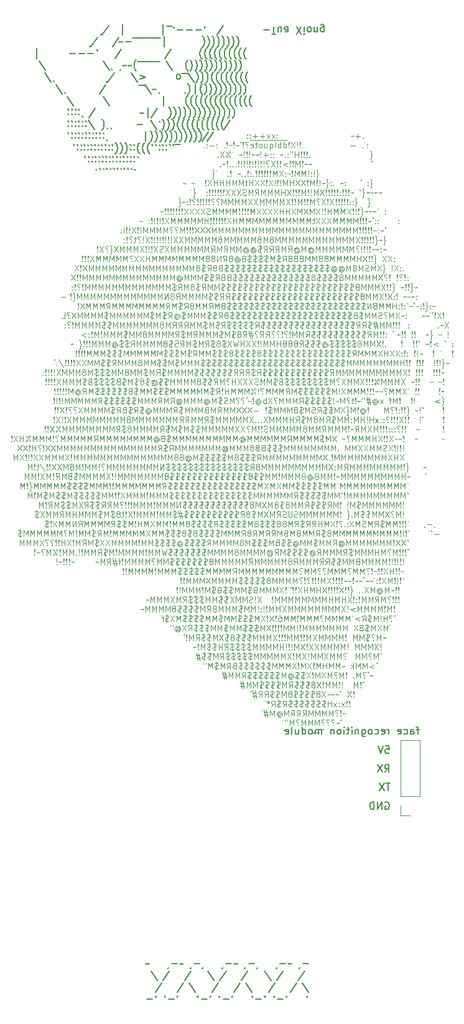
<source format=gbo>
G04 #@! TF.GenerationSoftware,KiCad,Pcbnew,7.0.5*
G04 #@! TF.CreationDate,2023-07-06T09:19:53+08:00*
G04 #@! TF.ProjectId,exMoudle,65784d6f-7564-46c6-952e-6b696361645f,rev?*
G04 #@! TF.SameCoordinates,PX4433b78PY969def3*
G04 #@! TF.FileFunction,Legend,Bot*
G04 #@! TF.FilePolarity,Positive*
%FSLAX45Y45*%
G04 Gerber Fmt 4.5, Leading zero omitted, Abs format (unit mm)*
G04 Created by KiCad (PCBNEW 7.0.5) date 2023-07-06 09:19:53*
%MOMM*%
%LPD*%
G01*
G04 APERTURE LIST*
%ADD10C,0.150000*%
%ADD11C,0.060000*%
%ADD12C,0.120000*%
G04 APERTURE END LIST*
D10*
X-1707727Y11298788D02*
X-1702965Y11303550D01*
X-1702965Y11303550D02*
X-1707727Y11308312D01*
X-1707727Y11308312D02*
X-1712488Y11303550D01*
X-1712488Y11303550D02*
X-1707727Y11298788D01*
X-1707727Y11298788D02*
X-1707727Y11308312D01*
X-1655346Y11303550D02*
X-1655346Y11308312D01*
X-1655346Y11308312D02*
X-1660108Y11317836D01*
X-1660108Y11317836D02*
X-1664869Y11322598D01*
X-1607727Y11303550D02*
X-1607727Y11308312D01*
X-1607727Y11308312D02*
X-1612489Y11317836D01*
X-1612489Y11317836D02*
X-1617250Y11322598D01*
X-1560108Y11303550D02*
X-1560108Y11308312D01*
X-1560108Y11308312D02*
X-1564870Y11317836D01*
X-1564870Y11317836D02*
X-1569631Y11322598D01*
X-1512489Y11303550D02*
X-1512489Y11308312D01*
X-1512489Y11308312D02*
X-1517251Y11317836D01*
X-1517251Y11317836D02*
X-1522012Y11322598D01*
X-1464870Y11303550D02*
X-1464870Y11308312D01*
X-1464870Y11308312D02*
X-1469632Y11317836D01*
X-1469632Y11317836D02*
X-1474393Y11322598D01*
X-1417251Y11303550D02*
X-1417251Y11308312D01*
X-1417251Y11308312D02*
X-1422013Y11317836D01*
X-1422013Y11317836D02*
X-1426774Y11322598D01*
X-1369632Y11303550D02*
X-1369632Y11308312D01*
X-1369632Y11308312D02*
X-1374394Y11317836D01*
X-1374394Y11317836D02*
X-1379156Y11322598D01*
X-1322013Y11303550D02*
X-1322013Y11308312D01*
X-1322013Y11308312D02*
X-1326775Y11317836D01*
X-1326775Y11317836D02*
X-1331537Y11322598D01*
X-1274394Y11303550D02*
X-1274394Y11308312D01*
X-1274394Y11308312D02*
X-1279156Y11317836D01*
X-1279156Y11317836D02*
X-1283918Y11322598D01*
X-1226775Y11303550D02*
X-1226775Y11308312D01*
X-1226775Y11308312D02*
X-1231537Y11317836D01*
X-1231537Y11317836D02*
X-1236299Y11322598D01*
X-1183918Y11298788D02*
X-1179156Y11303550D01*
X-1179156Y11303550D02*
X-1183918Y11308312D01*
X-1183918Y11308312D02*
X-1188680Y11303550D01*
X-1188680Y11303550D02*
X-1183918Y11298788D01*
X-1183918Y11298788D02*
X-1183918Y11308312D01*
X-1855346Y11464550D02*
X-1855346Y11469312D01*
X-1855346Y11469312D02*
X-1860108Y11478836D01*
X-1860108Y11478836D02*
X-1864869Y11483598D01*
X-1807727Y11464550D02*
X-1807727Y11469312D01*
X-1807727Y11469312D02*
X-1812489Y11478836D01*
X-1812489Y11478836D02*
X-1817250Y11483598D01*
X-1812489Y11407407D02*
X-1807727Y11412169D01*
X-1807727Y11412169D02*
X-1812489Y11416931D01*
X-1812489Y11416931D02*
X-1817250Y11412169D01*
X-1817250Y11412169D02*
X-1812489Y11407407D01*
X-1812489Y11407407D02*
X-1812489Y11416931D01*
X-1760108Y11464550D02*
X-1760108Y11469312D01*
X-1760108Y11469312D02*
X-1764870Y11478836D01*
X-1764870Y11478836D02*
X-1769631Y11483598D01*
X-1764870Y11407407D02*
X-1760108Y11412169D01*
X-1760108Y11412169D02*
X-1764870Y11416931D01*
X-1764870Y11416931D02*
X-1769631Y11412169D01*
X-1769631Y11412169D02*
X-1764870Y11407407D01*
X-1764870Y11407407D02*
X-1764870Y11416931D01*
X-1712489Y11464550D02*
X-1712489Y11469312D01*
X-1712489Y11469312D02*
X-1717251Y11478836D01*
X-1717251Y11478836D02*
X-1722012Y11483598D01*
X-1717251Y11407407D02*
X-1712489Y11412169D01*
X-1712489Y11412169D02*
X-1717251Y11416931D01*
X-1717251Y11416931D02*
X-1722012Y11412169D01*
X-1722012Y11412169D02*
X-1717251Y11407407D01*
X-1717251Y11407407D02*
X-1717251Y11416931D01*
X-1664870Y11464550D02*
X-1664870Y11469312D01*
X-1664870Y11469312D02*
X-1669632Y11478836D01*
X-1669632Y11478836D02*
X-1674393Y11483598D01*
X-1669632Y11407407D02*
X-1664870Y11412169D01*
X-1664870Y11412169D02*
X-1669632Y11416931D01*
X-1669632Y11416931D02*
X-1674393Y11412169D01*
X-1674393Y11412169D02*
X-1669632Y11407407D01*
X-1669632Y11407407D02*
X-1669632Y11416931D01*
X-1617251Y11464550D02*
X-1617251Y11469312D01*
X-1617251Y11469312D02*
X-1622013Y11478836D01*
X-1622013Y11478836D02*
X-1626774Y11483598D01*
X-1622013Y11407407D02*
X-1617251Y11412169D01*
X-1617251Y11412169D02*
X-1622013Y11416931D01*
X-1622013Y11416931D02*
X-1626774Y11412169D01*
X-1626774Y11412169D02*
X-1622013Y11407407D01*
X-1622013Y11407407D02*
X-1622013Y11416931D01*
X-1569632Y11464550D02*
X-1569632Y11469312D01*
X-1569632Y11469312D02*
X-1574394Y11478836D01*
X-1574394Y11478836D02*
X-1579155Y11483598D01*
X-1574394Y11407407D02*
X-1569632Y11412169D01*
X-1569632Y11412169D02*
X-1574394Y11416931D01*
X-1574394Y11416931D02*
X-1579155Y11412169D01*
X-1579155Y11412169D02*
X-1574394Y11407407D01*
X-1574394Y11407407D02*
X-1574394Y11416931D01*
X-1522013Y11464550D02*
X-1522013Y11469312D01*
X-1522013Y11469312D02*
X-1526775Y11478836D01*
X-1526775Y11478836D02*
X-1531536Y11483598D01*
X-1526775Y11407407D02*
X-1522013Y11412169D01*
X-1522013Y11412169D02*
X-1526775Y11416931D01*
X-1526775Y11416931D02*
X-1531536Y11412169D01*
X-1531536Y11412169D02*
X-1526775Y11407407D01*
X-1526775Y11407407D02*
X-1526775Y11416931D01*
X-1474394Y11464550D02*
X-1474394Y11469312D01*
X-1474394Y11469312D02*
X-1479156Y11478836D01*
X-1479156Y11478836D02*
X-1483917Y11483598D01*
X-1479156Y11407407D02*
X-1474394Y11412169D01*
X-1474394Y11412169D02*
X-1479156Y11416931D01*
X-1479156Y11416931D02*
X-1483917Y11412169D01*
X-1483917Y11412169D02*
X-1479156Y11407407D01*
X-1479156Y11407407D02*
X-1479156Y11416931D01*
X-1426775Y11464550D02*
X-1426775Y11469312D01*
X-1426775Y11469312D02*
X-1431537Y11478836D01*
X-1431537Y11478836D02*
X-1436298Y11483598D01*
X-1431537Y11407407D02*
X-1426775Y11412169D01*
X-1426775Y11412169D02*
X-1431537Y11416931D01*
X-1431537Y11416931D02*
X-1436298Y11412169D01*
X-1436298Y11412169D02*
X-1431537Y11407407D01*
X-1431537Y11407407D02*
X-1431537Y11416931D01*
X-1379156Y11464550D02*
X-1379156Y11469312D01*
X-1379156Y11469312D02*
X-1383918Y11478836D01*
X-1383918Y11478836D02*
X-1388680Y11483598D01*
X-1383918Y11407407D02*
X-1379156Y11412169D01*
X-1379156Y11412169D02*
X-1383918Y11416931D01*
X-1383918Y11416931D02*
X-1388680Y11412169D01*
X-1388680Y11412169D02*
X-1383918Y11407407D01*
X-1383918Y11407407D02*
X-1383918Y11416931D01*
X-1331537Y11464550D02*
X-1331537Y11469312D01*
X-1331537Y11469312D02*
X-1336299Y11478836D01*
X-1336299Y11478836D02*
X-1341061Y11483598D01*
X-1336299Y11407407D02*
X-1331537Y11412169D01*
X-1331537Y11412169D02*
X-1336299Y11416931D01*
X-1336299Y11416931D02*
X-1341061Y11412169D01*
X-1341061Y11412169D02*
X-1336299Y11407407D01*
X-1336299Y11407407D02*
X-1336299Y11416931D01*
X-1283918Y11464550D02*
X-1283918Y11469312D01*
X-1283918Y11469312D02*
X-1288680Y11478836D01*
X-1288680Y11478836D02*
X-1293442Y11483598D01*
X-1288680Y11407407D02*
X-1283918Y11412169D01*
X-1283918Y11412169D02*
X-1288680Y11416931D01*
X-1288680Y11416931D02*
X-1293442Y11412169D01*
X-1293442Y11412169D02*
X-1288680Y11407407D01*
X-1288680Y11407407D02*
X-1288680Y11416931D01*
X-1236299Y11464550D02*
X-1236299Y11469312D01*
X-1236299Y11469312D02*
X-1241061Y11478836D01*
X-1241061Y11478836D02*
X-1245823Y11483598D01*
X-1241061Y11407407D02*
X-1236299Y11412169D01*
X-1236299Y11412169D02*
X-1241061Y11416931D01*
X-1241061Y11416931D02*
X-1245823Y11412169D01*
X-1245823Y11412169D02*
X-1241061Y11407407D01*
X-1241061Y11407407D02*
X-1241061Y11416931D01*
X-1188680Y11464550D02*
X-1188680Y11469312D01*
X-1188680Y11469312D02*
X-1193442Y11478836D01*
X-1193442Y11478836D02*
X-1198204Y11483598D01*
X-1193442Y11407407D02*
X-1188680Y11412169D01*
X-1188680Y11412169D02*
X-1193442Y11416931D01*
X-1193442Y11416931D02*
X-1198204Y11412169D01*
X-1198204Y11412169D02*
X-1193442Y11407407D01*
X-1193442Y11407407D02*
X-1193442Y11416931D01*
X-1141061Y11464550D02*
X-1141061Y11469312D01*
X-1141061Y11469312D02*
X-1145823Y11478836D01*
X-1145823Y11478836D02*
X-1150585Y11483598D01*
X-2007727Y11625550D02*
X-2007727Y11630312D01*
X-2007727Y11630312D02*
X-2012489Y11639836D01*
X-2012489Y11639836D02*
X-2017250Y11644598D01*
X-1960108Y11625550D02*
X-1960108Y11630312D01*
X-1960108Y11630312D02*
X-1964870Y11639836D01*
X-1964870Y11639836D02*
X-1969631Y11644598D01*
X-1964870Y11568407D02*
X-1960108Y11573169D01*
X-1960108Y11573169D02*
X-1964870Y11577931D01*
X-1964870Y11577931D02*
X-1969631Y11573169D01*
X-1969631Y11573169D02*
X-1964870Y11568407D01*
X-1964870Y11568407D02*
X-1964870Y11577931D01*
X-1912489Y11625550D02*
X-1912489Y11630312D01*
X-1912489Y11630312D02*
X-1917251Y11639836D01*
X-1917251Y11639836D02*
X-1922012Y11644598D01*
X-1917251Y11568407D02*
X-1912489Y11573169D01*
X-1912489Y11573169D02*
X-1917251Y11577931D01*
X-1917251Y11577931D02*
X-1922012Y11573169D01*
X-1922012Y11573169D02*
X-1917251Y11568407D01*
X-1917251Y11568407D02*
X-1917251Y11577931D01*
X-1864870Y11625550D02*
X-1864870Y11630312D01*
X-1864870Y11630312D02*
X-1869632Y11639836D01*
X-1869632Y11639836D02*
X-1874393Y11644598D01*
X-1869632Y11568407D02*
X-1864870Y11573169D01*
X-1864870Y11573169D02*
X-1869632Y11577931D01*
X-1869632Y11577931D02*
X-1874393Y11573169D01*
X-1874393Y11573169D02*
X-1869632Y11568407D01*
X-1869632Y11568407D02*
X-1869632Y11577931D01*
X-1817251Y11625550D02*
X-1817251Y11630312D01*
X-1817251Y11630312D02*
X-1822013Y11639836D01*
X-1822013Y11639836D02*
X-1826774Y11644598D01*
X-1822013Y11568407D02*
X-1817251Y11573169D01*
X-1817251Y11573169D02*
X-1822013Y11577931D01*
X-1822013Y11577931D02*
X-1826774Y11573169D01*
X-1826774Y11573169D02*
X-1822013Y11568407D01*
X-1822013Y11568407D02*
X-1822013Y11577931D01*
X-1769632Y11625550D02*
X-1769632Y11630312D01*
X-1769632Y11630312D02*
X-1774394Y11639836D01*
X-1774394Y11639836D02*
X-1779155Y11644598D01*
X-1774394Y11568407D02*
X-1769632Y11573169D01*
X-1769632Y11573169D02*
X-1774394Y11577931D01*
X-1774394Y11577931D02*
X-1779155Y11573169D01*
X-1779155Y11573169D02*
X-1774394Y11568407D01*
X-1774394Y11568407D02*
X-1774394Y11577931D01*
X-1722013Y11625550D02*
X-1722013Y11630312D01*
X-1722013Y11630312D02*
X-1726775Y11639836D01*
X-1726775Y11639836D02*
X-1731536Y11644598D01*
X-1726775Y11568407D02*
X-1722013Y11573169D01*
X-1722013Y11573169D02*
X-1726775Y11577931D01*
X-1726775Y11577931D02*
X-1731536Y11573169D01*
X-1731536Y11573169D02*
X-1726775Y11568407D01*
X-1726775Y11568407D02*
X-1726775Y11577931D01*
X-1674394Y11625550D02*
X-1674394Y11630312D01*
X-1674394Y11630312D02*
X-1679156Y11639836D01*
X-1679156Y11639836D02*
X-1683917Y11644598D01*
X-1679156Y11568407D02*
X-1674394Y11573169D01*
X-1674394Y11573169D02*
X-1679156Y11577931D01*
X-1679156Y11577931D02*
X-1683917Y11573169D01*
X-1683917Y11573169D02*
X-1679156Y11568407D01*
X-1679156Y11568407D02*
X-1679156Y11577931D01*
X-1626775Y11625550D02*
X-1626775Y11630312D01*
X-1626775Y11630312D02*
X-1631537Y11639836D01*
X-1631537Y11639836D02*
X-1636298Y11644598D01*
X-1631537Y11568407D02*
X-1626775Y11573169D01*
X-1626775Y11573169D02*
X-1631537Y11577931D01*
X-1631537Y11577931D02*
X-1636298Y11573169D01*
X-1636298Y11573169D02*
X-1631537Y11568407D01*
X-1631537Y11568407D02*
X-1631537Y11577931D01*
X-1579156Y11625550D02*
X-1579156Y11630312D01*
X-1579156Y11630312D02*
X-1583918Y11639836D01*
X-1583918Y11639836D02*
X-1588679Y11644598D01*
X-1583918Y11568407D02*
X-1579156Y11573169D01*
X-1579156Y11573169D02*
X-1583918Y11577931D01*
X-1583918Y11577931D02*
X-1588679Y11573169D01*
X-1588679Y11573169D02*
X-1583918Y11568407D01*
X-1583918Y11568407D02*
X-1583918Y11577931D01*
X-1531537Y11625550D02*
X-1531537Y11630312D01*
X-1531537Y11630312D02*
X-1536299Y11639836D01*
X-1536299Y11639836D02*
X-1541060Y11644598D01*
X-1536299Y11568407D02*
X-1531537Y11573169D01*
X-1531537Y11573169D02*
X-1536299Y11577931D01*
X-1536299Y11577931D02*
X-1541060Y11573169D01*
X-1541060Y11573169D02*
X-1536299Y11568407D01*
X-1536299Y11568407D02*
X-1536299Y11577931D01*
X-1483918Y11625550D02*
X-1483918Y11630312D01*
X-1483918Y11630312D02*
X-1488680Y11639836D01*
X-1488680Y11639836D02*
X-1493441Y11644598D01*
X-1488680Y11568407D02*
X-1483918Y11573169D01*
X-1483918Y11573169D02*
X-1488680Y11577931D01*
X-1488680Y11577931D02*
X-1493441Y11573169D01*
X-1493441Y11573169D02*
X-1488680Y11568407D01*
X-1488680Y11568407D02*
X-1488680Y11577931D01*
X-1450584Y11668407D02*
X-1445822Y11663645D01*
X-1445822Y11663645D02*
X-1436299Y11649359D01*
X-1436299Y11649359D02*
X-1431537Y11639836D01*
X-1431537Y11639836D02*
X-1426775Y11625550D01*
X-1426775Y11625550D02*
X-1422013Y11601740D01*
X-1422013Y11601740D02*
X-1422013Y11582693D01*
X-1422013Y11582693D02*
X-1426775Y11558883D01*
X-1426775Y11558883D02*
X-1431537Y11544598D01*
X-1431537Y11544598D02*
X-1436299Y11535074D01*
X-1436299Y11535074D02*
X-1445822Y11520788D01*
X-1445822Y11520788D02*
X-1450584Y11516026D01*
X-1383918Y11668407D02*
X-1379156Y11663645D01*
X-1379156Y11663645D02*
X-1369632Y11649359D01*
X-1369632Y11649359D02*
X-1364870Y11639836D01*
X-1364870Y11639836D02*
X-1360108Y11625550D01*
X-1360108Y11625550D02*
X-1355346Y11601740D01*
X-1355346Y11601740D02*
X-1355346Y11582693D01*
X-1355346Y11582693D02*
X-1360108Y11558883D01*
X-1360108Y11558883D02*
X-1364870Y11544598D01*
X-1364870Y11544598D02*
X-1369632Y11535074D01*
X-1369632Y11535074D02*
X-1379156Y11520788D01*
X-1379156Y11520788D02*
X-1383918Y11516026D01*
X-1317251Y11668407D02*
X-1312489Y11663645D01*
X-1312489Y11663645D02*
X-1302965Y11649359D01*
X-1302965Y11649359D02*
X-1298203Y11639836D01*
X-1298203Y11639836D02*
X-1293442Y11625550D01*
X-1293442Y11625550D02*
X-1288680Y11601740D01*
X-1288680Y11601740D02*
X-1288680Y11582693D01*
X-1288680Y11582693D02*
X-1293442Y11558883D01*
X-1293442Y11558883D02*
X-1298203Y11544598D01*
X-1298203Y11544598D02*
X-1302965Y11535074D01*
X-1302965Y11535074D02*
X-1312489Y11520788D01*
X-1312489Y11520788D02*
X-1317251Y11516026D01*
X-1236299Y11625550D02*
X-1236299Y11630312D01*
X-1236299Y11630312D02*
X-1241061Y11639836D01*
X-1241061Y11639836D02*
X-1245822Y11644598D01*
X-1241061Y11568407D02*
X-1236299Y11573169D01*
X-1236299Y11573169D02*
X-1241061Y11577931D01*
X-1241061Y11577931D02*
X-1245822Y11573169D01*
X-1245822Y11573169D02*
X-1241061Y11568407D01*
X-1241061Y11568407D02*
X-1241061Y11577931D01*
X-1188680Y11625550D02*
X-1188680Y11630312D01*
X-1188680Y11630312D02*
X-1193442Y11639836D01*
X-1193442Y11639836D02*
X-1198203Y11644598D01*
X-1193442Y11568407D02*
X-1188680Y11573169D01*
X-1188680Y11573169D02*
X-1193442Y11577931D01*
X-1193442Y11577931D02*
X-1198203Y11573169D01*
X-1198203Y11573169D02*
X-1193442Y11568407D01*
X-1193442Y11568407D02*
X-1193442Y11577931D01*
X-1117251Y11668407D02*
X-1122013Y11663645D01*
X-1122013Y11663645D02*
X-1131537Y11649359D01*
X-1131537Y11649359D02*
X-1136299Y11639836D01*
X-1136299Y11639836D02*
X-1141061Y11625550D01*
X-1141061Y11625550D02*
X-1145823Y11601740D01*
X-1145823Y11601740D02*
X-1145823Y11582693D01*
X-1145823Y11582693D02*
X-1141061Y11558883D01*
X-1141061Y11558883D02*
X-1136299Y11544598D01*
X-1136299Y11544598D02*
X-1131537Y11535074D01*
X-1131537Y11535074D02*
X-1122013Y11520788D01*
X-1122013Y11520788D02*
X-1117251Y11516026D01*
X-1050584Y11668407D02*
X-1055346Y11663645D01*
X-1055346Y11663645D02*
X-1064870Y11649359D01*
X-1064870Y11649359D02*
X-1069632Y11639836D01*
X-1069632Y11639836D02*
X-1074394Y11625550D01*
X-1074394Y11625550D02*
X-1079156Y11601740D01*
X-1079156Y11601740D02*
X-1079156Y11582693D01*
X-1079156Y11582693D02*
X-1074394Y11558883D01*
X-1074394Y11558883D02*
X-1069632Y11544598D01*
X-1069632Y11544598D02*
X-1064870Y11535074D01*
X-1064870Y11535074D02*
X-1055346Y11520788D01*
X-1055346Y11520788D02*
X-1050584Y11516026D01*
X-983918Y11668407D02*
X-988680Y11663645D01*
X-988680Y11663645D02*
X-998203Y11649359D01*
X-998203Y11649359D02*
X-1002965Y11639836D01*
X-1002965Y11639836D02*
X-1007727Y11625550D01*
X-1007727Y11625550D02*
X-1012489Y11601740D01*
X-1012489Y11601740D02*
X-1012489Y11582693D01*
X-1012489Y11582693D02*
X-1007727Y11558883D01*
X-1007727Y11558883D02*
X-1002965Y11544598D01*
X-1002965Y11544598D02*
X-998203Y11535074D01*
X-998203Y11535074D02*
X-988680Y11520788D01*
X-988680Y11520788D02*
X-983918Y11516026D01*
X-941060Y11625550D02*
X-941060Y11630312D01*
X-941060Y11630312D02*
X-945822Y11639836D01*
X-945822Y11639836D02*
X-950584Y11644598D01*
X-893441Y11625550D02*
X-893441Y11630312D01*
X-893441Y11630312D02*
X-898203Y11639836D01*
X-898203Y11639836D02*
X-902965Y11644598D01*
X-845822Y11625550D02*
X-845822Y11630312D01*
X-845822Y11630312D02*
X-850584Y11639836D01*
X-850584Y11639836D02*
X-855346Y11644598D01*
X-850584Y11568407D02*
X-845822Y11573169D01*
X-845822Y11573169D02*
X-850584Y11577931D01*
X-850584Y11577931D02*
X-855346Y11573169D01*
X-855346Y11573169D02*
X-850584Y11568407D01*
X-850584Y11568407D02*
X-850584Y11577931D01*
X-798203Y11625550D02*
X-798203Y11630312D01*
X-798203Y11630312D02*
X-802965Y11639836D01*
X-802965Y11639836D02*
X-807727Y11644598D01*
X-802965Y11568407D02*
X-798203Y11573169D01*
X-798203Y11573169D02*
X-802965Y11577931D01*
X-802965Y11577931D02*
X-807727Y11573169D01*
X-807727Y11573169D02*
X-802965Y11568407D01*
X-802965Y11568407D02*
X-802965Y11577931D01*
X-750584Y11625550D02*
X-750584Y11630312D01*
X-750584Y11630312D02*
X-755346Y11639836D01*
X-755346Y11639836D02*
X-760108Y11644598D01*
X-755346Y11568407D02*
X-750584Y11573169D01*
X-750584Y11573169D02*
X-755346Y11577931D01*
X-755346Y11577931D02*
X-760108Y11573169D01*
X-760108Y11573169D02*
X-755346Y11568407D01*
X-755346Y11568407D02*
X-755346Y11577931D01*
X-702965Y11625550D02*
X-702965Y11630312D01*
X-702965Y11630312D02*
X-707727Y11639836D01*
X-707727Y11639836D02*
X-712489Y11644598D01*
X-655347Y11625550D02*
X-655347Y11630312D01*
X-655347Y11630312D02*
X-660108Y11639836D01*
X-660108Y11639836D02*
X-664870Y11644598D01*
X-636299Y11639836D02*
X-560109Y11639836D01*
X-2083917Y11786550D02*
X-2083917Y11791312D01*
X-2083917Y11791312D02*
X-2088679Y11800836D01*
X-2088679Y11800836D02*
X-2093441Y11805598D01*
X-2036298Y11786550D02*
X-2036298Y11791312D01*
X-2036298Y11791312D02*
X-2041060Y11800836D01*
X-2041060Y11800836D02*
X-2045822Y11805598D01*
X-2041060Y11729407D02*
X-2036298Y11734169D01*
X-2036298Y11734169D02*
X-2041060Y11738931D01*
X-2041060Y11738931D02*
X-2045822Y11734169D01*
X-2045822Y11734169D02*
X-2041060Y11729407D01*
X-2041060Y11729407D02*
X-2041060Y11738931D01*
X-1988679Y11786550D02*
X-1988679Y11791312D01*
X-1988679Y11791312D02*
X-1993441Y11800836D01*
X-1993441Y11800836D02*
X-1998203Y11805598D01*
X-1993441Y11729407D02*
X-1988679Y11734169D01*
X-1988679Y11734169D02*
X-1993441Y11738931D01*
X-1993441Y11738931D02*
X-1998203Y11734169D01*
X-1998203Y11734169D02*
X-1993441Y11729407D01*
X-1993441Y11729407D02*
X-1993441Y11738931D01*
X-1941060Y11786550D02*
X-1941060Y11791312D01*
X-1941060Y11791312D02*
X-1945822Y11800836D01*
X-1945822Y11800836D02*
X-1950584Y11805598D01*
X-1945822Y11729407D02*
X-1941060Y11734169D01*
X-1941060Y11734169D02*
X-1945822Y11738931D01*
X-1945822Y11738931D02*
X-1950584Y11734169D01*
X-1950584Y11734169D02*
X-1945822Y11729407D01*
X-1945822Y11729407D02*
X-1945822Y11738931D01*
X-1893441Y11786550D02*
X-1893441Y11791312D01*
X-1893441Y11791312D02*
X-1898203Y11800836D01*
X-1898203Y11800836D02*
X-1902965Y11805598D01*
X-1898203Y11729407D02*
X-1893441Y11734169D01*
X-1893441Y11734169D02*
X-1898203Y11738931D01*
X-1898203Y11738931D02*
X-1902965Y11734169D01*
X-1902965Y11734169D02*
X-1898203Y11729407D01*
X-1898203Y11729407D02*
X-1898203Y11738931D01*
X-1845822Y11786550D02*
X-1845822Y11791312D01*
X-1845822Y11791312D02*
X-1850584Y11800836D01*
X-1850584Y11800836D02*
X-1855346Y11805598D01*
X-1850584Y11729407D02*
X-1845822Y11734169D01*
X-1845822Y11734169D02*
X-1850584Y11738931D01*
X-1850584Y11738931D02*
X-1855346Y11734169D01*
X-1855346Y11734169D02*
X-1850584Y11729407D01*
X-1850584Y11729407D02*
X-1850584Y11738931D01*
X-1798203Y11786550D02*
X-1798203Y11791312D01*
X-1798203Y11791312D02*
X-1802965Y11800836D01*
X-1802965Y11800836D02*
X-1807727Y11805598D01*
X-1802965Y11729407D02*
X-1798203Y11734169D01*
X-1798203Y11734169D02*
X-1802965Y11738931D01*
X-1802965Y11738931D02*
X-1807727Y11734169D01*
X-1807727Y11734169D02*
X-1802965Y11729407D01*
X-1802965Y11729407D02*
X-1802965Y11738931D01*
X-1750584Y11786550D02*
X-1750584Y11791312D01*
X-1750584Y11791312D02*
X-1755346Y11800836D01*
X-1755346Y11800836D02*
X-1760108Y11805598D01*
X-1755346Y11729407D02*
X-1750584Y11734169D01*
X-1750584Y11734169D02*
X-1755346Y11738931D01*
X-1755346Y11738931D02*
X-1760108Y11734169D01*
X-1760108Y11734169D02*
X-1755346Y11729407D01*
X-1755346Y11729407D02*
X-1755346Y11738931D01*
X-1702965Y11786550D02*
X-1702965Y11791312D01*
X-1702965Y11791312D02*
X-1707727Y11800836D01*
X-1707727Y11800836D02*
X-1712489Y11805598D01*
X-1707727Y11729407D02*
X-1702965Y11734169D01*
X-1702965Y11734169D02*
X-1707727Y11738931D01*
X-1707727Y11738931D02*
X-1712489Y11734169D01*
X-1712489Y11734169D02*
X-1707727Y11729407D01*
X-1707727Y11729407D02*
X-1707727Y11738931D01*
X-1655346Y11786550D02*
X-1655346Y11791312D01*
X-1655346Y11791312D02*
X-1660108Y11800836D01*
X-1660108Y11800836D02*
X-1664870Y11805598D01*
X-1660108Y11729407D02*
X-1655346Y11734169D01*
X-1655346Y11734169D02*
X-1660108Y11738931D01*
X-1660108Y11738931D02*
X-1664870Y11734169D01*
X-1664870Y11734169D02*
X-1660108Y11729407D01*
X-1660108Y11729407D02*
X-1660108Y11738931D01*
X-1607727Y11786550D02*
X-1607727Y11791312D01*
X-1607727Y11791312D02*
X-1612489Y11800836D01*
X-1612489Y11800836D02*
X-1617251Y11805598D01*
X-1612489Y11729407D02*
X-1607727Y11734169D01*
X-1607727Y11734169D02*
X-1612489Y11738931D01*
X-1612489Y11738931D02*
X-1617251Y11734169D01*
X-1617251Y11734169D02*
X-1612489Y11729407D01*
X-1612489Y11729407D02*
X-1612489Y11738931D01*
X-1560108Y11691312D02*
X-1569632Y11710359D01*
X-1036299Y11824645D02*
X-1036299Y11681788D01*
X-974394Y11829407D02*
X-969632Y11824645D01*
X-969632Y11824645D02*
X-960108Y11810359D01*
X-960108Y11810359D02*
X-955346Y11800836D01*
X-955346Y11800836D02*
X-950584Y11786550D01*
X-950584Y11786550D02*
X-945822Y11762740D01*
X-945822Y11762740D02*
X-945822Y11743693D01*
X-945822Y11743693D02*
X-950584Y11719883D01*
X-950584Y11719883D02*
X-955346Y11705598D01*
X-955346Y11705598D02*
X-960108Y11696074D01*
X-960108Y11696074D02*
X-969632Y11681788D01*
X-969632Y11681788D02*
X-974394Y11677026D01*
X-907727Y11829407D02*
X-902965Y11824645D01*
X-902965Y11824645D02*
X-893441Y11810359D01*
X-893441Y11810359D02*
X-888679Y11800836D01*
X-888679Y11800836D02*
X-883918Y11786550D01*
X-883918Y11786550D02*
X-879156Y11762740D01*
X-879156Y11762740D02*
X-879156Y11743693D01*
X-879156Y11743693D02*
X-883918Y11719883D01*
X-883918Y11719883D02*
X-888679Y11705598D01*
X-888679Y11705598D02*
X-893441Y11696074D01*
X-893441Y11696074D02*
X-902965Y11681788D01*
X-902965Y11681788D02*
X-907727Y11677026D01*
X-841060Y11829407D02*
X-836298Y11824645D01*
X-836298Y11824645D02*
X-826775Y11810359D01*
X-826775Y11810359D02*
X-822013Y11800836D01*
X-822013Y11800836D02*
X-817251Y11786550D01*
X-817251Y11786550D02*
X-812489Y11762740D01*
X-812489Y11762740D02*
X-812489Y11743693D01*
X-812489Y11743693D02*
X-817251Y11719883D01*
X-817251Y11719883D02*
X-822013Y11705598D01*
X-822013Y11705598D02*
X-826775Y11696074D01*
X-826775Y11696074D02*
X-836298Y11681788D01*
X-836298Y11681788D02*
X-841060Y11677026D01*
X-774394Y11829407D02*
X-769632Y11824645D01*
X-769632Y11824645D02*
X-760108Y11810359D01*
X-760108Y11810359D02*
X-755346Y11800836D01*
X-755346Y11800836D02*
X-750584Y11786550D01*
X-750584Y11786550D02*
X-745822Y11762740D01*
X-745822Y11762740D02*
X-745822Y11743693D01*
X-745822Y11743693D02*
X-750584Y11719883D01*
X-750584Y11719883D02*
X-755346Y11705598D01*
X-755346Y11705598D02*
X-760108Y11696074D01*
X-760108Y11696074D02*
X-769632Y11681788D01*
X-769632Y11681788D02*
X-774394Y11677026D01*
X-707727Y11829407D02*
X-702965Y11824645D01*
X-702965Y11824645D02*
X-693441Y11810359D01*
X-693441Y11810359D02*
X-688679Y11800836D01*
X-688679Y11800836D02*
X-683918Y11786550D01*
X-683918Y11786550D02*
X-679156Y11762740D01*
X-679156Y11762740D02*
X-679156Y11743693D01*
X-679156Y11743693D02*
X-683918Y11719883D01*
X-683918Y11719883D02*
X-688679Y11705598D01*
X-688679Y11705598D02*
X-693441Y11696074D01*
X-693441Y11696074D02*
X-702965Y11681788D01*
X-702965Y11681788D02*
X-707727Y11677026D01*
X-641060Y11829407D02*
X-636298Y11824645D01*
X-636298Y11824645D02*
X-626775Y11810359D01*
X-626775Y11810359D02*
X-622013Y11800836D01*
X-622013Y11800836D02*
X-617251Y11786550D01*
X-617251Y11786550D02*
X-612489Y11762740D01*
X-612489Y11762740D02*
X-612489Y11743693D01*
X-612489Y11743693D02*
X-617251Y11719883D01*
X-617251Y11719883D02*
X-622013Y11705598D01*
X-622013Y11705598D02*
X-626775Y11696074D01*
X-626775Y11696074D02*
X-636298Y11681788D01*
X-636298Y11681788D02*
X-641060Y11677026D01*
X-574394Y11829407D02*
X-569632Y11824645D01*
X-569632Y11824645D02*
X-560108Y11810359D01*
X-560108Y11810359D02*
X-555346Y11800836D01*
X-555346Y11800836D02*
X-550584Y11786550D01*
X-550584Y11786550D02*
X-545822Y11762740D01*
X-545822Y11762740D02*
X-545822Y11743693D01*
X-545822Y11743693D02*
X-550584Y11719883D01*
X-550584Y11719883D02*
X-555346Y11705598D01*
X-555346Y11705598D02*
X-560108Y11696074D01*
X-560108Y11696074D02*
X-569632Y11681788D01*
X-569632Y11681788D02*
X-574394Y11677026D01*
X-507727Y11829407D02*
X-502965Y11824645D01*
X-502965Y11824645D02*
X-493441Y11810359D01*
X-493441Y11810359D02*
X-488679Y11800836D01*
X-488679Y11800836D02*
X-483917Y11786550D01*
X-483917Y11786550D02*
X-479155Y11762740D01*
X-479155Y11762740D02*
X-479155Y11743693D01*
X-479155Y11743693D02*
X-483917Y11719883D01*
X-483917Y11719883D02*
X-488679Y11705598D01*
X-488679Y11705598D02*
X-493441Y11696074D01*
X-493441Y11696074D02*
X-502965Y11681788D01*
X-502965Y11681788D02*
X-507727Y11677026D01*
X-441060Y11829407D02*
X-436298Y11824645D01*
X-436298Y11824645D02*
X-426774Y11810359D01*
X-426774Y11810359D02*
X-422013Y11800836D01*
X-422013Y11800836D02*
X-417251Y11786550D01*
X-417251Y11786550D02*
X-412489Y11762740D01*
X-412489Y11762740D02*
X-412489Y11743693D01*
X-412489Y11743693D02*
X-417251Y11719883D01*
X-417251Y11719883D02*
X-422013Y11705598D01*
X-422013Y11705598D02*
X-426774Y11696074D01*
X-426774Y11696074D02*
X-436298Y11681788D01*
X-436298Y11681788D02*
X-441060Y11677026D01*
X-374393Y11829407D02*
X-369632Y11824645D01*
X-369632Y11824645D02*
X-360108Y11810359D01*
X-360108Y11810359D02*
X-355346Y11800836D01*
X-355346Y11800836D02*
X-350584Y11786550D01*
X-350584Y11786550D02*
X-345822Y11762740D01*
X-345822Y11762740D02*
X-345822Y11743693D01*
X-345822Y11743693D02*
X-350584Y11719883D01*
X-350584Y11719883D02*
X-355346Y11705598D01*
X-355346Y11705598D02*
X-360108Y11696074D01*
X-360108Y11696074D02*
X-369632Y11681788D01*
X-369632Y11681788D02*
X-374393Y11677026D01*
X-307727Y11829407D02*
X-302965Y11824645D01*
X-302965Y11824645D02*
X-293441Y11810359D01*
X-293441Y11810359D02*
X-288679Y11800836D01*
X-288679Y11800836D02*
X-283917Y11786550D01*
X-283917Y11786550D02*
X-279155Y11762740D01*
X-279155Y11762740D02*
X-279155Y11743693D01*
X-279155Y11743693D02*
X-283917Y11719883D01*
X-283917Y11719883D02*
X-288679Y11705598D01*
X-288679Y11705598D02*
X-293441Y11696074D01*
X-293441Y11696074D02*
X-302965Y11681788D01*
X-302965Y11681788D02*
X-307727Y11677026D01*
X-264870Y11681788D02*
X-179155Y11810359D01*
X-198203Y11681788D02*
X-112489Y11810359D01*
X-2083917Y11947550D02*
X-2083917Y11952312D01*
X-2083917Y11952312D02*
X-2088679Y11961836D01*
X-2088679Y11961836D02*
X-2093441Y11966598D01*
X-2088679Y11890407D02*
X-2083917Y11895169D01*
X-2083917Y11895169D02*
X-2088679Y11899931D01*
X-2088679Y11899931D02*
X-2093441Y11895169D01*
X-2093441Y11895169D02*
X-2088679Y11890407D01*
X-2088679Y11890407D02*
X-2088679Y11899931D01*
X-2036298Y11947550D02*
X-2036298Y11952312D01*
X-2036298Y11952312D02*
X-2041060Y11961836D01*
X-2041060Y11961836D02*
X-2045822Y11966598D01*
X-2041060Y11890407D02*
X-2036298Y11895169D01*
X-2036298Y11895169D02*
X-2041060Y11899931D01*
X-2041060Y11899931D02*
X-2045822Y11895169D01*
X-2045822Y11895169D02*
X-2041060Y11890407D01*
X-2041060Y11890407D02*
X-2041060Y11899931D01*
X-1988679Y11947550D02*
X-1988679Y11952312D01*
X-1988679Y11952312D02*
X-1993441Y11961836D01*
X-1993441Y11961836D02*
X-1998203Y11966598D01*
X-1993441Y11890407D02*
X-1988679Y11895169D01*
X-1988679Y11895169D02*
X-1993441Y11899931D01*
X-1993441Y11899931D02*
X-1998203Y11895169D01*
X-1998203Y11895169D02*
X-1993441Y11890407D01*
X-1993441Y11890407D02*
X-1993441Y11899931D01*
X-1941060Y11947550D02*
X-1941060Y11952312D01*
X-1941060Y11952312D02*
X-1945822Y11961836D01*
X-1945822Y11961836D02*
X-1950584Y11966598D01*
X-1945822Y11890407D02*
X-1941060Y11895169D01*
X-1941060Y11895169D02*
X-1945822Y11899931D01*
X-1945822Y11899931D02*
X-1950584Y11895169D01*
X-1950584Y11895169D02*
X-1945822Y11890407D01*
X-1945822Y11890407D02*
X-1945822Y11899931D01*
X-1893441Y11947550D02*
X-1893441Y11952312D01*
X-1893441Y11952312D02*
X-1898203Y11961836D01*
X-1898203Y11961836D02*
X-1902965Y11966598D01*
X-1898203Y11890407D02*
X-1893441Y11895169D01*
X-1893441Y11895169D02*
X-1898203Y11899931D01*
X-1898203Y11899931D02*
X-1902965Y11895169D01*
X-1902965Y11895169D02*
X-1898203Y11890407D01*
X-1898203Y11890407D02*
X-1898203Y11899931D01*
X-1845822Y11947550D02*
X-1845822Y11952312D01*
X-1845822Y11952312D02*
X-1850584Y11961836D01*
X-1850584Y11961836D02*
X-1855346Y11966598D01*
X-1850584Y11890407D02*
X-1845822Y11895169D01*
X-1845822Y11895169D02*
X-1850584Y11899931D01*
X-1850584Y11899931D02*
X-1855346Y11895169D01*
X-1855346Y11895169D02*
X-1850584Y11890407D01*
X-1850584Y11890407D02*
X-1850584Y11899931D01*
X-1731537Y11847550D02*
X-1817251Y11976121D01*
X-1631536Y11990407D02*
X-1626775Y11985645D01*
X-1626775Y11985645D02*
X-1617251Y11971359D01*
X-1617251Y11971359D02*
X-1612489Y11961836D01*
X-1612489Y11961836D02*
X-1607727Y11947550D01*
X-1607727Y11947550D02*
X-1602965Y11923740D01*
X-1602965Y11923740D02*
X-1602965Y11904693D01*
X-1602965Y11904693D02*
X-1607727Y11880883D01*
X-1607727Y11880883D02*
X-1612489Y11866598D01*
X-1612489Y11866598D02*
X-1617251Y11857074D01*
X-1617251Y11857074D02*
X-1626775Y11842788D01*
X-1626775Y11842788D02*
X-1631536Y11838026D01*
X-1550584Y11852312D02*
X-1560108Y11871359D01*
X-1502965Y11852312D02*
X-1512489Y11871359D01*
X-1155346Y11914217D02*
X-1079156Y11914217D01*
X-883917Y11847550D02*
X-969632Y11976121D01*
X-845822Y11947550D02*
X-845822Y11952312D01*
X-845822Y11952312D02*
X-850584Y11961836D01*
X-850584Y11961836D02*
X-855346Y11966598D01*
X-812489Y11990407D02*
X-807727Y11985645D01*
X-807727Y11985645D02*
X-798203Y11971359D01*
X-798203Y11971359D02*
X-793441Y11961836D01*
X-793441Y11961836D02*
X-788679Y11947550D01*
X-788679Y11947550D02*
X-783917Y11923740D01*
X-783917Y11923740D02*
X-783917Y11904693D01*
X-783917Y11904693D02*
X-788679Y11880883D01*
X-788679Y11880883D02*
X-793441Y11866598D01*
X-793441Y11866598D02*
X-798203Y11857074D01*
X-798203Y11857074D02*
X-807727Y11842788D01*
X-807727Y11842788D02*
X-812489Y11838026D01*
X-745822Y11990407D02*
X-741060Y11985645D01*
X-741060Y11985645D02*
X-731536Y11971359D01*
X-731536Y11971359D02*
X-726775Y11961836D01*
X-726775Y11961836D02*
X-722013Y11947550D01*
X-722013Y11947550D02*
X-717251Y11923740D01*
X-717251Y11923740D02*
X-717251Y11904693D01*
X-717251Y11904693D02*
X-722013Y11880883D01*
X-722013Y11880883D02*
X-726775Y11866598D01*
X-726775Y11866598D02*
X-731536Y11857074D01*
X-731536Y11857074D02*
X-741060Y11842788D01*
X-741060Y11842788D02*
X-745822Y11838026D01*
X-679156Y11990407D02*
X-674394Y11985645D01*
X-674394Y11985645D02*
X-664870Y11971359D01*
X-664870Y11971359D02*
X-660108Y11961836D01*
X-660108Y11961836D02*
X-655346Y11947550D01*
X-655346Y11947550D02*
X-650584Y11923740D01*
X-650584Y11923740D02*
X-650584Y11904693D01*
X-650584Y11904693D02*
X-655346Y11880883D01*
X-655346Y11880883D02*
X-660108Y11866598D01*
X-660108Y11866598D02*
X-664870Y11857074D01*
X-664870Y11857074D02*
X-674394Y11842788D01*
X-674394Y11842788D02*
X-679156Y11838026D01*
X-574394Y11990407D02*
X-579156Y11985645D01*
X-579156Y11985645D02*
X-588679Y11971359D01*
X-588679Y11971359D02*
X-593441Y11961836D01*
X-593441Y11961836D02*
X-598203Y11947550D01*
X-598203Y11947550D02*
X-602965Y11923740D01*
X-602965Y11923740D02*
X-602965Y11904693D01*
X-602965Y11904693D02*
X-598203Y11880883D01*
X-598203Y11880883D02*
X-593441Y11866598D01*
X-593441Y11866598D02*
X-588679Y11857074D01*
X-588679Y11857074D02*
X-579156Y11842788D01*
X-579156Y11842788D02*
X-574394Y11838026D01*
X-507727Y11990407D02*
X-512489Y11985645D01*
X-512489Y11985645D02*
X-522013Y11971359D01*
X-522013Y11971359D02*
X-526775Y11961836D01*
X-526775Y11961836D02*
X-531536Y11947550D01*
X-531536Y11947550D02*
X-536298Y11923740D01*
X-536298Y11923740D02*
X-536298Y11904693D01*
X-536298Y11904693D02*
X-531536Y11880883D01*
X-531536Y11880883D02*
X-526775Y11866598D01*
X-526775Y11866598D02*
X-522013Y11857074D01*
X-522013Y11857074D02*
X-512489Y11842788D01*
X-512489Y11842788D02*
X-507727Y11838026D01*
X-441060Y11990407D02*
X-445822Y11985645D01*
X-445822Y11985645D02*
X-455346Y11971359D01*
X-455346Y11971359D02*
X-460108Y11961836D01*
X-460108Y11961836D02*
X-464870Y11947550D01*
X-464870Y11947550D02*
X-469632Y11923740D01*
X-469632Y11923740D02*
X-469632Y11904693D01*
X-469632Y11904693D02*
X-464870Y11880883D01*
X-464870Y11880883D02*
X-460108Y11866598D01*
X-460108Y11866598D02*
X-455346Y11857074D01*
X-455346Y11857074D02*
X-445822Y11842788D01*
X-445822Y11842788D02*
X-441060Y11838026D01*
X-374393Y11990407D02*
X-379155Y11985645D01*
X-379155Y11985645D02*
X-388679Y11971359D01*
X-388679Y11971359D02*
X-393441Y11961836D01*
X-393441Y11961836D02*
X-398203Y11947550D01*
X-398203Y11947550D02*
X-402965Y11923740D01*
X-402965Y11923740D02*
X-402965Y11904693D01*
X-402965Y11904693D02*
X-398203Y11880883D01*
X-398203Y11880883D02*
X-393441Y11866598D01*
X-393441Y11866598D02*
X-388679Y11857074D01*
X-388679Y11857074D02*
X-379155Y11842788D01*
X-379155Y11842788D02*
X-374393Y11838026D01*
X-307727Y11990407D02*
X-312489Y11985645D01*
X-312489Y11985645D02*
X-322013Y11971359D01*
X-322013Y11971359D02*
X-326774Y11961836D01*
X-326774Y11961836D02*
X-331536Y11947550D01*
X-331536Y11947550D02*
X-336298Y11923740D01*
X-336298Y11923740D02*
X-336298Y11904693D01*
X-336298Y11904693D02*
X-331536Y11880883D01*
X-331536Y11880883D02*
X-326774Y11866598D01*
X-326774Y11866598D02*
X-322013Y11857074D01*
X-322013Y11857074D02*
X-312489Y11842788D01*
X-312489Y11842788D02*
X-307727Y11838026D01*
X-241060Y11990407D02*
X-245822Y11985645D01*
X-245822Y11985645D02*
X-255346Y11971359D01*
X-255346Y11971359D02*
X-260108Y11961836D01*
X-260108Y11961836D02*
X-264870Y11947550D01*
X-264870Y11947550D02*
X-269632Y11923740D01*
X-269632Y11923740D02*
X-269632Y11904693D01*
X-269632Y11904693D02*
X-264870Y11880883D01*
X-264870Y11880883D02*
X-260108Y11866598D01*
X-260108Y11866598D02*
X-255346Y11857074D01*
X-255346Y11857074D02*
X-245822Y11842788D01*
X-245822Y11842788D02*
X-241060Y11838026D01*
X-174393Y11990407D02*
X-179155Y11985645D01*
X-179155Y11985645D02*
X-188679Y11971359D01*
X-188679Y11971359D02*
X-193441Y11961836D01*
X-193441Y11961836D02*
X-198203Y11947550D01*
X-198203Y11947550D02*
X-202965Y11923740D01*
X-202965Y11923740D02*
X-202965Y11904693D01*
X-202965Y11904693D02*
X-198203Y11880883D01*
X-198203Y11880883D02*
X-193441Y11866598D01*
X-193441Y11866598D02*
X-188679Y11857074D01*
X-188679Y11857074D02*
X-179155Y11842788D01*
X-179155Y11842788D02*
X-174393Y11838026D01*
X-107727Y11990407D02*
X-112489Y11985645D01*
X-112489Y11985645D02*
X-122012Y11971359D01*
X-122012Y11971359D02*
X-126774Y11961836D01*
X-126774Y11961836D02*
X-131536Y11947550D01*
X-131536Y11947550D02*
X-136298Y11923740D01*
X-136298Y11923740D02*
X-136298Y11904693D01*
X-136298Y11904693D02*
X-131536Y11880883D01*
X-131536Y11880883D02*
X-126774Y11866598D01*
X-126774Y11866598D02*
X-122012Y11857074D01*
X-122012Y11857074D02*
X-112489Y11842788D01*
X-112489Y11842788D02*
X-107727Y11838026D01*
X-41060Y11990407D02*
X-45822Y11985645D01*
X-45822Y11985645D02*
X-55346Y11971359D01*
X-55346Y11971359D02*
X-60108Y11961836D01*
X-60108Y11961836D02*
X-64869Y11947550D01*
X-64869Y11947550D02*
X-69631Y11923740D01*
X-69631Y11923740D02*
X-69631Y11904693D01*
X-69631Y11904693D02*
X-64869Y11880883D01*
X-64869Y11880883D02*
X-60108Y11866598D01*
X-60108Y11866598D02*
X-55346Y11857074D01*
X-55346Y11857074D02*
X-45822Y11842788D01*
X-45822Y11842788D02*
X-41060Y11838026D01*
X25607Y11990407D02*
X20845Y11985645D01*
X20845Y11985645D02*
X11321Y11971359D01*
X11321Y11971359D02*
X6559Y11961836D01*
X6559Y11961836D02*
X1797Y11947550D01*
X1797Y11947550D02*
X-2965Y11923740D01*
X-2965Y11923740D02*
X-2965Y11904693D01*
X-2965Y11904693D02*
X1797Y11880883D01*
X1797Y11880883D02*
X6559Y11866598D01*
X6559Y11866598D02*
X11321Y11857074D01*
X11321Y11857074D02*
X20845Y11842788D01*
X20845Y11842788D02*
X25607Y11838026D01*
X30369Y11842788D02*
X116083Y11971359D01*
X-2083917Y12108550D02*
X-2083917Y12113312D01*
X-2083917Y12113312D02*
X-2088679Y12122836D01*
X-2088679Y12122836D02*
X-2093441Y12127598D01*
X-2088679Y12051407D02*
X-2083917Y12056169D01*
X-2083917Y12056169D02*
X-2088679Y12060931D01*
X-2088679Y12060931D02*
X-2093441Y12056169D01*
X-2093441Y12056169D02*
X-2088679Y12051407D01*
X-2088679Y12051407D02*
X-2088679Y12060931D01*
X-2036298Y12108550D02*
X-2036298Y12113312D01*
X-2036298Y12113312D02*
X-2041060Y12122836D01*
X-2041060Y12122836D02*
X-2045822Y12127598D01*
X-2041060Y12051407D02*
X-2036298Y12056169D01*
X-2036298Y12056169D02*
X-2041060Y12060931D01*
X-2041060Y12060931D02*
X-2045822Y12056169D01*
X-2045822Y12056169D02*
X-2041060Y12051407D01*
X-2041060Y12051407D02*
X-2041060Y12060931D01*
X-1988679Y12108550D02*
X-1988679Y12113312D01*
X-1988679Y12113312D02*
X-1993441Y12122836D01*
X-1993441Y12122836D02*
X-1998203Y12127598D01*
X-1993441Y12051407D02*
X-1988679Y12056169D01*
X-1988679Y12056169D02*
X-1993441Y12060931D01*
X-1993441Y12060931D02*
X-1998203Y12056169D01*
X-1998203Y12056169D02*
X-1993441Y12051407D01*
X-1993441Y12051407D02*
X-1993441Y12060931D01*
X-1941060Y12108550D02*
X-1941060Y12113312D01*
X-1941060Y12113312D02*
X-1945822Y12122836D01*
X-1945822Y12122836D02*
X-1950584Y12127598D01*
X-1945822Y12051407D02*
X-1941060Y12056169D01*
X-1941060Y12056169D02*
X-1945822Y12060931D01*
X-1945822Y12060931D02*
X-1950584Y12056169D01*
X-1950584Y12056169D02*
X-1945822Y12051407D01*
X-1945822Y12051407D02*
X-1945822Y12060931D01*
X-1893441Y12013312D02*
X-1902965Y12032359D01*
X-1807727Y12003788D02*
X-1722013Y12132359D01*
X-1112489Y12075217D02*
X-1107727Y12070455D01*
X-1107727Y12070455D02*
X-1098203Y12065693D01*
X-1098203Y12065693D02*
X-1079155Y12075217D01*
X-1079155Y12075217D02*
X-1069632Y12070455D01*
X-1069632Y12070455D02*
X-1064870Y12065693D01*
X-1002965Y12146645D02*
X-1002965Y12003788D01*
X-964870Y12003788D02*
X-879155Y12132359D01*
X-722012Y12151407D02*
X-717250Y12146645D01*
X-717250Y12146645D02*
X-707727Y12132359D01*
X-707727Y12132359D02*
X-702965Y12122836D01*
X-702965Y12122836D02*
X-698203Y12108550D01*
X-698203Y12108550D02*
X-693441Y12084740D01*
X-693441Y12084740D02*
X-693441Y12065693D01*
X-693441Y12065693D02*
X-698203Y12041883D01*
X-698203Y12041883D02*
X-702965Y12027598D01*
X-702965Y12027598D02*
X-707727Y12018074D01*
X-707727Y12018074D02*
X-717250Y12003788D01*
X-717250Y12003788D02*
X-722012Y11999026D01*
X-655346Y12151407D02*
X-650584Y12146645D01*
X-650584Y12146645D02*
X-641060Y12132359D01*
X-641060Y12132359D02*
X-636298Y12122836D01*
X-636298Y12122836D02*
X-631536Y12108550D01*
X-631536Y12108550D02*
X-626774Y12084740D01*
X-626774Y12084740D02*
X-626774Y12065693D01*
X-626774Y12065693D02*
X-631536Y12041883D01*
X-631536Y12041883D02*
X-636298Y12027598D01*
X-636298Y12027598D02*
X-641060Y12018074D01*
X-641060Y12018074D02*
X-650584Y12003788D01*
X-650584Y12003788D02*
X-655346Y11999026D01*
X-588679Y12151407D02*
X-583917Y12146645D01*
X-583917Y12146645D02*
X-574393Y12132359D01*
X-574393Y12132359D02*
X-569631Y12122836D01*
X-569631Y12122836D02*
X-564869Y12108550D01*
X-564869Y12108550D02*
X-560108Y12084740D01*
X-560108Y12084740D02*
X-560108Y12065693D01*
X-560108Y12065693D02*
X-564869Y12041883D01*
X-564869Y12041883D02*
X-569631Y12027598D01*
X-569631Y12027598D02*
X-574393Y12018074D01*
X-574393Y12018074D02*
X-583917Y12003788D01*
X-583917Y12003788D02*
X-588679Y11999026D01*
X-522012Y12151407D02*
X-517250Y12146645D01*
X-517250Y12146645D02*
X-507726Y12132359D01*
X-507726Y12132359D02*
X-502965Y12122836D01*
X-502965Y12122836D02*
X-498203Y12108550D01*
X-498203Y12108550D02*
X-493441Y12084740D01*
X-493441Y12084740D02*
X-493441Y12065693D01*
X-493441Y12065693D02*
X-498203Y12041883D01*
X-498203Y12041883D02*
X-502965Y12027598D01*
X-502965Y12027598D02*
X-507726Y12018074D01*
X-507726Y12018074D02*
X-517250Y12003788D01*
X-517250Y12003788D02*
X-522012Y11999026D01*
X-455345Y12151407D02*
X-450584Y12146645D01*
X-450584Y12146645D02*
X-441060Y12132359D01*
X-441060Y12132359D02*
X-436298Y12122836D01*
X-436298Y12122836D02*
X-431536Y12108550D01*
X-431536Y12108550D02*
X-426774Y12084740D01*
X-426774Y12084740D02*
X-426774Y12065693D01*
X-426774Y12065693D02*
X-431536Y12041883D01*
X-431536Y12041883D02*
X-436298Y12027598D01*
X-436298Y12027598D02*
X-441060Y12018074D01*
X-441060Y12018074D02*
X-450584Y12003788D01*
X-450584Y12003788D02*
X-455345Y11999026D01*
X-388679Y12151407D02*
X-383917Y12146645D01*
X-383917Y12146645D02*
X-374393Y12132359D01*
X-374393Y12132359D02*
X-369631Y12122836D01*
X-369631Y12122836D02*
X-364869Y12108550D01*
X-364869Y12108550D02*
X-360107Y12084740D01*
X-360107Y12084740D02*
X-360107Y12065693D01*
X-360107Y12065693D02*
X-364869Y12041883D01*
X-364869Y12041883D02*
X-369631Y12027598D01*
X-369631Y12027598D02*
X-374393Y12018074D01*
X-374393Y12018074D02*
X-383917Y12003788D01*
X-383917Y12003788D02*
X-388679Y11999026D01*
X-322012Y12151407D02*
X-317250Y12146645D01*
X-317250Y12146645D02*
X-307726Y12132359D01*
X-307726Y12132359D02*
X-302965Y12122836D01*
X-302965Y12122836D02*
X-298203Y12108550D01*
X-298203Y12108550D02*
X-293441Y12084740D01*
X-293441Y12084740D02*
X-293441Y12065693D01*
X-293441Y12065693D02*
X-298203Y12041883D01*
X-298203Y12041883D02*
X-302965Y12027598D01*
X-302965Y12027598D02*
X-307726Y12018074D01*
X-307726Y12018074D02*
X-317250Y12003788D01*
X-317250Y12003788D02*
X-322012Y11999026D01*
X-255345Y12151407D02*
X-250583Y12146645D01*
X-250583Y12146645D02*
X-241060Y12132359D01*
X-241060Y12132359D02*
X-236298Y12122836D01*
X-236298Y12122836D02*
X-231536Y12108550D01*
X-231536Y12108550D02*
X-226774Y12084740D01*
X-226774Y12084740D02*
X-226774Y12065693D01*
X-226774Y12065693D02*
X-231536Y12041883D01*
X-231536Y12041883D02*
X-236298Y12027598D01*
X-236298Y12027598D02*
X-241060Y12018074D01*
X-241060Y12018074D02*
X-250583Y12003788D01*
X-250583Y12003788D02*
X-255345Y11999026D01*
X-188679Y12151407D02*
X-183917Y12146645D01*
X-183917Y12146645D02*
X-174393Y12132359D01*
X-174393Y12132359D02*
X-169631Y12122836D01*
X-169631Y12122836D02*
X-164869Y12108550D01*
X-164869Y12108550D02*
X-160107Y12084740D01*
X-160107Y12084740D02*
X-160107Y12065693D01*
X-160107Y12065693D02*
X-164869Y12041883D01*
X-164869Y12041883D02*
X-169631Y12027598D01*
X-169631Y12027598D02*
X-174393Y12018074D01*
X-174393Y12018074D02*
X-183917Y12003788D01*
X-183917Y12003788D02*
X-188679Y11999026D01*
X-122012Y12151407D02*
X-117250Y12146645D01*
X-117250Y12146645D02*
X-107726Y12132359D01*
X-107726Y12132359D02*
X-102964Y12122836D01*
X-102964Y12122836D02*
X-98202Y12108550D01*
X-98202Y12108550D02*
X-93441Y12084740D01*
X-93441Y12084740D02*
X-93441Y12065693D01*
X-93441Y12065693D02*
X-98202Y12041883D01*
X-98202Y12041883D02*
X-102964Y12027598D01*
X-102964Y12027598D02*
X-107726Y12018074D01*
X-107726Y12018074D02*
X-117250Y12003788D01*
X-117250Y12003788D02*
X-122012Y11999026D01*
X-55345Y12151407D02*
X-50583Y12146645D01*
X-50583Y12146645D02*
X-41060Y12132359D01*
X-41060Y12132359D02*
X-36298Y12122836D01*
X-36298Y12122836D02*
X-31536Y12108550D01*
X-31536Y12108550D02*
X-26774Y12084740D01*
X-26774Y12084740D02*
X-26774Y12065693D01*
X-26774Y12065693D02*
X-31536Y12041883D01*
X-31536Y12041883D02*
X-36298Y12027598D01*
X-36298Y12027598D02*
X-41060Y12018074D01*
X-41060Y12018074D02*
X-50583Y12003788D01*
X-50583Y12003788D02*
X-55345Y11999026D01*
X11321Y12151407D02*
X16083Y12146645D01*
X16083Y12146645D02*
X25607Y12132359D01*
X25607Y12132359D02*
X30369Y12122836D01*
X30369Y12122836D02*
X35131Y12108550D01*
X35131Y12108550D02*
X39893Y12084740D01*
X39893Y12084740D02*
X39893Y12065693D01*
X39893Y12065693D02*
X35131Y12041883D01*
X35131Y12041883D02*
X30369Y12027598D01*
X30369Y12027598D02*
X25607Y12018074D01*
X25607Y12018074D02*
X16083Y12003788D01*
X16083Y12003788D02*
X11321Y11999026D01*
X77988Y12151407D02*
X82750Y12146645D01*
X82750Y12146645D02*
X92274Y12132359D01*
X92274Y12132359D02*
X97036Y12122836D01*
X97036Y12122836D02*
X101798Y12108550D01*
X101798Y12108550D02*
X106559Y12084740D01*
X106559Y12084740D02*
X106559Y12065693D01*
X106559Y12065693D02*
X101798Y12041883D01*
X101798Y12041883D02*
X97036Y12027598D01*
X97036Y12027598D02*
X92274Y12018074D01*
X92274Y12018074D02*
X82750Y12003788D01*
X82750Y12003788D02*
X77988Y11999026D01*
X144655Y12151407D02*
X149417Y12146645D01*
X149417Y12146645D02*
X158941Y12132359D01*
X158941Y12132359D02*
X163702Y12122836D01*
X163702Y12122836D02*
X168464Y12108550D01*
X168464Y12108550D02*
X173226Y12084740D01*
X173226Y12084740D02*
X173226Y12065693D01*
X173226Y12065693D02*
X168464Y12041883D01*
X168464Y12041883D02*
X163702Y12027598D01*
X163702Y12027598D02*
X158941Y12018074D01*
X158941Y12018074D02*
X149417Y12003788D01*
X149417Y12003788D02*
X144655Y11999026D01*
X-2017251Y12169550D02*
X-2102965Y12298121D01*
X-1531536Y12169550D02*
X-1617250Y12298121D01*
X-788679Y12307645D02*
X-788679Y12164788D01*
X-460107Y12312407D02*
X-464869Y12307645D01*
X-464869Y12307645D02*
X-474393Y12293359D01*
X-474393Y12293359D02*
X-479155Y12283836D01*
X-479155Y12283836D02*
X-483917Y12269550D01*
X-483917Y12269550D02*
X-488679Y12245740D01*
X-488679Y12245740D02*
X-488679Y12226693D01*
X-488679Y12226693D02*
X-483917Y12202883D01*
X-483917Y12202883D02*
X-479155Y12188598D01*
X-479155Y12188598D02*
X-474393Y12179074D01*
X-474393Y12179074D02*
X-464869Y12164788D01*
X-464869Y12164788D02*
X-460107Y12160026D01*
X-393441Y12312407D02*
X-398202Y12307645D01*
X-398202Y12307645D02*
X-407726Y12293359D01*
X-407726Y12293359D02*
X-412488Y12283836D01*
X-412488Y12283836D02*
X-417250Y12269550D01*
X-417250Y12269550D02*
X-422012Y12245740D01*
X-422012Y12245740D02*
X-422012Y12226693D01*
X-422012Y12226693D02*
X-417250Y12202883D01*
X-417250Y12202883D02*
X-412488Y12188598D01*
X-412488Y12188598D02*
X-407726Y12179074D01*
X-407726Y12179074D02*
X-398202Y12164788D01*
X-398202Y12164788D02*
X-393441Y12160026D01*
X-326774Y12312407D02*
X-331536Y12307645D01*
X-331536Y12307645D02*
X-341060Y12293359D01*
X-341060Y12293359D02*
X-345822Y12283836D01*
X-345822Y12283836D02*
X-350583Y12269550D01*
X-350583Y12269550D02*
X-355345Y12245740D01*
X-355345Y12245740D02*
X-355345Y12226693D01*
X-355345Y12226693D02*
X-350583Y12202883D01*
X-350583Y12202883D02*
X-345822Y12188598D01*
X-345822Y12188598D02*
X-341060Y12179074D01*
X-341060Y12179074D02*
X-331536Y12164788D01*
X-331536Y12164788D02*
X-326774Y12160026D01*
X-260107Y12312407D02*
X-264869Y12307645D01*
X-264869Y12307645D02*
X-274393Y12293359D01*
X-274393Y12293359D02*
X-279155Y12283836D01*
X-279155Y12283836D02*
X-283917Y12269550D01*
X-283917Y12269550D02*
X-288679Y12245740D01*
X-288679Y12245740D02*
X-288679Y12226693D01*
X-288679Y12226693D02*
X-283917Y12202883D01*
X-283917Y12202883D02*
X-279155Y12188598D01*
X-279155Y12188598D02*
X-274393Y12179074D01*
X-274393Y12179074D02*
X-264869Y12164788D01*
X-264869Y12164788D02*
X-260107Y12160026D01*
X-193440Y12312407D02*
X-198202Y12307645D01*
X-198202Y12307645D02*
X-207726Y12293359D01*
X-207726Y12293359D02*
X-212488Y12283836D01*
X-212488Y12283836D02*
X-217250Y12269550D01*
X-217250Y12269550D02*
X-222012Y12245740D01*
X-222012Y12245740D02*
X-222012Y12226693D01*
X-222012Y12226693D02*
X-217250Y12202883D01*
X-217250Y12202883D02*
X-212488Y12188598D01*
X-212488Y12188598D02*
X-207726Y12179074D01*
X-207726Y12179074D02*
X-198202Y12164788D01*
X-198202Y12164788D02*
X-193440Y12160026D01*
X-126774Y12312407D02*
X-131536Y12307645D01*
X-131536Y12307645D02*
X-141060Y12293359D01*
X-141060Y12293359D02*
X-145821Y12283836D01*
X-145821Y12283836D02*
X-150583Y12269550D01*
X-150583Y12269550D02*
X-155345Y12245740D01*
X-155345Y12245740D02*
X-155345Y12226693D01*
X-155345Y12226693D02*
X-150583Y12202883D01*
X-150583Y12202883D02*
X-145821Y12188598D01*
X-145821Y12188598D02*
X-141060Y12179074D01*
X-141060Y12179074D02*
X-131536Y12164788D01*
X-131536Y12164788D02*
X-126774Y12160026D01*
X-60107Y12312407D02*
X-64869Y12307645D01*
X-64869Y12307645D02*
X-74393Y12293359D01*
X-74393Y12293359D02*
X-79155Y12283836D01*
X-79155Y12283836D02*
X-83917Y12269550D01*
X-83917Y12269550D02*
X-88678Y12245740D01*
X-88678Y12245740D02*
X-88678Y12226693D01*
X-88678Y12226693D02*
X-83917Y12202883D01*
X-83917Y12202883D02*
X-79155Y12188598D01*
X-79155Y12188598D02*
X-74393Y12179074D01*
X-74393Y12179074D02*
X-64869Y12164788D01*
X-64869Y12164788D02*
X-60107Y12160026D01*
X6560Y12312407D02*
X1798Y12307645D01*
X1798Y12307645D02*
X-7726Y12293359D01*
X-7726Y12293359D02*
X-12488Y12283836D01*
X-12488Y12283836D02*
X-17250Y12269550D01*
X-17250Y12269550D02*
X-22012Y12245740D01*
X-22012Y12245740D02*
X-22012Y12226693D01*
X-22012Y12226693D02*
X-17250Y12202883D01*
X-17250Y12202883D02*
X-12488Y12188598D01*
X-12488Y12188598D02*
X-7726Y12179074D01*
X-7726Y12179074D02*
X1798Y12164788D01*
X1798Y12164788D02*
X6560Y12160026D01*
X73226Y12312407D02*
X68464Y12307645D01*
X68464Y12307645D02*
X58941Y12293359D01*
X58941Y12293359D02*
X54179Y12283836D01*
X54179Y12283836D02*
X49417Y12269550D01*
X49417Y12269550D02*
X44655Y12245740D01*
X44655Y12245740D02*
X44655Y12226693D01*
X44655Y12226693D02*
X49417Y12202883D01*
X49417Y12202883D02*
X54179Y12188598D01*
X54179Y12188598D02*
X58941Y12179074D01*
X58941Y12179074D02*
X68464Y12164788D01*
X68464Y12164788D02*
X73226Y12160026D01*
X139893Y12312407D02*
X135131Y12307645D01*
X135131Y12307645D02*
X125607Y12293359D01*
X125607Y12293359D02*
X120845Y12283836D01*
X120845Y12283836D02*
X116083Y12269550D01*
X116083Y12269550D02*
X111322Y12245740D01*
X111322Y12245740D02*
X111322Y12226693D01*
X111322Y12226693D02*
X116083Y12202883D01*
X116083Y12202883D02*
X120845Y12188598D01*
X120845Y12188598D02*
X125607Y12179074D01*
X125607Y12179074D02*
X135131Y12164788D01*
X135131Y12164788D02*
X139893Y12160026D01*
X206560Y12312407D02*
X201798Y12307645D01*
X201798Y12307645D02*
X192274Y12293359D01*
X192274Y12293359D02*
X187512Y12283836D01*
X187512Y12283836D02*
X182750Y12269550D01*
X182750Y12269550D02*
X177988Y12245740D01*
X177988Y12245740D02*
X177988Y12226693D01*
X177988Y12226693D02*
X182750Y12202883D01*
X182750Y12202883D02*
X187512Y12188598D01*
X187512Y12188598D02*
X192274Y12179074D01*
X192274Y12179074D02*
X201798Y12164788D01*
X201798Y12164788D02*
X206560Y12160026D01*
X273226Y12312407D02*
X268465Y12307645D01*
X268465Y12307645D02*
X258941Y12293359D01*
X258941Y12293359D02*
X254179Y12283836D01*
X254179Y12283836D02*
X249417Y12269550D01*
X249417Y12269550D02*
X244655Y12245740D01*
X244655Y12245740D02*
X244655Y12226693D01*
X244655Y12226693D02*
X249417Y12202883D01*
X249417Y12202883D02*
X254179Y12188598D01*
X254179Y12188598D02*
X258941Y12179074D01*
X258941Y12179074D02*
X268465Y12164788D01*
X268465Y12164788D02*
X273226Y12160026D01*
X339893Y12312407D02*
X335131Y12307645D01*
X335131Y12307645D02*
X325607Y12293359D01*
X325607Y12293359D02*
X320846Y12283836D01*
X320846Y12283836D02*
X316084Y12269550D01*
X316084Y12269550D02*
X311322Y12245740D01*
X311322Y12245740D02*
X311322Y12226693D01*
X311322Y12226693D02*
X316084Y12202883D01*
X316084Y12202883D02*
X320846Y12188598D01*
X320846Y12188598D02*
X325607Y12179074D01*
X325607Y12179074D02*
X335131Y12164788D01*
X335131Y12164788D02*
X339893Y12160026D01*
X406560Y12312407D02*
X401798Y12307645D01*
X401798Y12307645D02*
X392274Y12293359D01*
X392274Y12293359D02*
X387512Y12283836D01*
X387512Y12283836D02*
X382750Y12269550D01*
X382750Y12269550D02*
X377988Y12245740D01*
X377988Y12245740D02*
X377988Y12226693D01*
X377988Y12226693D02*
X382750Y12202883D01*
X382750Y12202883D02*
X387512Y12188598D01*
X387512Y12188598D02*
X392274Y12179074D01*
X392274Y12179074D02*
X401798Y12164788D01*
X401798Y12164788D02*
X406560Y12160026D01*
X-2169632Y12330550D02*
X-2255346Y12459121D01*
X-2131536Y12335312D02*
X-2141060Y12354359D01*
X-1664870Y12325788D02*
X-1579155Y12454359D01*
X-1131536Y12444836D02*
X-1055346Y12444836D01*
X-960107Y12330550D02*
X-1045822Y12459121D01*
X-941060Y12397217D02*
X-936298Y12392455D01*
X-936298Y12392455D02*
X-926774Y12387693D01*
X-926774Y12387693D02*
X-907726Y12397217D01*
X-907726Y12397217D02*
X-898203Y12392455D01*
X-898203Y12392455D02*
X-893441Y12387693D01*
X-850584Y12335312D02*
X-860107Y12354359D01*
X-498203Y12335312D02*
X-507726Y12354359D01*
X-464869Y12473407D02*
X-460107Y12468645D01*
X-460107Y12468645D02*
X-450584Y12454359D01*
X-450584Y12454359D02*
X-445822Y12444836D01*
X-445822Y12444836D02*
X-441060Y12430550D01*
X-441060Y12430550D02*
X-436298Y12406740D01*
X-436298Y12406740D02*
X-436298Y12387693D01*
X-436298Y12387693D02*
X-441060Y12363883D01*
X-441060Y12363883D02*
X-445822Y12349598D01*
X-445822Y12349598D02*
X-450584Y12340074D01*
X-450584Y12340074D02*
X-460107Y12325788D01*
X-460107Y12325788D02*
X-464869Y12321026D01*
X-364869Y12468645D02*
X-364869Y12325788D01*
X-264869Y12473407D02*
X-269631Y12468645D01*
X-269631Y12468645D02*
X-279155Y12454359D01*
X-279155Y12454359D02*
X-283917Y12444836D01*
X-283917Y12444836D02*
X-288679Y12430550D01*
X-288679Y12430550D02*
X-293441Y12406740D01*
X-293441Y12406740D02*
X-293441Y12387693D01*
X-293441Y12387693D02*
X-288679Y12363883D01*
X-288679Y12363883D02*
X-283917Y12349598D01*
X-283917Y12349598D02*
X-279155Y12340074D01*
X-279155Y12340074D02*
X-269631Y12325788D01*
X-269631Y12325788D02*
X-264869Y12321026D01*
X-236298Y12473407D02*
X-231536Y12468645D01*
X-231536Y12468645D02*
X-222012Y12454359D01*
X-222012Y12454359D02*
X-217250Y12444836D01*
X-217250Y12444836D02*
X-212488Y12430550D01*
X-212488Y12430550D02*
X-207726Y12406740D01*
X-207726Y12406740D02*
X-207726Y12387693D01*
X-207726Y12387693D02*
X-212488Y12363883D01*
X-212488Y12363883D02*
X-217250Y12349598D01*
X-217250Y12349598D02*
X-222012Y12340074D01*
X-222012Y12340074D02*
X-231536Y12325788D01*
X-231536Y12325788D02*
X-236298Y12321026D01*
X-169631Y12473407D02*
X-164869Y12468645D01*
X-164869Y12468645D02*
X-155345Y12454359D01*
X-155345Y12454359D02*
X-150584Y12444836D01*
X-150584Y12444836D02*
X-145822Y12430550D01*
X-145822Y12430550D02*
X-141060Y12406740D01*
X-141060Y12406740D02*
X-141060Y12387693D01*
X-141060Y12387693D02*
X-145822Y12363883D01*
X-145822Y12363883D02*
X-150584Y12349598D01*
X-150584Y12349598D02*
X-155345Y12340074D01*
X-155345Y12340074D02*
X-164869Y12325788D01*
X-164869Y12325788D02*
X-169631Y12321026D01*
X-102964Y12473407D02*
X-98202Y12468645D01*
X-98202Y12468645D02*
X-88679Y12454359D01*
X-88679Y12454359D02*
X-83917Y12444836D01*
X-83917Y12444836D02*
X-79155Y12430550D01*
X-79155Y12430550D02*
X-74393Y12406740D01*
X-74393Y12406740D02*
X-74393Y12387693D01*
X-74393Y12387693D02*
X-79155Y12363883D01*
X-79155Y12363883D02*
X-83917Y12349598D01*
X-83917Y12349598D02*
X-88679Y12340074D01*
X-88679Y12340074D02*
X-98202Y12325788D01*
X-98202Y12325788D02*
X-102964Y12321026D01*
X-36298Y12473407D02*
X-31536Y12468645D01*
X-31536Y12468645D02*
X-22012Y12454359D01*
X-22012Y12454359D02*
X-17250Y12444836D01*
X-17250Y12444836D02*
X-12488Y12430550D01*
X-12488Y12430550D02*
X-7726Y12406740D01*
X-7726Y12406740D02*
X-7726Y12387693D01*
X-7726Y12387693D02*
X-12488Y12363883D01*
X-12488Y12363883D02*
X-17250Y12349598D01*
X-17250Y12349598D02*
X-22012Y12340074D01*
X-22012Y12340074D02*
X-31536Y12325788D01*
X-31536Y12325788D02*
X-36298Y12321026D01*
X30369Y12473407D02*
X35131Y12468645D01*
X35131Y12468645D02*
X44655Y12454359D01*
X44655Y12454359D02*
X49417Y12444836D01*
X49417Y12444836D02*
X54178Y12430550D01*
X54178Y12430550D02*
X58940Y12406740D01*
X58940Y12406740D02*
X58940Y12387693D01*
X58940Y12387693D02*
X54178Y12363883D01*
X54178Y12363883D02*
X49417Y12349598D01*
X49417Y12349598D02*
X44655Y12340074D01*
X44655Y12340074D02*
X35131Y12325788D01*
X35131Y12325788D02*
X30369Y12321026D01*
X97036Y12473407D02*
X101798Y12468645D01*
X101798Y12468645D02*
X111321Y12454359D01*
X111321Y12454359D02*
X116083Y12444836D01*
X116083Y12444836D02*
X120845Y12430550D01*
X120845Y12430550D02*
X125607Y12406740D01*
X125607Y12406740D02*
X125607Y12387693D01*
X125607Y12387693D02*
X120845Y12363883D01*
X120845Y12363883D02*
X116083Y12349598D01*
X116083Y12349598D02*
X111321Y12340074D01*
X111321Y12340074D02*
X101798Y12325788D01*
X101798Y12325788D02*
X97036Y12321026D01*
X163702Y12473407D02*
X168464Y12468645D01*
X168464Y12468645D02*
X177988Y12454359D01*
X177988Y12454359D02*
X182750Y12444836D01*
X182750Y12444836D02*
X187512Y12430550D01*
X187512Y12430550D02*
X192274Y12406740D01*
X192274Y12406740D02*
X192274Y12387693D01*
X192274Y12387693D02*
X187512Y12363883D01*
X187512Y12363883D02*
X182750Y12349598D01*
X182750Y12349598D02*
X177988Y12340074D01*
X177988Y12340074D02*
X168464Y12325788D01*
X168464Y12325788D02*
X163702Y12321026D01*
X230369Y12473407D02*
X235131Y12468645D01*
X235131Y12468645D02*
X244655Y12454359D01*
X244655Y12454359D02*
X249417Y12444836D01*
X249417Y12444836D02*
X254179Y12430550D01*
X254179Y12430550D02*
X258940Y12406740D01*
X258940Y12406740D02*
X258940Y12387693D01*
X258940Y12387693D02*
X254179Y12363883D01*
X254179Y12363883D02*
X249417Y12349598D01*
X249417Y12349598D02*
X244655Y12340074D01*
X244655Y12340074D02*
X235131Y12325788D01*
X235131Y12325788D02*
X230369Y12321026D01*
X297036Y12473407D02*
X301798Y12468645D01*
X301798Y12468645D02*
X311322Y12454359D01*
X311322Y12454359D02*
X316083Y12444836D01*
X316083Y12444836D02*
X320845Y12430550D01*
X320845Y12430550D02*
X325607Y12406740D01*
X325607Y12406740D02*
X325607Y12387693D01*
X325607Y12387693D02*
X320845Y12363883D01*
X320845Y12363883D02*
X316083Y12349598D01*
X316083Y12349598D02*
X311322Y12340074D01*
X311322Y12340074D02*
X301798Y12325788D01*
X301798Y12325788D02*
X297036Y12321026D01*
X-2322013Y12491550D02*
X-2407727Y12620121D01*
X-2283917Y12496312D02*
X-2293441Y12515359D01*
X-1569631Y12491550D02*
X-1555346Y12505836D01*
X-1550584Y12486788D02*
X-1464870Y12615359D01*
X-1150584Y12491550D02*
X-1236298Y12620121D01*
X-1117250Y12529645D02*
X-1041060Y12558217D01*
X-1041060Y12558217D02*
X-1117250Y12586788D01*
X-598203Y12596312D02*
X-607727Y12591550D01*
X-607727Y12591550D02*
X-612488Y12586788D01*
X-612488Y12586788D02*
X-617250Y12577264D01*
X-617250Y12577264D02*
X-617250Y12548693D01*
X-617250Y12548693D02*
X-612488Y12539169D01*
X-612488Y12539169D02*
X-607727Y12534407D01*
X-607727Y12534407D02*
X-598203Y12529645D01*
X-598203Y12529645D02*
X-583917Y12529645D01*
X-583917Y12529645D02*
X-574393Y12534407D01*
X-574393Y12534407D02*
X-569631Y12539169D01*
X-569631Y12539169D02*
X-564869Y12548693D01*
X-564869Y12548693D02*
X-564869Y12577264D01*
X-564869Y12577264D02*
X-569631Y12586788D01*
X-569631Y12586788D02*
X-574393Y12591550D01*
X-574393Y12591550D02*
X-583917Y12596312D01*
X-583917Y12596312D02*
X-598203Y12596312D01*
X-545822Y12605836D02*
X-469631Y12605836D01*
X-374393Y12491550D02*
X-460107Y12620121D01*
X-350584Y12634407D02*
X-345822Y12629645D01*
X-345822Y12629645D02*
X-336298Y12615359D01*
X-336298Y12615359D02*
X-331536Y12605836D01*
X-331536Y12605836D02*
X-326774Y12591550D01*
X-326774Y12591550D02*
X-322012Y12567740D01*
X-322012Y12567740D02*
X-322012Y12548693D01*
X-322012Y12548693D02*
X-326774Y12524883D01*
X-326774Y12524883D02*
X-331536Y12510598D01*
X-331536Y12510598D02*
X-336298Y12501074D01*
X-336298Y12501074D02*
X-345822Y12486788D01*
X-345822Y12486788D02*
X-350584Y12482026D01*
X-283917Y12634407D02*
X-279155Y12629645D01*
X-279155Y12629645D02*
X-269631Y12615359D01*
X-269631Y12615359D02*
X-264869Y12605836D01*
X-264869Y12605836D02*
X-260107Y12591550D01*
X-260107Y12591550D02*
X-255345Y12567740D01*
X-255345Y12567740D02*
X-255345Y12548693D01*
X-255345Y12548693D02*
X-260107Y12524883D01*
X-260107Y12524883D02*
X-264869Y12510598D01*
X-264869Y12510598D02*
X-269631Y12501074D01*
X-269631Y12501074D02*
X-279155Y12486788D01*
X-279155Y12486788D02*
X-283917Y12482026D01*
X-217250Y12634407D02*
X-212488Y12629645D01*
X-212488Y12629645D02*
X-202964Y12615359D01*
X-202964Y12615359D02*
X-198203Y12605836D01*
X-198203Y12605836D02*
X-193441Y12591550D01*
X-193441Y12591550D02*
X-188679Y12567740D01*
X-188679Y12567740D02*
X-188679Y12548693D01*
X-188679Y12548693D02*
X-193441Y12524883D01*
X-193441Y12524883D02*
X-198203Y12510598D01*
X-198203Y12510598D02*
X-202964Y12501074D01*
X-202964Y12501074D02*
X-212488Y12486788D01*
X-212488Y12486788D02*
X-217250Y12482026D01*
X-112488Y12634407D02*
X-117250Y12629645D01*
X-117250Y12629645D02*
X-126774Y12615359D01*
X-126774Y12615359D02*
X-131536Y12605836D01*
X-131536Y12605836D02*
X-136298Y12591550D01*
X-136298Y12591550D02*
X-141060Y12567740D01*
X-141060Y12567740D02*
X-141060Y12548693D01*
X-141060Y12548693D02*
X-136298Y12524883D01*
X-136298Y12524883D02*
X-131536Y12510598D01*
X-131536Y12510598D02*
X-126774Y12501074D01*
X-126774Y12501074D02*
X-117250Y12486788D01*
X-117250Y12486788D02*
X-112488Y12482026D01*
X-45822Y12634407D02*
X-50583Y12629645D01*
X-50583Y12629645D02*
X-60107Y12615359D01*
X-60107Y12615359D02*
X-64869Y12605836D01*
X-64869Y12605836D02*
X-69631Y12591550D01*
X-69631Y12591550D02*
X-74393Y12567740D01*
X-74393Y12567740D02*
X-74393Y12548693D01*
X-74393Y12548693D02*
X-69631Y12524883D01*
X-69631Y12524883D02*
X-64869Y12510598D01*
X-64869Y12510598D02*
X-60107Y12501074D01*
X-60107Y12501074D02*
X-50583Y12486788D01*
X-50583Y12486788D02*
X-45822Y12482026D01*
X20845Y12634407D02*
X16083Y12629645D01*
X16083Y12629645D02*
X6559Y12615359D01*
X6559Y12615359D02*
X1797Y12605836D01*
X1797Y12605836D02*
X-2964Y12591550D01*
X-2964Y12591550D02*
X-7726Y12567740D01*
X-7726Y12567740D02*
X-7726Y12548693D01*
X-7726Y12548693D02*
X-2964Y12524883D01*
X-2964Y12524883D02*
X1797Y12510598D01*
X1797Y12510598D02*
X6559Y12501074D01*
X6559Y12501074D02*
X16083Y12486788D01*
X16083Y12486788D02*
X20845Y12482026D01*
X87512Y12634407D02*
X82750Y12629645D01*
X82750Y12629645D02*
X73226Y12615359D01*
X73226Y12615359D02*
X68464Y12605836D01*
X68464Y12605836D02*
X63702Y12591550D01*
X63702Y12591550D02*
X58940Y12567740D01*
X58940Y12567740D02*
X58940Y12548693D01*
X58940Y12548693D02*
X63702Y12524883D01*
X63702Y12524883D02*
X68464Y12510598D01*
X68464Y12510598D02*
X73226Y12501074D01*
X73226Y12501074D02*
X82750Y12486788D01*
X82750Y12486788D02*
X87512Y12482026D01*
X154179Y12634407D02*
X149417Y12629645D01*
X149417Y12629645D02*
X139893Y12615359D01*
X139893Y12615359D02*
X135131Y12605836D01*
X135131Y12605836D02*
X130369Y12591550D01*
X130369Y12591550D02*
X125607Y12567740D01*
X125607Y12567740D02*
X125607Y12548693D01*
X125607Y12548693D02*
X130369Y12524883D01*
X130369Y12524883D02*
X135131Y12510598D01*
X135131Y12510598D02*
X139893Y12501074D01*
X139893Y12501074D02*
X149417Y12486788D01*
X149417Y12486788D02*
X154179Y12482026D01*
X220845Y12634407D02*
X216083Y12629645D01*
X216083Y12629645D02*
X206559Y12615359D01*
X206559Y12615359D02*
X201798Y12605836D01*
X201798Y12605836D02*
X197036Y12591550D01*
X197036Y12591550D02*
X192274Y12567740D01*
X192274Y12567740D02*
X192274Y12548693D01*
X192274Y12548693D02*
X197036Y12524883D01*
X197036Y12524883D02*
X201798Y12510598D01*
X201798Y12510598D02*
X206559Y12501074D01*
X206559Y12501074D02*
X216083Y12486788D01*
X216083Y12486788D02*
X220845Y12482026D01*
X287512Y12634407D02*
X282750Y12629645D01*
X282750Y12629645D02*
X273226Y12615359D01*
X273226Y12615359D02*
X268464Y12605836D01*
X268464Y12605836D02*
X263702Y12591550D01*
X263702Y12591550D02*
X258940Y12567740D01*
X258940Y12567740D02*
X258940Y12548693D01*
X258940Y12548693D02*
X263702Y12524883D01*
X263702Y12524883D02*
X268464Y12510598D01*
X268464Y12510598D02*
X273226Y12501074D01*
X273226Y12501074D02*
X282750Y12486788D01*
X282750Y12486788D02*
X287512Y12482026D01*
X354179Y12634407D02*
X349417Y12629645D01*
X349417Y12629645D02*
X339893Y12615359D01*
X339893Y12615359D02*
X335131Y12605836D01*
X335131Y12605836D02*
X330369Y12591550D01*
X330369Y12591550D02*
X325607Y12567740D01*
X325607Y12567740D02*
X325607Y12548693D01*
X325607Y12548693D02*
X330369Y12524883D01*
X330369Y12524883D02*
X335131Y12510598D01*
X335131Y12510598D02*
X339893Y12501074D01*
X339893Y12501074D02*
X349417Y12486788D01*
X349417Y12486788D02*
X354179Y12482026D01*
X-2398203Y12652550D02*
X-2483917Y12781121D01*
X-1531536Y12652550D02*
X-1617250Y12781121D01*
X-1493441Y12657312D02*
X-1502965Y12676359D01*
X-1388679Y12652550D02*
X-1374393Y12666836D01*
X-1350584Y12719217D02*
X-1345822Y12714455D01*
X-1345822Y12714455D02*
X-1336298Y12709693D01*
X-1336298Y12709693D02*
X-1317251Y12719217D01*
X-1317251Y12719217D02*
X-1307727Y12714455D01*
X-1307727Y12714455D02*
X-1302965Y12709693D01*
X-1279155Y12719217D02*
X-1274393Y12714455D01*
X-1274393Y12714455D02*
X-1264870Y12709693D01*
X-1264870Y12709693D02*
X-1245822Y12719217D01*
X-1245822Y12719217D02*
X-1236298Y12714455D01*
X-1236298Y12714455D02*
X-1231536Y12709693D01*
X-1164870Y12795407D02*
X-1169631Y12790645D01*
X-1169631Y12790645D02*
X-1179155Y12776359D01*
X-1179155Y12776359D02*
X-1183917Y12766836D01*
X-1183917Y12766836D02*
X-1188679Y12752550D01*
X-1188679Y12752550D02*
X-1193441Y12728740D01*
X-1193441Y12728740D02*
X-1193441Y12709693D01*
X-1193441Y12709693D02*
X-1188679Y12685883D01*
X-1188679Y12685883D02*
X-1183917Y12671598D01*
X-1183917Y12671598D02*
X-1179155Y12662074D01*
X-1179155Y12662074D02*
X-1169631Y12647788D01*
X-1169631Y12647788D02*
X-1164870Y12643026D01*
X-1150584Y12766836D02*
X-1074393Y12766836D01*
X-1074393Y12766836D02*
X-998203Y12766836D01*
X-998203Y12766836D02*
X-922012Y12766836D01*
X-922012Y12766836D02*
X-845822Y12766836D01*
X-674393Y12652550D02*
X-760107Y12781121D01*
X-460107Y12795407D02*
X-464869Y12790645D01*
X-464869Y12790645D02*
X-474393Y12776359D01*
X-474393Y12776359D02*
X-479155Y12766836D01*
X-479155Y12766836D02*
X-483917Y12752550D01*
X-483917Y12752550D02*
X-488679Y12728740D01*
X-488679Y12728740D02*
X-488679Y12709693D01*
X-488679Y12709693D02*
X-483917Y12685883D01*
X-483917Y12685883D02*
X-479155Y12671598D01*
X-479155Y12671598D02*
X-474393Y12662074D01*
X-474393Y12662074D02*
X-464869Y12647788D01*
X-464869Y12647788D02*
X-460107Y12643026D01*
X-431536Y12795407D02*
X-426774Y12790645D01*
X-426774Y12790645D02*
X-417250Y12776359D01*
X-417250Y12776359D02*
X-412488Y12766836D01*
X-412488Y12766836D02*
X-407726Y12752550D01*
X-407726Y12752550D02*
X-402964Y12728740D01*
X-402964Y12728740D02*
X-402964Y12709693D01*
X-402964Y12709693D02*
X-407726Y12685883D01*
X-407726Y12685883D02*
X-412488Y12671598D01*
X-412488Y12671598D02*
X-417250Y12662074D01*
X-417250Y12662074D02*
X-426774Y12647788D01*
X-426774Y12647788D02*
X-431536Y12643026D01*
X-364869Y12795407D02*
X-360107Y12790645D01*
X-360107Y12790645D02*
X-350583Y12776359D01*
X-350583Y12776359D02*
X-345822Y12766836D01*
X-345822Y12766836D02*
X-341060Y12752550D01*
X-341060Y12752550D02*
X-336298Y12728740D01*
X-336298Y12728740D02*
X-336298Y12709693D01*
X-336298Y12709693D02*
X-341060Y12685883D01*
X-341060Y12685883D02*
X-345822Y12671598D01*
X-345822Y12671598D02*
X-350583Y12662074D01*
X-350583Y12662074D02*
X-360107Y12647788D01*
X-360107Y12647788D02*
X-364869Y12643026D01*
X-298203Y12795407D02*
X-293441Y12790645D01*
X-293441Y12790645D02*
X-283917Y12776359D01*
X-283917Y12776359D02*
X-279155Y12766836D01*
X-279155Y12766836D02*
X-274393Y12752550D01*
X-274393Y12752550D02*
X-269631Y12728740D01*
X-269631Y12728740D02*
X-269631Y12709693D01*
X-269631Y12709693D02*
X-274393Y12685883D01*
X-274393Y12685883D02*
X-279155Y12671598D01*
X-279155Y12671598D02*
X-283917Y12662074D01*
X-283917Y12662074D02*
X-293441Y12647788D01*
X-293441Y12647788D02*
X-298203Y12643026D01*
X-231536Y12795407D02*
X-226774Y12790645D01*
X-226774Y12790645D02*
X-217250Y12776359D01*
X-217250Y12776359D02*
X-212488Y12766836D01*
X-212488Y12766836D02*
X-207726Y12752550D01*
X-207726Y12752550D02*
X-202964Y12728740D01*
X-202964Y12728740D02*
X-202964Y12709693D01*
X-202964Y12709693D02*
X-207726Y12685883D01*
X-207726Y12685883D02*
X-212488Y12671598D01*
X-212488Y12671598D02*
X-217250Y12662074D01*
X-217250Y12662074D02*
X-226774Y12647788D01*
X-226774Y12647788D02*
X-231536Y12643026D01*
X-164869Y12795407D02*
X-160107Y12790645D01*
X-160107Y12790645D02*
X-150583Y12776359D01*
X-150583Y12776359D02*
X-145822Y12766836D01*
X-145822Y12766836D02*
X-141060Y12752550D01*
X-141060Y12752550D02*
X-136298Y12728740D01*
X-136298Y12728740D02*
X-136298Y12709693D01*
X-136298Y12709693D02*
X-141060Y12685883D01*
X-141060Y12685883D02*
X-145822Y12671598D01*
X-145822Y12671598D02*
X-150583Y12662074D01*
X-150583Y12662074D02*
X-160107Y12647788D01*
X-160107Y12647788D02*
X-164869Y12643026D01*
X-98202Y12795407D02*
X-93440Y12790645D01*
X-93440Y12790645D02*
X-83917Y12776359D01*
X-83917Y12776359D02*
X-79155Y12766836D01*
X-79155Y12766836D02*
X-74393Y12752550D01*
X-74393Y12752550D02*
X-69631Y12728740D01*
X-69631Y12728740D02*
X-69631Y12709693D01*
X-69631Y12709693D02*
X-74393Y12685883D01*
X-74393Y12685883D02*
X-79155Y12671598D01*
X-79155Y12671598D02*
X-83917Y12662074D01*
X-83917Y12662074D02*
X-93440Y12647788D01*
X-93440Y12647788D02*
X-98202Y12643026D01*
X-31536Y12795407D02*
X-26774Y12790645D01*
X-26774Y12790645D02*
X-17250Y12776359D01*
X-17250Y12776359D02*
X-12488Y12766836D01*
X-12488Y12766836D02*
X-7726Y12752550D01*
X-7726Y12752550D02*
X-2964Y12728740D01*
X-2964Y12728740D02*
X-2964Y12709693D01*
X-2964Y12709693D02*
X-7726Y12685883D01*
X-7726Y12685883D02*
X-12488Y12671598D01*
X-12488Y12671598D02*
X-17250Y12662074D01*
X-17250Y12662074D02*
X-26774Y12647788D01*
X-26774Y12647788D02*
X-31536Y12643026D01*
X35131Y12795407D02*
X39893Y12790645D01*
X39893Y12790645D02*
X49417Y12776359D01*
X49417Y12776359D02*
X54179Y12766836D01*
X54179Y12766836D02*
X58940Y12752550D01*
X58940Y12752550D02*
X63702Y12728740D01*
X63702Y12728740D02*
X63702Y12709693D01*
X63702Y12709693D02*
X58940Y12685883D01*
X58940Y12685883D02*
X54179Y12671598D01*
X54179Y12671598D02*
X49417Y12662074D01*
X49417Y12662074D02*
X39893Y12647788D01*
X39893Y12647788D02*
X35131Y12643026D01*
X101798Y12795407D02*
X106560Y12790645D01*
X106560Y12790645D02*
X116083Y12776359D01*
X116083Y12776359D02*
X120845Y12766836D01*
X120845Y12766836D02*
X125607Y12752550D01*
X125607Y12752550D02*
X130369Y12728740D01*
X130369Y12728740D02*
X130369Y12709693D01*
X130369Y12709693D02*
X125607Y12685883D01*
X125607Y12685883D02*
X120845Y12671598D01*
X120845Y12671598D02*
X116083Y12662074D01*
X116083Y12662074D02*
X106560Y12647788D01*
X106560Y12647788D02*
X101798Y12643026D01*
X168464Y12795407D02*
X173226Y12790645D01*
X173226Y12790645D02*
X182750Y12776359D01*
X182750Y12776359D02*
X187512Y12766836D01*
X187512Y12766836D02*
X192274Y12752550D01*
X192274Y12752550D02*
X197036Y12728740D01*
X197036Y12728740D02*
X197036Y12709693D01*
X197036Y12709693D02*
X192274Y12685883D01*
X192274Y12685883D02*
X187512Y12671598D01*
X187512Y12671598D02*
X182750Y12662074D01*
X182750Y12662074D02*
X173226Y12647788D01*
X173226Y12647788D02*
X168464Y12643026D01*
X235131Y12795407D02*
X239893Y12790645D01*
X239893Y12790645D02*
X249417Y12776359D01*
X249417Y12776359D02*
X254179Y12766836D01*
X254179Y12766836D02*
X258941Y12752550D01*
X258941Y12752550D02*
X263703Y12728740D01*
X263703Y12728740D02*
X263703Y12709693D01*
X263703Y12709693D02*
X258941Y12685883D01*
X258941Y12685883D02*
X254179Y12671598D01*
X254179Y12671598D02*
X249417Y12662074D01*
X249417Y12662074D02*
X239893Y12647788D01*
X239893Y12647788D02*
X235131Y12643026D01*
X-2522013Y12951645D02*
X-2522013Y12808788D01*
X-2069631Y12880217D02*
X-1993441Y12880217D01*
X-1945822Y12880217D02*
X-1869631Y12880217D01*
X-1822012Y12880217D02*
X-1745822Y12880217D01*
X-1693441Y12913550D02*
X-1693441Y12918312D01*
X-1693441Y12918312D02*
X-1698203Y12927836D01*
X-1698203Y12927836D02*
X-1702965Y12932598D01*
X-1455346Y12808788D02*
X-1369632Y12937359D01*
X-779155Y12808788D02*
X-693441Y12937359D01*
X-269631Y12956407D02*
X-274393Y12951645D01*
X-274393Y12951645D02*
X-283917Y12937359D01*
X-283917Y12937359D02*
X-288679Y12927836D01*
X-288679Y12927836D02*
X-293441Y12913550D01*
X-293441Y12913550D02*
X-298203Y12889740D01*
X-298203Y12889740D02*
X-298203Y12870693D01*
X-298203Y12870693D02*
X-293441Y12846883D01*
X-293441Y12846883D02*
X-288679Y12832598D01*
X-288679Y12832598D02*
X-283917Y12823074D01*
X-283917Y12823074D02*
X-274393Y12808788D01*
X-274393Y12808788D02*
X-269631Y12804026D01*
X-202964Y12956407D02*
X-207726Y12951645D01*
X-207726Y12951645D02*
X-217250Y12937359D01*
X-217250Y12937359D02*
X-222012Y12927836D01*
X-222012Y12927836D02*
X-226774Y12913550D01*
X-226774Y12913550D02*
X-231536Y12889740D01*
X-231536Y12889740D02*
X-231536Y12870693D01*
X-231536Y12870693D02*
X-226774Y12846883D01*
X-226774Y12846883D02*
X-222012Y12832598D01*
X-222012Y12832598D02*
X-217250Y12823074D01*
X-217250Y12823074D02*
X-207726Y12808788D01*
X-207726Y12808788D02*
X-202964Y12804026D01*
X-136298Y12956407D02*
X-141060Y12951645D01*
X-141060Y12951645D02*
X-150584Y12937359D01*
X-150584Y12937359D02*
X-155345Y12927836D01*
X-155345Y12927836D02*
X-160107Y12913550D01*
X-160107Y12913550D02*
X-164869Y12889740D01*
X-164869Y12889740D02*
X-164869Y12870693D01*
X-164869Y12870693D02*
X-160107Y12846883D01*
X-160107Y12846883D02*
X-155345Y12832598D01*
X-155345Y12832598D02*
X-150584Y12823074D01*
X-150584Y12823074D02*
X-141060Y12808788D01*
X-141060Y12808788D02*
X-136298Y12804026D01*
X-69631Y12956407D02*
X-74393Y12951645D01*
X-74393Y12951645D02*
X-83917Y12937359D01*
X-83917Y12937359D02*
X-88679Y12927836D01*
X-88679Y12927836D02*
X-93441Y12913550D01*
X-93441Y12913550D02*
X-98202Y12889740D01*
X-98202Y12889740D02*
X-98202Y12870693D01*
X-98202Y12870693D02*
X-93441Y12846883D01*
X-93441Y12846883D02*
X-88679Y12832598D01*
X-88679Y12832598D02*
X-83917Y12823074D01*
X-83917Y12823074D02*
X-74393Y12808788D01*
X-74393Y12808788D02*
X-69631Y12804026D01*
X-2964Y12956407D02*
X-7726Y12951645D01*
X-7726Y12951645D02*
X-17250Y12937359D01*
X-17250Y12937359D02*
X-22012Y12927836D01*
X-22012Y12927836D02*
X-26774Y12913550D01*
X-26774Y12913550D02*
X-31536Y12889740D01*
X-31536Y12889740D02*
X-31536Y12870693D01*
X-31536Y12870693D02*
X-26774Y12846883D01*
X-26774Y12846883D02*
X-22012Y12832598D01*
X-22012Y12832598D02*
X-17250Y12823074D01*
X-17250Y12823074D02*
X-7726Y12808788D01*
X-7726Y12808788D02*
X-2964Y12804026D01*
X63702Y12956407D02*
X58940Y12951645D01*
X58940Y12951645D02*
X49417Y12937359D01*
X49417Y12937359D02*
X44655Y12927836D01*
X44655Y12927836D02*
X39893Y12913550D01*
X39893Y12913550D02*
X35131Y12889740D01*
X35131Y12889740D02*
X35131Y12870693D01*
X35131Y12870693D02*
X39893Y12846883D01*
X39893Y12846883D02*
X44655Y12832598D01*
X44655Y12832598D02*
X49417Y12823074D01*
X49417Y12823074D02*
X58940Y12808788D01*
X58940Y12808788D02*
X63702Y12804026D01*
X130369Y12956407D02*
X125607Y12951645D01*
X125607Y12951645D02*
X116083Y12937359D01*
X116083Y12937359D02*
X111321Y12927836D01*
X111321Y12927836D02*
X106559Y12913550D01*
X106559Y12913550D02*
X101798Y12889740D01*
X101798Y12889740D02*
X101798Y12870693D01*
X101798Y12870693D02*
X106559Y12846883D01*
X106559Y12846883D02*
X111321Y12832598D01*
X111321Y12832598D02*
X116083Y12823074D01*
X116083Y12823074D02*
X125607Y12808788D01*
X125607Y12808788D02*
X130369Y12804026D01*
X197036Y12956407D02*
X192274Y12951645D01*
X192274Y12951645D02*
X182750Y12937359D01*
X182750Y12937359D02*
X177988Y12927836D01*
X177988Y12927836D02*
X173226Y12913550D01*
X173226Y12913550D02*
X168464Y12889740D01*
X168464Y12889740D02*
X168464Y12870693D01*
X168464Y12870693D02*
X173226Y12846883D01*
X173226Y12846883D02*
X177988Y12832598D01*
X177988Y12832598D02*
X182750Y12823074D01*
X182750Y12823074D02*
X192274Y12808788D01*
X192274Y12808788D02*
X197036Y12804026D01*
X263702Y12956407D02*
X258940Y12951645D01*
X258940Y12951645D02*
X249417Y12937359D01*
X249417Y12937359D02*
X244655Y12927836D01*
X244655Y12927836D02*
X239893Y12913550D01*
X239893Y12913550D02*
X235131Y12889740D01*
X235131Y12889740D02*
X235131Y12870693D01*
X235131Y12870693D02*
X239893Y12846883D01*
X239893Y12846883D02*
X244655Y12832598D01*
X244655Y12832598D02*
X249417Y12823074D01*
X249417Y12823074D02*
X258940Y12808788D01*
X258940Y12808788D02*
X263702Y12804026D01*
X330369Y12956407D02*
X325607Y12951645D01*
X325607Y12951645D02*
X316083Y12937359D01*
X316083Y12937359D02*
X311322Y12927836D01*
X311322Y12927836D02*
X306560Y12913550D01*
X306560Y12913550D02*
X301798Y12889740D01*
X301798Y12889740D02*
X301798Y12870693D01*
X301798Y12870693D02*
X306560Y12846883D01*
X306560Y12846883D02*
X311322Y12832598D01*
X311322Y12832598D02*
X316083Y12823074D01*
X316083Y12823074D02*
X325607Y12808788D01*
X325607Y12808788D02*
X330369Y12804026D01*
X-1798203Y12974550D02*
X-1783917Y12988836D01*
X-1779155Y12969788D02*
X-1693441Y13098359D01*
X-1483917Y12969788D02*
X-1398203Y13098359D01*
X-1398203Y13041217D02*
X-1393441Y13036455D01*
X-1393441Y13036455D02*
X-1383917Y13031693D01*
X-1383917Y13031693D02*
X-1364869Y13041217D01*
X-1364869Y13041217D02*
X-1355346Y13036455D01*
X-1355346Y13036455D02*
X-1350584Y13031693D01*
X-1312488Y13041217D02*
X-1236298Y13041217D01*
X-1212488Y13088836D02*
X-1136298Y13088836D01*
X-1136298Y13088836D02*
X-1060108Y13088836D01*
X-1060107Y13088836D02*
X-983917Y13088836D01*
X-983917Y13088836D02*
X-907726Y13088836D01*
X-907726Y13088836D02*
X-831536Y13088836D01*
X-783917Y13112645D02*
X-783917Y12969788D01*
X-264869Y13117407D02*
X-260107Y13112645D01*
X-260107Y13112645D02*
X-250583Y13098359D01*
X-250583Y13098359D02*
X-245821Y13088836D01*
X-245821Y13088836D02*
X-241060Y13074550D01*
X-241060Y13074550D02*
X-236298Y13050740D01*
X-236298Y13050740D02*
X-236298Y13031693D01*
X-236298Y13031693D02*
X-241060Y13007883D01*
X-241060Y13007883D02*
X-245821Y12993598D01*
X-245821Y12993598D02*
X-250583Y12984074D01*
X-250583Y12984074D02*
X-260107Y12969788D01*
X-260107Y12969788D02*
X-264869Y12965026D01*
X-198202Y13117407D02*
X-193440Y13112645D01*
X-193440Y13112645D02*
X-183917Y13098359D01*
X-183917Y13098359D02*
X-179155Y13088836D01*
X-179155Y13088836D02*
X-174393Y13074550D01*
X-174393Y13074550D02*
X-169631Y13050740D01*
X-169631Y13050740D02*
X-169631Y13031693D01*
X-169631Y13031693D02*
X-174393Y13007883D01*
X-174393Y13007883D02*
X-179155Y12993598D01*
X-179155Y12993598D02*
X-183917Y12984074D01*
X-183917Y12984074D02*
X-193440Y12969788D01*
X-193440Y12969788D02*
X-198202Y12965026D01*
X-131536Y13117407D02*
X-126774Y13112645D01*
X-126774Y13112645D02*
X-117250Y13098359D01*
X-117250Y13098359D02*
X-112488Y13088836D01*
X-112488Y13088836D02*
X-107726Y13074550D01*
X-107726Y13074550D02*
X-102964Y13050740D01*
X-102964Y13050740D02*
X-102964Y13031693D01*
X-102964Y13031693D02*
X-107726Y13007883D01*
X-107726Y13007883D02*
X-112488Y12993598D01*
X-112488Y12993598D02*
X-117250Y12984074D01*
X-117250Y12984074D02*
X-126774Y12969788D01*
X-126774Y12969788D02*
X-131536Y12965026D01*
X-64869Y13117407D02*
X-60107Y13112645D01*
X-60107Y13112645D02*
X-50583Y13098359D01*
X-50583Y13098359D02*
X-45821Y13088836D01*
X-45821Y13088836D02*
X-41060Y13074550D01*
X-41060Y13074550D02*
X-36298Y13050740D01*
X-36298Y13050740D02*
X-36298Y13031693D01*
X-36298Y13031693D02*
X-41060Y13007883D01*
X-41060Y13007883D02*
X-45821Y12993598D01*
X-45821Y12993598D02*
X-50583Y12984074D01*
X-50583Y12984074D02*
X-60107Y12969788D01*
X-60107Y12969788D02*
X-64869Y12965026D01*
X1798Y13117407D02*
X6560Y13112645D01*
X6560Y13112645D02*
X16083Y13098359D01*
X16083Y13098359D02*
X20845Y13088836D01*
X20845Y13088836D02*
X25607Y13074550D01*
X25607Y13074550D02*
X30369Y13050740D01*
X30369Y13050740D02*
X30369Y13031693D01*
X30369Y13031693D02*
X25607Y13007883D01*
X25607Y13007883D02*
X20845Y12993598D01*
X20845Y12993598D02*
X16083Y12984074D01*
X16083Y12984074D02*
X6560Y12969788D01*
X6560Y12969788D02*
X1798Y12965026D01*
X68464Y13117407D02*
X73226Y13112645D01*
X73226Y13112645D02*
X82750Y13098359D01*
X82750Y13098359D02*
X87512Y13088836D01*
X87512Y13088836D02*
X92274Y13074550D01*
X92274Y13074550D02*
X97036Y13050740D01*
X97036Y13050740D02*
X97036Y13031693D01*
X97036Y13031693D02*
X92274Y13007883D01*
X92274Y13007883D02*
X87512Y12993598D01*
X87512Y12993598D02*
X82750Y12984074D01*
X82750Y12984074D02*
X73226Y12969788D01*
X73226Y12969788D02*
X68464Y12965026D01*
X135131Y13117407D02*
X139893Y13112645D01*
X139893Y13112645D02*
X149417Y13098359D01*
X149417Y13098359D02*
X154179Y13088836D01*
X154179Y13088836D02*
X158941Y13074550D01*
X158941Y13074550D02*
X163703Y13050740D01*
X163703Y13050740D02*
X163703Y13031693D01*
X163703Y13031693D02*
X158941Y13007883D01*
X158941Y13007883D02*
X154179Y12993598D01*
X154179Y12993598D02*
X149417Y12984074D01*
X149417Y12984074D02*
X139893Y12969788D01*
X139893Y12969788D02*
X135131Y12965026D01*
X201798Y13117407D02*
X206560Y13112645D01*
X206560Y13112645D02*
X216083Y13098359D01*
X216083Y13098359D02*
X220845Y13088836D01*
X220845Y13088836D02*
X225607Y13074550D01*
X225607Y13074550D02*
X230369Y13050740D01*
X230369Y13050740D02*
X230369Y13031693D01*
X230369Y13031693D02*
X225607Y13007883D01*
X225607Y13007883D02*
X220845Y12993598D01*
X220845Y12993598D02*
X216083Y12984074D01*
X216083Y12984074D02*
X206560Y12969788D01*
X206560Y12969788D02*
X201798Y12965026D01*
X-1645822Y13135550D02*
X-1631536Y13149836D01*
X-1626774Y13130788D02*
X-1541060Y13259359D01*
X-1350584Y13273645D02*
X-1350584Y13130788D01*
X-798203Y13273645D02*
X-798203Y13130788D01*
X-750583Y13249836D02*
X-674393Y13249836D01*
X-650584Y13230788D02*
X-645822Y13235550D01*
X-645822Y13235550D02*
X-650584Y13240312D01*
X-650584Y13240312D02*
X-655345Y13235550D01*
X-655345Y13235550D02*
X-650584Y13230788D01*
X-650584Y13230788D02*
X-650584Y13240312D01*
X-602965Y13202217D02*
X-526774Y13202217D01*
X-479155Y13202217D02*
X-402964Y13202217D01*
X-355345Y13202217D02*
X-279155Y13202217D01*
X-231536Y13230788D02*
X-226774Y13235550D01*
X-226774Y13235550D02*
X-231536Y13240312D01*
X-231536Y13240312D02*
X-236298Y13235550D01*
X-236298Y13235550D02*
X-231536Y13230788D01*
X-231536Y13230788D02*
X-231536Y13240312D01*
X-64869Y13130788D02*
X20845Y13259359D01*
X568464Y13202217D02*
X644655Y13202217D01*
X677988Y13140312D02*
X735131Y13140312D01*
X706559Y13240312D02*
X706559Y13140312D01*
X811321Y13173645D02*
X811321Y13240312D01*
X768464Y13173645D02*
X768464Y13226026D01*
X768464Y13226026D02*
X773226Y13235550D01*
X773226Y13235550D02*
X782750Y13240312D01*
X782750Y13240312D02*
X797036Y13240312D01*
X797036Y13240312D02*
X806559Y13235550D01*
X806559Y13235550D02*
X811321Y13230788D01*
X901797Y13240312D02*
X901797Y13187931D01*
X901797Y13187931D02*
X897036Y13178407D01*
X897036Y13178407D02*
X887512Y13173645D01*
X887512Y13173645D02*
X868464Y13173645D01*
X868464Y13173645D02*
X858940Y13178407D01*
X901797Y13235550D02*
X892274Y13240312D01*
X892274Y13240312D02*
X868464Y13240312D01*
X868464Y13240312D02*
X858940Y13235550D01*
X858940Y13235550D02*
X854178Y13226026D01*
X854178Y13226026D02*
X854178Y13216502D01*
X854178Y13216502D02*
X858940Y13206978D01*
X858940Y13206978D02*
X868464Y13202217D01*
X868464Y13202217D02*
X892274Y13202217D01*
X892274Y13202217D02*
X901797Y13197455D01*
X1016083Y13140312D02*
X1082750Y13240312D01*
X1082750Y13140312D02*
X1016083Y13240312D01*
X1120845Y13240312D02*
X1120845Y13173645D01*
X1120845Y13140312D02*
X1116083Y13145074D01*
X1116083Y13145074D02*
X1120845Y13149836D01*
X1120845Y13149836D02*
X1125607Y13145074D01*
X1125607Y13145074D02*
X1120845Y13140312D01*
X1120845Y13140312D02*
X1120845Y13149836D01*
X1182750Y13240312D02*
X1173226Y13235550D01*
X1173226Y13235550D02*
X1168464Y13230788D01*
X1168464Y13230788D02*
X1163702Y13221264D01*
X1163702Y13221264D02*
X1163702Y13192693D01*
X1163702Y13192693D02*
X1168464Y13183169D01*
X1168464Y13183169D02*
X1173226Y13178407D01*
X1173226Y13178407D02*
X1182750Y13173645D01*
X1182750Y13173645D02*
X1197036Y13173645D01*
X1197036Y13173645D02*
X1206559Y13178407D01*
X1206559Y13178407D02*
X1211321Y13183169D01*
X1211321Y13183169D02*
X1216083Y13192693D01*
X1216083Y13192693D02*
X1216083Y13221264D01*
X1216083Y13221264D02*
X1211321Y13230788D01*
X1211321Y13230788D02*
X1206559Y13235550D01*
X1206559Y13235550D02*
X1197036Y13240312D01*
X1197036Y13240312D02*
X1182750Y13240312D01*
X1258940Y13173645D02*
X1258940Y13240312D01*
X1258940Y13183169D02*
X1263702Y13178407D01*
X1263702Y13178407D02*
X1273226Y13173645D01*
X1273226Y13173645D02*
X1287512Y13173645D01*
X1287512Y13173645D02*
X1297036Y13178407D01*
X1297036Y13178407D02*
X1301798Y13187931D01*
X1301798Y13187931D02*
X1301798Y13240312D01*
X1392274Y13173645D02*
X1392274Y13254598D01*
X1392274Y13254598D02*
X1387512Y13264121D01*
X1387512Y13264121D02*
X1382750Y13268883D01*
X1382750Y13268883D02*
X1373226Y13273645D01*
X1373226Y13273645D02*
X1358940Y13273645D01*
X1358940Y13273645D02*
X1349417Y13268883D01*
X1392274Y13235550D02*
X1382750Y13240312D01*
X1382750Y13240312D02*
X1363702Y13240312D01*
X1363702Y13240312D02*
X1354179Y13235550D01*
X1354179Y13235550D02*
X1349417Y13230788D01*
X1349417Y13230788D02*
X1344655Y13221264D01*
X1344655Y13221264D02*
X1344655Y13192693D01*
X1344655Y13192693D02*
X1349417Y13183169D01*
X1349417Y13183169D02*
X1354179Y13178407D01*
X1354179Y13178407D02*
X1363702Y13173645D01*
X1363702Y13173645D02*
X1382750Y13173645D01*
X1382750Y13173645D02*
X1392274Y13178407D01*
X2290608Y2952348D02*
X2233465Y2952348D01*
X2262036Y2852348D02*
X2262036Y2952348D01*
X2209655Y2952348D02*
X2142989Y2852348D01*
X2142989Y2952348D02*
X2209655Y2852348D01*
X2219179Y3106348D02*
X2252513Y3153967D01*
X2276322Y3106348D02*
X2276322Y3206348D01*
X2276322Y3206348D02*
X2238227Y3206348D01*
X2238227Y3206348D02*
X2228703Y3201586D01*
X2228703Y3201586D02*
X2223941Y3196824D01*
X2223941Y3196824D02*
X2219179Y3187300D01*
X2219179Y3187300D02*
X2219179Y3173015D01*
X2219179Y3173015D02*
X2223941Y3163491D01*
X2223941Y3163491D02*
X2228703Y3158729D01*
X2228703Y3158729D02*
X2238227Y3153967D01*
X2238227Y3153967D02*
X2276322Y3153967D01*
X2185846Y3206348D02*
X2119179Y3106348D01*
X2119179Y3206348D02*
X2185846Y3106348D01*
X2684108Y3688015D02*
X2646013Y3688015D01*
X2669822Y3621348D02*
X2669822Y3707062D01*
X2669822Y3707062D02*
X2665060Y3716586D01*
X2665060Y3716586D02*
X2655536Y3721348D01*
X2655536Y3721348D02*
X2646013Y3721348D01*
X2569822Y3621348D02*
X2569822Y3673729D01*
X2569822Y3673729D02*
X2574584Y3683253D01*
X2574584Y3683253D02*
X2584108Y3688015D01*
X2584108Y3688015D02*
X2603155Y3688015D01*
X2603155Y3688015D02*
X2612679Y3683253D01*
X2569822Y3626110D02*
X2579346Y3621348D01*
X2579346Y3621348D02*
X2603155Y3621348D01*
X2603155Y3621348D02*
X2612679Y3626110D01*
X2612679Y3626110D02*
X2617441Y3635634D01*
X2617441Y3635634D02*
X2617441Y3645158D01*
X2617441Y3645158D02*
X2612679Y3654681D01*
X2612679Y3654681D02*
X2603155Y3659443D01*
X2603155Y3659443D02*
X2579346Y3659443D01*
X2579346Y3659443D02*
X2569822Y3664205D01*
X2479346Y3626110D02*
X2488870Y3621348D01*
X2488870Y3621348D02*
X2507917Y3621348D01*
X2507917Y3621348D02*
X2517441Y3626110D01*
X2517441Y3626110D02*
X2522203Y3630872D01*
X2522203Y3630872D02*
X2526965Y3640396D01*
X2526965Y3640396D02*
X2526965Y3668967D01*
X2526965Y3668967D02*
X2522203Y3678491D01*
X2522203Y3678491D02*
X2517441Y3683253D01*
X2517441Y3683253D02*
X2507917Y3688015D01*
X2507917Y3688015D02*
X2488870Y3688015D01*
X2488870Y3688015D02*
X2479346Y3683253D01*
X2398393Y3626110D02*
X2407917Y3621348D01*
X2407917Y3621348D02*
X2426965Y3621348D01*
X2426965Y3621348D02*
X2436489Y3626110D01*
X2436489Y3626110D02*
X2441251Y3635634D01*
X2441251Y3635634D02*
X2441251Y3673729D01*
X2441251Y3673729D02*
X2436489Y3683253D01*
X2436489Y3683253D02*
X2426965Y3688015D01*
X2426965Y3688015D02*
X2407917Y3688015D01*
X2407917Y3688015D02*
X2398393Y3683253D01*
X2398393Y3683253D02*
X2393632Y3673729D01*
X2393632Y3673729D02*
X2393632Y3664205D01*
X2393632Y3664205D02*
X2441251Y3654681D01*
X2274584Y3621348D02*
X2274584Y3688015D01*
X2274584Y3668967D02*
X2269822Y3678491D01*
X2269822Y3678491D02*
X2265060Y3683253D01*
X2265060Y3683253D02*
X2255536Y3688015D01*
X2255536Y3688015D02*
X2246012Y3688015D01*
X2174584Y3626110D02*
X2184108Y3621348D01*
X2184108Y3621348D02*
X2203155Y3621348D01*
X2203155Y3621348D02*
X2212679Y3626110D01*
X2212679Y3626110D02*
X2217441Y3635634D01*
X2217441Y3635634D02*
X2217441Y3673729D01*
X2217441Y3673729D02*
X2212679Y3683253D01*
X2212679Y3683253D02*
X2203155Y3688015D01*
X2203155Y3688015D02*
X2184108Y3688015D01*
X2184108Y3688015D02*
X2174584Y3683253D01*
X2174584Y3683253D02*
X2169822Y3673729D01*
X2169822Y3673729D02*
X2169822Y3664205D01*
X2169822Y3664205D02*
X2217441Y3654681D01*
X2084108Y3626110D02*
X2093631Y3621348D01*
X2093631Y3621348D02*
X2112679Y3621348D01*
X2112679Y3621348D02*
X2122203Y3626110D01*
X2122203Y3626110D02*
X2126965Y3630872D01*
X2126965Y3630872D02*
X2131727Y3640396D01*
X2131727Y3640396D02*
X2131727Y3668967D01*
X2131727Y3668967D02*
X2126965Y3678491D01*
X2126965Y3678491D02*
X2122203Y3683253D01*
X2122203Y3683253D02*
X2112679Y3688015D01*
X2112679Y3688015D02*
X2093631Y3688015D01*
X2093631Y3688015D02*
X2084108Y3683253D01*
X2026965Y3621348D02*
X2036488Y3626110D01*
X2036488Y3626110D02*
X2041250Y3630872D01*
X2041250Y3630872D02*
X2046012Y3640396D01*
X2046012Y3640396D02*
X2046012Y3668967D01*
X2046012Y3668967D02*
X2041250Y3678491D01*
X2041250Y3678491D02*
X2036488Y3683253D01*
X2036488Y3683253D02*
X2026965Y3688015D01*
X2026965Y3688015D02*
X2012679Y3688015D01*
X2012679Y3688015D02*
X2003155Y3683253D01*
X2003155Y3683253D02*
X1998393Y3678491D01*
X1998393Y3678491D02*
X1993631Y3668967D01*
X1993631Y3668967D02*
X1993631Y3640396D01*
X1993631Y3640396D02*
X1998393Y3630872D01*
X1998393Y3630872D02*
X2003155Y3626110D01*
X2003155Y3626110D02*
X2012679Y3621348D01*
X2012679Y3621348D02*
X2026965Y3621348D01*
X1907917Y3688015D02*
X1907917Y3607062D01*
X1907917Y3607062D02*
X1912679Y3597538D01*
X1912679Y3597538D02*
X1917441Y3592777D01*
X1917441Y3592777D02*
X1926965Y3588015D01*
X1926965Y3588015D02*
X1941250Y3588015D01*
X1941250Y3588015D02*
X1950774Y3592777D01*
X1907917Y3626110D02*
X1917441Y3621348D01*
X1917441Y3621348D02*
X1936488Y3621348D01*
X1936488Y3621348D02*
X1946012Y3626110D01*
X1946012Y3626110D02*
X1950774Y3630872D01*
X1950774Y3630872D02*
X1955536Y3640396D01*
X1955536Y3640396D02*
X1955536Y3668967D01*
X1955536Y3668967D02*
X1950774Y3678491D01*
X1950774Y3678491D02*
X1946012Y3683253D01*
X1946012Y3683253D02*
X1936488Y3688015D01*
X1936488Y3688015D02*
X1917441Y3688015D01*
X1917441Y3688015D02*
X1907917Y3683253D01*
X1860298Y3688015D02*
X1860298Y3621348D01*
X1860298Y3678491D02*
X1855536Y3683253D01*
X1855536Y3683253D02*
X1846012Y3688015D01*
X1846012Y3688015D02*
X1831727Y3688015D01*
X1831727Y3688015D02*
X1822203Y3683253D01*
X1822203Y3683253D02*
X1817441Y3673729D01*
X1817441Y3673729D02*
X1817441Y3621348D01*
X1769822Y3621348D02*
X1769822Y3688015D01*
X1769822Y3721348D02*
X1774584Y3716586D01*
X1774584Y3716586D02*
X1769822Y3711824D01*
X1769822Y3711824D02*
X1765060Y3716586D01*
X1765060Y3716586D02*
X1769822Y3721348D01*
X1769822Y3721348D02*
X1769822Y3711824D01*
X1736488Y3688015D02*
X1698393Y3688015D01*
X1722203Y3721348D02*
X1722203Y3635634D01*
X1722203Y3635634D02*
X1717441Y3626110D01*
X1717441Y3626110D02*
X1707917Y3621348D01*
X1707917Y3621348D02*
X1698393Y3621348D01*
X1665060Y3621348D02*
X1665060Y3688015D01*
X1665060Y3721348D02*
X1669822Y3716586D01*
X1669822Y3716586D02*
X1665060Y3711824D01*
X1665060Y3711824D02*
X1660298Y3716586D01*
X1660298Y3716586D02*
X1665060Y3721348D01*
X1665060Y3721348D02*
X1665060Y3711824D01*
X1603155Y3621348D02*
X1612679Y3626110D01*
X1612679Y3626110D02*
X1617441Y3630872D01*
X1617441Y3630872D02*
X1622203Y3640396D01*
X1622203Y3640396D02*
X1622203Y3668967D01*
X1622203Y3668967D02*
X1617441Y3678491D01*
X1617441Y3678491D02*
X1612679Y3683253D01*
X1612679Y3683253D02*
X1603155Y3688015D01*
X1603155Y3688015D02*
X1588869Y3688015D01*
X1588869Y3688015D02*
X1579346Y3683253D01*
X1579346Y3683253D02*
X1574584Y3678491D01*
X1574584Y3678491D02*
X1569822Y3668967D01*
X1569822Y3668967D02*
X1569822Y3640396D01*
X1569822Y3640396D02*
X1574584Y3630872D01*
X1574584Y3630872D02*
X1579346Y3626110D01*
X1579346Y3626110D02*
X1588869Y3621348D01*
X1588869Y3621348D02*
X1603155Y3621348D01*
X1526965Y3688015D02*
X1526965Y3621348D01*
X1526965Y3678491D02*
X1522203Y3683253D01*
X1522203Y3683253D02*
X1512679Y3688015D01*
X1512679Y3688015D02*
X1498393Y3688015D01*
X1498393Y3688015D02*
X1488869Y3683253D01*
X1488869Y3683253D02*
X1484108Y3673729D01*
X1484108Y3673729D02*
X1484108Y3621348D01*
X1360298Y3621348D02*
X1360298Y3688015D01*
X1360298Y3678491D02*
X1355536Y3683253D01*
X1355536Y3683253D02*
X1346012Y3688015D01*
X1346012Y3688015D02*
X1331727Y3688015D01*
X1331727Y3688015D02*
X1322203Y3683253D01*
X1322203Y3683253D02*
X1317441Y3673729D01*
X1317441Y3673729D02*
X1317441Y3621348D01*
X1317441Y3673729D02*
X1312679Y3683253D01*
X1312679Y3683253D02*
X1303155Y3688015D01*
X1303155Y3688015D02*
X1288870Y3688015D01*
X1288870Y3688015D02*
X1279346Y3683253D01*
X1279346Y3683253D02*
X1274584Y3673729D01*
X1274584Y3673729D02*
X1274584Y3621348D01*
X1212679Y3621348D02*
X1222203Y3626110D01*
X1222203Y3626110D02*
X1226965Y3630872D01*
X1226965Y3630872D02*
X1231727Y3640396D01*
X1231727Y3640396D02*
X1231727Y3668967D01*
X1231727Y3668967D02*
X1226965Y3678491D01*
X1226965Y3678491D02*
X1222203Y3683253D01*
X1222203Y3683253D02*
X1212679Y3688015D01*
X1212679Y3688015D02*
X1198393Y3688015D01*
X1198393Y3688015D02*
X1188870Y3683253D01*
X1188870Y3683253D02*
X1184108Y3678491D01*
X1184108Y3678491D02*
X1179346Y3668967D01*
X1179346Y3668967D02*
X1179346Y3640396D01*
X1179346Y3640396D02*
X1184108Y3630872D01*
X1184108Y3630872D02*
X1188870Y3626110D01*
X1188870Y3626110D02*
X1198393Y3621348D01*
X1198393Y3621348D02*
X1212679Y3621348D01*
X1093631Y3621348D02*
X1093631Y3721348D01*
X1093631Y3626110D02*
X1103155Y3621348D01*
X1103155Y3621348D02*
X1122203Y3621348D01*
X1122203Y3621348D02*
X1131727Y3626110D01*
X1131727Y3626110D02*
X1136489Y3630872D01*
X1136489Y3630872D02*
X1141250Y3640396D01*
X1141250Y3640396D02*
X1141250Y3668967D01*
X1141250Y3668967D02*
X1136489Y3678491D01*
X1136489Y3678491D02*
X1131727Y3683253D01*
X1131727Y3683253D02*
X1122203Y3688015D01*
X1122203Y3688015D02*
X1103155Y3688015D01*
X1103155Y3688015D02*
X1093631Y3683253D01*
X1003155Y3688015D02*
X1003155Y3621348D01*
X1046012Y3688015D02*
X1046012Y3635634D01*
X1046012Y3635634D02*
X1041250Y3626110D01*
X1041250Y3626110D02*
X1031727Y3621348D01*
X1031727Y3621348D02*
X1017441Y3621348D01*
X1017441Y3621348D02*
X1007917Y3626110D01*
X1007917Y3626110D02*
X1003155Y3630872D01*
X941250Y3621348D02*
X950774Y3626110D01*
X950774Y3626110D02*
X955536Y3635634D01*
X955536Y3635634D02*
X955536Y3721348D01*
X865060Y3626110D02*
X874584Y3621348D01*
X874584Y3621348D02*
X893631Y3621348D01*
X893631Y3621348D02*
X903155Y3626110D01*
X903155Y3626110D02*
X907917Y3635634D01*
X907917Y3635634D02*
X907917Y3673729D01*
X907917Y3673729D02*
X903155Y3683253D01*
X903155Y3683253D02*
X893631Y3688015D01*
X893631Y3688015D02*
X874584Y3688015D01*
X874584Y3688015D02*
X865060Y3683253D01*
X865060Y3683253D02*
X860298Y3673729D01*
X860298Y3673729D02*
X860298Y3664205D01*
X860298Y3664205D02*
X907917Y3654681D01*
X2228703Y3460348D02*
X2276322Y3460348D01*
X2276322Y3460348D02*
X2281084Y3412729D01*
X2281084Y3412729D02*
X2276322Y3417491D01*
X2276322Y3417491D02*
X2266798Y3422253D01*
X2266798Y3422253D02*
X2242989Y3422253D01*
X2242989Y3422253D02*
X2233465Y3417491D01*
X2233465Y3417491D02*
X2228703Y3412729D01*
X2228703Y3412729D02*
X2223941Y3403205D01*
X2223941Y3403205D02*
X2223941Y3379396D01*
X2223941Y3379396D02*
X2228703Y3369872D01*
X2228703Y3369872D02*
X2233465Y3365110D01*
X2233465Y3365110D02*
X2242989Y3360348D01*
X2242989Y3360348D02*
X2266798Y3360348D01*
X2266798Y3360348D02*
X2276322Y3365110D01*
X2276322Y3365110D02*
X2281084Y3369872D01*
X2195370Y3460348D02*
X2162036Y3360348D01*
X2162036Y3360348D02*
X2128703Y3460348D01*
D11*
X1918857Y11733451D02*
X1915047Y11729642D01*
X1915047Y11729642D02*
X1918857Y11725832D01*
X1918857Y11725832D02*
X1922667Y11729642D01*
X1922667Y11729642D02*
X1918857Y11733451D01*
X1918857Y11733451D02*
X1918857Y11725832D01*
X1880762Y11756309D02*
X1819809Y11756309D01*
X1850286Y11725832D02*
X1850286Y11786785D01*
X1793143Y11756309D02*
X1789333Y11760118D01*
X1789333Y11760118D02*
X1781714Y11763928D01*
X1781714Y11763928D02*
X1766476Y11756309D01*
X1766476Y11756309D02*
X1758857Y11760118D01*
X1758857Y11760118D02*
X1755048Y11763928D01*
X749333Y11733451D02*
X745523Y11729642D01*
X745523Y11729642D02*
X749333Y11725832D01*
X749333Y11725832D02*
X753142Y11729642D01*
X753142Y11729642D02*
X749333Y11733451D01*
X749333Y11733451D02*
X749333Y11725832D01*
X749333Y11775356D02*
X745523Y11771547D01*
X745523Y11771547D02*
X749333Y11767737D01*
X749333Y11767737D02*
X753142Y11771547D01*
X753142Y11771547D02*
X749333Y11775356D01*
X749333Y11775356D02*
X749333Y11767737D01*
X718857Y11725832D02*
X676952Y11779166D01*
X718857Y11779166D02*
X676952Y11725832D01*
X654095Y11725832D02*
X612190Y11779166D01*
X654095Y11779166D02*
X612190Y11725832D01*
X581714Y11756309D02*
X520762Y11756309D01*
X551238Y11725832D02*
X551238Y11786785D01*
X482666Y11756309D02*
X421714Y11756309D01*
X452190Y11725832D02*
X452190Y11786785D01*
X383619Y11733451D02*
X379809Y11729642D01*
X379809Y11729642D02*
X383619Y11725832D01*
X383619Y11725832D02*
X387428Y11729642D01*
X387428Y11729642D02*
X383619Y11733451D01*
X383619Y11733451D02*
X383619Y11725832D01*
X383619Y11775356D02*
X379809Y11771547D01*
X379809Y11771547D02*
X383619Y11767737D01*
X383619Y11767737D02*
X387428Y11771547D01*
X387428Y11771547D02*
X383619Y11775356D01*
X383619Y11775356D02*
X383619Y11767737D01*
X345524Y11733451D02*
X341714Y11729642D01*
X341714Y11729642D02*
X345524Y11725832D01*
X345524Y11725832D02*
X349333Y11729642D01*
X349333Y11729642D02*
X345524Y11733451D01*
X345524Y11733451D02*
X345524Y11725832D01*
X345524Y11775356D02*
X341714Y11771547D01*
X341714Y11771547D02*
X345524Y11767737D01*
X345524Y11767737D02*
X349333Y11771547D01*
X349333Y11771547D02*
X345524Y11775356D01*
X345524Y11775356D02*
X345524Y11767737D01*
X1979809Y11604651D02*
X1976000Y11600842D01*
X1976000Y11600842D02*
X1979809Y11597032D01*
X1979809Y11597032D02*
X1983619Y11600842D01*
X1983619Y11600842D02*
X1979809Y11604651D01*
X1979809Y11604651D02*
X1979809Y11597032D01*
X1979809Y11646556D02*
X1976000Y11642747D01*
X1976000Y11642747D02*
X1979809Y11638937D01*
X1979809Y11638937D02*
X1983619Y11642747D01*
X1983619Y11642747D02*
X1979809Y11646556D01*
X1979809Y11646556D02*
X1979809Y11638937D01*
X1953143Y11680842D02*
X1941714Y11669413D01*
X1911238Y11604651D02*
X1907428Y11600842D01*
X1907428Y11600842D02*
X1911238Y11597032D01*
X1911238Y11597032D02*
X1915048Y11600842D01*
X1915048Y11600842D02*
X1911238Y11604651D01*
X1911238Y11604651D02*
X1911238Y11597032D01*
X1812190Y11627509D02*
X1751238Y11627509D01*
X1103619Y11604651D02*
X1099809Y11600842D01*
X1099809Y11600842D02*
X1103619Y11597032D01*
X1103619Y11597032D02*
X1107428Y11600842D01*
X1107428Y11600842D02*
X1103619Y11604651D01*
X1103619Y11604651D02*
X1103619Y11597032D01*
X1065524Y11604651D02*
X1061714Y11600842D01*
X1061714Y11600842D02*
X1065524Y11597032D01*
X1065524Y11597032D02*
X1069333Y11600842D01*
X1069333Y11600842D02*
X1065524Y11604651D01*
X1065524Y11604651D02*
X1065524Y11597032D01*
X1065524Y11627509D02*
X1069333Y11673223D01*
X1069333Y11673223D02*
X1065524Y11677032D01*
X1065524Y11677032D02*
X1061714Y11673223D01*
X1061714Y11673223D02*
X1065524Y11627509D01*
X1065524Y11627509D02*
X1065524Y11677032D01*
X1027428Y11604651D02*
X1023619Y11600842D01*
X1023619Y11600842D02*
X1027428Y11597032D01*
X1027428Y11597032D02*
X1031238Y11600842D01*
X1031238Y11600842D02*
X1027428Y11604651D01*
X1027428Y11604651D02*
X1027428Y11597032D01*
X1027428Y11627509D02*
X1031238Y11673223D01*
X1031238Y11673223D02*
X1027428Y11677032D01*
X1027428Y11677032D02*
X1023619Y11673223D01*
X1023619Y11673223D02*
X1027428Y11627509D01*
X1027428Y11627509D02*
X1027428Y11677032D01*
X996952Y11677032D02*
X943619Y11597032D01*
X943619Y11677032D02*
X996952Y11597032D01*
X913143Y11604651D02*
X909333Y11600842D01*
X909333Y11600842D02*
X913143Y11597032D01*
X913143Y11597032D02*
X916952Y11600842D01*
X916952Y11600842D02*
X913143Y11604651D01*
X913143Y11604651D02*
X913143Y11597032D01*
X913143Y11627509D02*
X916952Y11673223D01*
X916952Y11673223D02*
X913143Y11677032D01*
X913143Y11677032D02*
X909333Y11673223D01*
X909333Y11673223D02*
X913143Y11627509D01*
X913143Y11627509D02*
X913143Y11677032D01*
X840762Y11597032D02*
X840762Y11677032D01*
X840762Y11600842D02*
X848381Y11597032D01*
X848381Y11597032D02*
X863619Y11597032D01*
X863619Y11597032D02*
X871238Y11600842D01*
X871238Y11600842D02*
X875047Y11604651D01*
X875047Y11604651D02*
X878857Y11612270D01*
X878857Y11612270D02*
X878857Y11635128D01*
X878857Y11635128D02*
X875047Y11642747D01*
X875047Y11642747D02*
X871238Y11646556D01*
X871238Y11646556D02*
X863619Y11650366D01*
X863619Y11650366D02*
X848381Y11650366D01*
X848381Y11650366D02*
X840762Y11646556D01*
X802666Y11597032D02*
X802666Y11677032D01*
X802666Y11646556D02*
X795047Y11650366D01*
X795047Y11650366D02*
X779809Y11650366D01*
X779809Y11650366D02*
X772190Y11646556D01*
X772190Y11646556D02*
X768381Y11642747D01*
X768381Y11642747D02*
X764571Y11635128D01*
X764571Y11635128D02*
X764571Y11612270D01*
X764571Y11612270D02*
X768381Y11604651D01*
X768381Y11604651D02*
X772190Y11600842D01*
X772190Y11600842D02*
X779809Y11597032D01*
X779809Y11597032D02*
X795047Y11597032D01*
X795047Y11597032D02*
X802666Y11600842D01*
X718857Y11597032D02*
X726476Y11600842D01*
X726476Y11600842D02*
X730285Y11608461D01*
X730285Y11608461D02*
X730285Y11677032D01*
X654095Y11650366D02*
X654095Y11570366D01*
X654095Y11600842D02*
X661714Y11597032D01*
X661714Y11597032D02*
X676952Y11597032D01*
X676952Y11597032D02*
X684571Y11600842D01*
X684571Y11600842D02*
X688381Y11604651D01*
X688381Y11604651D02*
X692190Y11612270D01*
X692190Y11612270D02*
X692190Y11635128D01*
X692190Y11635128D02*
X688381Y11642747D01*
X688381Y11642747D02*
X684571Y11646556D01*
X684571Y11646556D02*
X676952Y11650366D01*
X676952Y11650366D02*
X661714Y11650366D01*
X661714Y11650366D02*
X654095Y11646556D01*
X581714Y11650366D02*
X581714Y11597032D01*
X616000Y11650366D02*
X616000Y11608461D01*
X616000Y11608461D02*
X612190Y11600842D01*
X612190Y11600842D02*
X604571Y11597032D01*
X604571Y11597032D02*
X593143Y11597032D01*
X593143Y11597032D02*
X585524Y11600842D01*
X585524Y11600842D02*
X581714Y11604651D01*
X532190Y11597032D02*
X539809Y11600842D01*
X539809Y11600842D02*
X543619Y11604651D01*
X543619Y11604651D02*
X547428Y11612270D01*
X547428Y11612270D02*
X547428Y11635128D01*
X547428Y11635128D02*
X543619Y11642747D01*
X543619Y11642747D02*
X539809Y11646556D01*
X539809Y11646556D02*
X532190Y11650366D01*
X532190Y11650366D02*
X520762Y11650366D01*
X520762Y11650366D02*
X513142Y11646556D01*
X513142Y11646556D02*
X509333Y11642747D01*
X509333Y11642747D02*
X505523Y11635128D01*
X505523Y11635128D02*
X505523Y11612270D01*
X505523Y11612270D02*
X509333Y11604651D01*
X509333Y11604651D02*
X513142Y11600842D01*
X513142Y11600842D02*
X520762Y11597032D01*
X520762Y11597032D02*
X532190Y11597032D01*
X482666Y11650366D02*
X452190Y11650366D01*
X471238Y11677032D02*
X471238Y11608461D01*
X471238Y11608461D02*
X467428Y11600842D01*
X467428Y11600842D02*
X459809Y11597032D01*
X459809Y11597032D02*
X452190Y11597032D01*
X395047Y11600842D02*
X402666Y11597032D01*
X402666Y11597032D02*
X417904Y11597032D01*
X417904Y11597032D02*
X425523Y11600842D01*
X425523Y11600842D02*
X429333Y11608461D01*
X429333Y11608461D02*
X429333Y11638937D01*
X429333Y11638937D02*
X425523Y11646556D01*
X425523Y11646556D02*
X417904Y11650366D01*
X417904Y11650366D02*
X402666Y11650366D01*
X402666Y11650366D02*
X395047Y11646556D01*
X395047Y11646556D02*
X391238Y11638937D01*
X391238Y11638937D02*
X391238Y11631318D01*
X391238Y11631318D02*
X429333Y11623699D01*
X886095Y11699242D02*
X384000Y11699242D01*
X345524Y11604651D02*
X341714Y11600842D01*
X341714Y11600842D02*
X345524Y11597032D01*
X345524Y11597032D02*
X349333Y11600842D01*
X349333Y11600842D02*
X345524Y11604651D01*
X345524Y11604651D02*
X345524Y11597032D01*
X360762Y11673223D02*
X353142Y11677032D01*
X353142Y11677032D02*
X334095Y11677032D01*
X334095Y11677032D02*
X326476Y11673223D01*
X326476Y11673223D02*
X322666Y11665604D01*
X322666Y11665604D02*
X322666Y11657985D01*
X322666Y11657985D02*
X326476Y11650366D01*
X326476Y11650366D02*
X330285Y11646556D01*
X330285Y11646556D02*
X337904Y11642747D01*
X337904Y11642747D02*
X341714Y11638937D01*
X341714Y11638937D02*
X345524Y11631318D01*
X345524Y11631318D02*
X345524Y11627509D01*
X288381Y11604651D02*
X284571Y11600842D01*
X284571Y11600842D02*
X288381Y11597032D01*
X288381Y11597032D02*
X292190Y11600842D01*
X292190Y11600842D02*
X288381Y11604651D01*
X288381Y11604651D02*
X288381Y11597032D01*
X288381Y11627509D02*
X292190Y11673223D01*
X292190Y11673223D02*
X288381Y11677032D01*
X288381Y11677032D02*
X284571Y11673223D01*
X284571Y11673223D02*
X288381Y11627509D01*
X288381Y11627509D02*
X288381Y11677032D01*
X261714Y11680842D02*
X250285Y11669413D01*
X231238Y11627509D02*
X227428Y11631318D01*
X227428Y11631318D02*
X219809Y11635128D01*
X219809Y11635128D02*
X204571Y11627509D01*
X204571Y11627509D02*
X196952Y11631318D01*
X196952Y11631318D02*
X193143Y11635128D01*
X162666Y11604651D02*
X158857Y11600842D01*
X158857Y11600842D02*
X162666Y11597032D01*
X162666Y11597032D02*
X166476Y11600842D01*
X166476Y11600842D02*
X162666Y11604651D01*
X162666Y11604651D02*
X162666Y11597032D01*
X162666Y11627509D02*
X166476Y11673223D01*
X166476Y11673223D02*
X162666Y11677032D01*
X162666Y11677032D02*
X158857Y11673223D01*
X158857Y11673223D02*
X162666Y11627509D01*
X162666Y11627509D02*
X162666Y11677032D01*
X136000Y11627509D02*
X132190Y11631318D01*
X132190Y11631318D02*
X124571Y11635128D01*
X124571Y11635128D02*
X109333Y11627509D01*
X109333Y11627509D02*
X101714Y11631318D01*
X101714Y11631318D02*
X97904Y11635128D01*
X67428Y11604651D02*
X63619Y11600842D01*
X63619Y11600842D02*
X67428Y11597032D01*
X67428Y11597032D02*
X71238Y11600842D01*
X71238Y11600842D02*
X67428Y11604651D01*
X67428Y11604651D02*
X67428Y11597032D01*
X67428Y11627509D02*
X71238Y11673223D01*
X71238Y11673223D02*
X67428Y11677032D01*
X67428Y11677032D02*
X63619Y11673223D01*
X63619Y11673223D02*
X67428Y11627509D01*
X67428Y11627509D02*
X67428Y11677032D01*
X29333Y11604651D02*
X25523Y11600842D01*
X25523Y11600842D02*
X29333Y11597032D01*
X29333Y11597032D02*
X33143Y11600842D01*
X33143Y11600842D02*
X29333Y11604651D01*
X29333Y11604651D02*
X29333Y11597032D01*
X-69715Y11604651D02*
X-73524Y11600842D01*
X-73524Y11600842D02*
X-69715Y11597032D01*
X-69715Y11597032D02*
X-65905Y11600842D01*
X-65905Y11600842D02*
X-69715Y11604651D01*
X-69715Y11604651D02*
X-69715Y11597032D01*
X-69715Y11646556D02*
X-73524Y11642747D01*
X-73524Y11642747D02*
X-69715Y11638937D01*
X-69715Y11638937D02*
X-65905Y11642747D01*
X-65905Y11642747D02*
X-69715Y11646556D01*
X-69715Y11646556D02*
X-69715Y11638937D01*
X-107810Y11627509D02*
X-168762Y11627509D01*
X-206857Y11604651D02*
X-210667Y11600842D01*
X-210667Y11600842D02*
X-206857Y11597032D01*
X-206857Y11597032D02*
X-203048Y11600842D01*
X-203048Y11600842D02*
X-206857Y11604651D01*
X-206857Y11604651D02*
X-206857Y11597032D01*
X-206857Y11646556D02*
X-210667Y11642747D01*
X-210667Y11642747D02*
X-206857Y11638937D01*
X-206857Y11638937D02*
X-203048Y11642747D01*
X-203048Y11642747D02*
X-206857Y11646556D01*
X-206857Y11646556D02*
X-206857Y11638937D01*
X-244953Y11604651D02*
X-248762Y11600842D01*
X-248762Y11600842D02*
X-244953Y11597032D01*
X-244953Y11597032D02*
X-241143Y11600842D01*
X-241143Y11600842D02*
X-244953Y11604651D01*
X-244953Y11604651D02*
X-244953Y11597032D01*
X2017905Y11437756D02*
X2021714Y11437756D01*
X2021714Y11437756D02*
X2029333Y11441566D01*
X2029333Y11441566D02*
X2033143Y11449185D01*
X2033143Y11449185D02*
X2033143Y11487280D01*
X2033143Y11487280D02*
X2036952Y11494899D01*
X2036952Y11494899D02*
X2044571Y11498709D01*
X2044571Y11498709D02*
X2036952Y11502518D01*
X2036952Y11502518D02*
X2033143Y11510137D01*
X2033143Y11510137D02*
X2033143Y11548232D01*
X2033143Y11548232D02*
X2029333Y11555851D01*
X2029333Y11555851D02*
X2021714Y11559661D01*
X2021714Y11559661D02*
X2017905Y11559661D01*
X1195047Y11475851D02*
X1191238Y11472042D01*
X1191238Y11472042D02*
X1195047Y11468232D01*
X1195047Y11468232D02*
X1198857Y11472042D01*
X1198857Y11472042D02*
X1195047Y11475851D01*
X1195047Y11475851D02*
X1195047Y11468232D01*
X1156952Y11475851D02*
X1153143Y11472042D01*
X1153143Y11472042D02*
X1156952Y11468232D01*
X1156952Y11468232D02*
X1160762Y11472042D01*
X1160762Y11472042D02*
X1156952Y11475851D01*
X1156952Y11475851D02*
X1156952Y11468232D01*
X1156952Y11498709D02*
X1160762Y11544423D01*
X1160762Y11544423D02*
X1156952Y11548232D01*
X1156952Y11548232D02*
X1153143Y11544423D01*
X1153143Y11544423D02*
X1156952Y11498709D01*
X1156952Y11498709D02*
X1156952Y11548232D01*
X1118857Y11475851D02*
X1115047Y11472042D01*
X1115047Y11472042D02*
X1118857Y11468232D01*
X1118857Y11468232D02*
X1122667Y11472042D01*
X1122667Y11472042D02*
X1118857Y11475851D01*
X1118857Y11475851D02*
X1118857Y11468232D01*
X1118857Y11498709D02*
X1122667Y11544423D01*
X1122667Y11544423D02*
X1118857Y11548232D01*
X1118857Y11548232D02*
X1115047Y11544423D01*
X1115047Y11544423D02*
X1118857Y11498709D01*
X1118857Y11498709D02*
X1118857Y11548232D01*
X1080762Y11475851D02*
X1076952Y11472042D01*
X1076952Y11472042D02*
X1080762Y11468232D01*
X1080762Y11468232D02*
X1084571Y11472042D01*
X1084571Y11472042D02*
X1080762Y11475851D01*
X1080762Y11475851D02*
X1080762Y11468232D01*
X1080762Y11498709D02*
X1084571Y11544423D01*
X1084571Y11544423D02*
X1080762Y11548232D01*
X1080762Y11548232D02*
X1076952Y11544423D01*
X1076952Y11544423D02*
X1080762Y11498709D01*
X1080762Y11498709D02*
X1080762Y11548232D01*
X1042666Y11468232D02*
X1042666Y11548232D01*
X1042666Y11510137D02*
X996952Y11510137D01*
X996952Y11468232D02*
X996952Y11548232D01*
X962667Y11548232D02*
X962667Y11532994D01*
X932190Y11548232D02*
X932190Y11532994D01*
X897905Y11475851D02*
X894095Y11472042D01*
X894095Y11472042D02*
X897905Y11468232D01*
X897905Y11468232D02*
X901714Y11472042D01*
X901714Y11472042D02*
X897905Y11475851D01*
X897905Y11475851D02*
X897905Y11468232D01*
X897905Y11517756D02*
X894095Y11513947D01*
X894095Y11513947D02*
X897905Y11510137D01*
X897905Y11510137D02*
X901714Y11513947D01*
X901714Y11513947D02*
X897905Y11517756D01*
X897905Y11517756D02*
X897905Y11510137D01*
X859809Y11475851D02*
X856000Y11472042D01*
X856000Y11472042D02*
X859809Y11468232D01*
X859809Y11468232D02*
X863619Y11472042D01*
X863619Y11472042D02*
X859809Y11475851D01*
X859809Y11475851D02*
X859809Y11468232D01*
X833143Y11498709D02*
X829333Y11502518D01*
X829333Y11502518D02*
X821714Y11506328D01*
X821714Y11506328D02*
X806476Y11498709D01*
X806476Y11498709D02*
X798857Y11502518D01*
X798857Y11502518D02*
X795048Y11506328D01*
X703619Y11475851D02*
X699809Y11472042D01*
X699809Y11472042D02*
X703619Y11468232D01*
X703619Y11468232D02*
X707428Y11472042D01*
X707428Y11472042D02*
X703619Y11475851D01*
X703619Y11475851D02*
X703619Y11468232D01*
X703619Y11517756D02*
X699809Y11513947D01*
X699809Y11513947D02*
X703619Y11510137D01*
X703619Y11510137D02*
X707428Y11513947D01*
X707428Y11513947D02*
X703619Y11517756D01*
X703619Y11517756D02*
X703619Y11510137D01*
X665524Y11475851D02*
X661714Y11472042D01*
X661714Y11472042D02*
X665524Y11468232D01*
X665524Y11468232D02*
X669333Y11472042D01*
X669333Y11472042D02*
X665524Y11475851D01*
X665524Y11475851D02*
X665524Y11468232D01*
X665524Y11517756D02*
X661714Y11513947D01*
X661714Y11513947D02*
X665524Y11510137D01*
X665524Y11510137D02*
X669333Y11513947D01*
X669333Y11513947D02*
X665524Y11517756D01*
X665524Y11517756D02*
X665524Y11510137D01*
X627429Y11498709D02*
X566476Y11498709D01*
X596952Y11468232D02*
X596952Y11529185D01*
X528381Y11475851D02*
X524571Y11472042D01*
X524571Y11472042D02*
X528381Y11468232D01*
X528381Y11468232D02*
X532191Y11472042D01*
X532191Y11472042D02*
X528381Y11475851D01*
X528381Y11475851D02*
X528381Y11468232D01*
X528381Y11498709D02*
X532191Y11544423D01*
X532191Y11544423D02*
X528381Y11548232D01*
X528381Y11548232D02*
X524571Y11544423D01*
X524571Y11544423D02*
X528381Y11498709D01*
X528381Y11498709D02*
X528381Y11548232D01*
X501714Y11498709D02*
X497905Y11502518D01*
X497905Y11502518D02*
X490286Y11506328D01*
X490286Y11506328D02*
X475048Y11498709D01*
X475048Y11498709D02*
X467429Y11502518D01*
X467429Y11502518D02*
X463619Y11506328D01*
X444571Y11498709D02*
X440762Y11502518D01*
X440762Y11502518D02*
X433143Y11506328D01*
X433143Y11506328D02*
X417905Y11498709D01*
X417905Y11498709D02*
X410286Y11502518D01*
X410286Y11502518D02*
X406476Y11506328D01*
X376000Y11475851D02*
X372190Y11472042D01*
X372190Y11472042D02*
X376000Y11468232D01*
X376000Y11468232D02*
X379809Y11472042D01*
X379809Y11472042D02*
X376000Y11475851D01*
X376000Y11475851D02*
X376000Y11468232D01*
X376000Y11498709D02*
X379809Y11544423D01*
X379809Y11544423D02*
X376000Y11548232D01*
X376000Y11548232D02*
X372190Y11544423D01*
X372190Y11544423D02*
X376000Y11498709D01*
X376000Y11498709D02*
X376000Y11548232D01*
X337905Y11475851D02*
X334095Y11472042D01*
X334095Y11472042D02*
X337905Y11468232D01*
X337905Y11468232D02*
X341714Y11472042D01*
X341714Y11472042D02*
X337905Y11475851D01*
X337905Y11475851D02*
X337905Y11468232D01*
X337905Y11498709D02*
X341714Y11544423D01*
X341714Y11544423D02*
X337905Y11548232D01*
X337905Y11548232D02*
X334095Y11544423D01*
X334095Y11544423D02*
X337905Y11498709D01*
X337905Y11498709D02*
X337905Y11548232D01*
X299810Y11475851D02*
X296000Y11472042D01*
X296000Y11472042D02*
X299810Y11468232D01*
X299810Y11468232D02*
X303619Y11472042D01*
X303619Y11472042D02*
X299810Y11475851D01*
X299810Y11475851D02*
X299810Y11468232D01*
X299810Y11498709D02*
X303619Y11544423D01*
X303619Y11544423D02*
X299810Y11548232D01*
X299810Y11548232D02*
X296000Y11544423D01*
X296000Y11544423D02*
X299810Y11498709D01*
X299810Y11498709D02*
X299810Y11548232D01*
X273143Y11498709D02*
X269333Y11502518D01*
X269333Y11502518D02*
X261714Y11506328D01*
X261714Y11506328D02*
X246476Y11498709D01*
X246476Y11498709D02*
X238857Y11502518D01*
X238857Y11502518D02*
X235048Y11506328D01*
X155048Y11552042D02*
X143619Y11540613D01*
X116952Y11468232D02*
X56000Y11548232D01*
X105524Y11548232D02*
X97905Y11544423D01*
X97905Y11544423D02*
X94095Y11536804D01*
X94095Y11536804D02*
X97905Y11529185D01*
X97905Y11529185D02*
X105524Y11525375D01*
X105524Y11525375D02*
X113143Y11529185D01*
X113143Y11529185D02*
X116952Y11536804D01*
X116952Y11536804D02*
X113143Y11544423D01*
X113143Y11544423D02*
X105524Y11548232D01*
X59809Y11472042D02*
X56000Y11479661D01*
X56000Y11479661D02*
X59809Y11487280D01*
X59809Y11487280D02*
X67429Y11491090D01*
X67429Y11491090D02*
X75048Y11487280D01*
X75048Y11487280D02*
X78857Y11479661D01*
X78857Y11479661D02*
X75048Y11472042D01*
X75048Y11472042D02*
X67429Y11468232D01*
X67429Y11468232D02*
X59809Y11472042D01*
X29333Y11548232D02*
X-24000Y11468232D01*
X-24000Y11548232D02*
X29333Y11468232D01*
X-54476Y11475851D02*
X-58286Y11472042D01*
X-58286Y11472042D02*
X-54476Y11468232D01*
X-54476Y11468232D02*
X-50667Y11472042D01*
X-50667Y11472042D02*
X-54476Y11475851D01*
X-54476Y11475851D02*
X-54476Y11468232D01*
X2036952Y11419432D02*
X2044571Y11404194D01*
X1221714Y11369909D02*
X1217905Y11373718D01*
X1217905Y11373718D02*
X1210285Y11377528D01*
X1210285Y11377528D02*
X1195047Y11369909D01*
X1195047Y11369909D02*
X1187428Y11373718D01*
X1187428Y11373718D02*
X1183619Y11377528D01*
X1164571Y11369909D02*
X1160762Y11373718D01*
X1160762Y11373718D02*
X1153143Y11377528D01*
X1153143Y11377528D02*
X1137904Y11369909D01*
X1137904Y11369909D02*
X1130285Y11373718D01*
X1130285Y11373718D02*
X1126476Y11377528D01*
X1096000Y11347051D02*
X1092190Y11343242D01*
X1092190Y11343242D02*
X1096000Y11339432D01*
X1096000Y11339432D02*
X1099809Y11343242D01*
X1099809Y11343242D02*
X1096000Y11347051D01*
X1096000Y11347051D02*
X1096000Y11339432D01*
X1096000Y11369909D02*
X1099809Y11415623D01*
X1099809Y11415623D02*
X1096000Y11419432D01*
X1096000Y11419432D02*
X1092190Y11415623D01*
X1092190Y11415623D02*
X1096000Y11369909D01*
X1096000Y11369909D02*
X1096000Y11419432D01*
X1057904Y11339432D02*
X1057904Y11419432D01*
X1057904Y11419432D02*
X1031238Y11362290D01*
X1031238Y11362290D02*
X1004571Y11419432D01*
X1004571Y11419432D02*
X1004571Y11339432D01*
X966476Y11347051D02*
X962666Y11343242D01*
X962666Y11343242D02*
X966476Y11339432D01*
X966476Y11339432D02*
X970285Y11343242D01*
X970285Y11343242D02*
X966476Y11347051D01*
X966476Y11347051D02*
X966476Y11339432D01*
X966476Y11369909D02*
X970285Y11415623D01*
X970285Y11415623D02*
X966476Y11419432D01*
X966476Y11419432D02*
X962666Y11415623D01*
X962666Y11415623D02*
X966476Y11369909D01*
X966476Y11369909D02*
X966476Y11419432D01*
X928381Y11347051D02*
X924571Y11343242D01*
X924571Y11343242D02*
X928381Y11339432D01*
X928381Y11339432D02*
X932190Y11343242D01*
X932190Y11343242D02*
X928381Y11347051D01*
X928381Y11347051D02*
X928381Y11339432D01*
X928381Y11369909D02*
X932190Y11415623D01*
X932190Y11415623D02*
X928381Y11419432D01*
X928381Y11419432D02*
X924571Y11415623D01*
X924571Y11415623D02*
X928381Y11369909D01*
X928381Y11369909D02*
X928381Y11419432D01*
X890285Y11392766D02*
X829333Y11369909D01*
X829333Y11369909D02*
X890285Y11347051D01*
X791238Y11347051D02*
X787428Y11343242D01*
X787428Y11343242D02*
X791238Y11339432D01*
X791238Y11339432D02*
X795047Y11343242D01*
X795047Y11343242D02*
X791238Y11347051D01*
X791238Y11347051D02*
X791238Y11339432D01*
X791238Y11369909D02*
X795047Y11415623D01*
X795047Y11415623D02*
X791238Y11419432D01*
X791238Y11419432D02*
X787428Y11415623D01*
X787428Y11415623D02*
X791238Y11369909D01*
X791238Y11369909D02*
X791238Y11419432D01*
X753143Y11347051D02*
X749333Y11343242D01*
X749333Y11343242D02*
X753143Y11339432D01*
X753143Y11339432D02*
X756952Y11343242D01*
X756952Y11343242D02*
X753143Y11347051D01*
X753143Y11347051D02*
X753143Y11339432D01*
X753143Y11369909D02*
X756952Y11415623D01*
X756952Y11415623D02*
X753143Y11419432D01*
X753143Y11419432D02*
X749333Y11415623D01*
X749333Y11415623D02*
X753143Y11369909D01*
X753143Y11369909D02*
X753143Y11419432D01*
X722666Y11419432D02*
X669333Y11339432D01*
X669333Y11419432D02*
X722666Y11339432D01*
X627428Y11347051D02*
X623619Y11343242D01*
X623619Y11343242D02*
X627428Y11339432D01*
X627428Y11339432D02*
X631238Y11343242D01*
X631238Y11343242D02*
X627428Y11347051D01*
X627428Y11347051D02*
X627428Y11339432D01*
X642667Y11415623D02*
X635047Y11419432D01*
X635047Y11419432D02*
X616000Y11419432D01*
X616000Y11419432D02*
X608381Y11415623D01*
X608381Y11415623D02*
X604571Y11408004D01*
X604571Y11408004D02*
X604571Y11400385D01*
X604571Y11400385D02*
X608381Y11392766D01*
X608381Y11392766D02*
X612190Y11388956D01*
X612190Y11388956D02*
X619809Y11385147D01*
X619809Y11385147D02*
X623619Y11381337D01*
X623619Y11381337D02*
X627428Y11373718D01*
X627428Y11373718D02*
X627428Y11369909D01*
X570286Y11347051D02*
X566476Y11343242D01*
X566476Y11343242D02*
X570286Y11339432D01*
X570286Y11339432D02*
X574095Y11343242D01*
X574095Y11343242D02*
X570286Y11347051D01*
X570286Y11347051D02*
X570286Y11339432D01*
X570286Y11369909D02*
X574095Y11415623D01*
X574095Y11415623D02*
X570286Y11419432D01*
X570286Y11419432D02*
X566476Y11415623D01*
X566476Y11415623D02*
X570286Y11369909D01*
X570286Y11369909D02*
X570286Y11419432D01*
X532190Y11347051D02*
X528381Y11343242D01*
X528381Y11343242D02*
X532190Y11339432D01*
X532190Y11339432D02*
X536000Y11343242D01*
X536000Y11343242D02*
X532190Y11347051D01*
X532190Y11347051D02*
X532190Y11339432D01*
X532190Y11369909D02*
X536000Y11415623D01*
X536000Y11415623D02*
X532190Y11419432D01*
X532190Y11419432D02*
X528381Y11415623D01*
X528381Y11415623D02*
X532190Y11369909D01*
X532190Y11369909D02*
X532190Y11419432D01*
X494095Y11347051D02*
X490286Y11343242D01*
X490286Y11343242D02*
X494095Y11339432D01*
X494095Y11339432D02*
X497905Y11343242D01*
X497905Y11343242D02*
X494095Y11347051D01*
X494095Y11347051D02*
X494095Y11339432D01*
X494095Y11369909D02*
X497905Y11415623D01*
X497905Y11415623D02*
X494095Y11419432D01*
X494095Y11419432D02*
X490286Y11415623D01*
X490286Y11415623D02*
X494095Y11369909D01*
X494095Y11369909D02*
X494095Y11419432D01*
X456000Y11347051D02*
X452190Y11343242D01*
X452190Y11343242D02*
X456000Y11339432D01*
X456000Y11339432D02*
X459809Y11343242D01*
X459809Y11343242D02*
X456000Y11347051D01*
X456000Y11347051D02*
X456000Y11339432D01*
X456000Y11369909D02*
X459809Y11415623D01*
X459809Y11415623D02*
X456000Y11419432D01*
X456000Y11419432D02*
X452190Y11415623D01*
X452190Y11415623D02*
X456000Y11369909D01*
X456000Y11369909D02*
X456000Y11419432D01*
X417905Y11347051D02*
X414095Y11343242D01*
X414095Y11343242D02*
X417905Y11339432D01*
X417905Y11339432D02*
X421714Y11343242D01*
X421714Y11343242D02*
X417905Y11347051D01*
X417905Y11347051D02*
X417905Y11339432D01*
X417905Y11369909D02*
X421714Y11415623D01*
X421714Y11415623D02*
X417905Y11419432D01*
X417905Y11419432D02*
X414095Y11415623D01*
X414095Y11415623D02*
X417905Y11369909D01*
X417905Y11369909D02*
X417905Y11419432D01*
X379809Y11347051D02*
X376000Y11343242D01*
X376000Y11343242D02*
X379809Y11339432D01*
X379809Y11339432D02*
X383619Y11343242D01*
X383619Y11343242D02*
X379809Y11347051D01*
X379809Y11347051D02*
X379809Y11339432D01*
X379809Y11369909D02*
X383619Y11415623D01*
X383619Y11415623D02*
X379809Y11419432D01*
X379809Y11419432D02*
X376000Y11415623D01*
X376000Y11415623D02*
X379809Y11369909D01*
X379809Y11369909D02*
X379809Y11419432D01*
X341714Y11347051D02*
X337905Y11343242D01*
X337905Y11343242D02*
X341714Y11339432D01*
X341714Y11339432D02*
X345524Y11343242D01*
X345524Y11343242D02*
X341714Y11347051D01*
X341714Y11347051D02*
X341714Y11339432D01*
X341714Y11369909D02*
X345524Y11415623D01*
X345524Y11415623D02*
X341714Y11419432D01*
X341714Y11419432D02*
X337905Y11415623D01*
X337905Y11415623D02*
X341714Y11369909D01*
X341714Y11369909D02*
X341714Y11419432D01*
X303619Y11347051D02*
X299810Y11343242D01*
X299810Y11343242D02*
X303619Y11339432D01*
X303619Y11339432D02*
X307429Y11343242D01*
X307429Y11343242D02*
X303619Y11347051D01*
X303619Y11347051D02*
X303619Y11339432D01*
X303619Y11369909D02*
X307429Y11415623D01*
X307429Y11415623D02*
X303619Y11419432D01*
X303619Y11419432D02*
X299810Y11415623D01*
X299810Y11415623D02*
X303619Y11369909D01*
X303619Y11369909D02*
X303619Y11419432D01*
X265524Y11347051D02*
X261714Y11343242D01*
X261714Y11343242D02*
X265524Y11339432D01*
X265524Y11339432D02*
X269334Y11343242D01*
X269334Y11343242D02*
X265524Y11347051D01*
X265524Y11347051D02*
X265524Y11339432D01*
X265524Y11369909D02*
X269334Y11415623D01*
X269334Y11415623D02*
X265524Y11419432D01*
X265524Y11419432D02*
X261714Y11415623D01*
X261714Y11415623D02*
X265524Y11369909D01*
X265524Y11369909D02*
X265524Y11419432D01*
X227429Y11347051D02*
X223619Y11343242D01*
X223619Y11343242D02*
X227429Y11339432D01*
X227429Y11339432D02*
X231238Y11343242D01*
X231238Y11343242D02*
X227429Y11347051D01*
X227429Y11347051D02*
X227429Y11339432D01*
X227429Y11369909D02*
X231238Y11415623D01*
X231238Y11415623D02*
X227429Y11419432D01*
X227429Y11419432D02*
X223619Y11415623D01*
X223619Y11415623D02*
X227429Y11369909D01*
X227429Y11369909D02*
X227429Y11419432D01*
X189333Y11347051D02*
X185524Y11343242D01*
X185524Y11343242D02*
X189333Y11339432D01*
X189333Y11339432D02*
X193143Y11343242D01*
X193143Y11343242D02*
X189333Y11347051D01*
X189333Y11347051D02*
X189333Y11339432D01*
X151238Y11347051D02*
X147429Y11343242D01*
X147429Y11343242D02*
X151238Y11339432D01*
X151238Y11339432D02*
X155048Y11343242D01*
X155048Y11343242D02*
X151238Y11347051D01*
X151238Y11347051D02*
X151238Y11339432D01*
X113143Y11347051D02*
X109334Y11343242D01*
X109334Y11343242D02*
X113143Y11339432D01*
X113143Y11339432D02*
X116953Y11343242D01*
X116953Y11343242D02*
X113143Y11347051D01*
X113143Y11347051D02*
X113143Y11339432D01*
X75048Y11347051D02*
X71238Y11343242D01*
X71238Y11343242D02*
X75048Y11339432D01*
X75048Y11339432D02*
X78858Y11343242D01*
X78858Y11343242D02*
X75048Y11347051D01*
X75048Y11347051D02*
X75048Y11339432D01*
X75048Y11369909D02*
X78858Y11415623D01*
X78858Y11415623D02*
X75048Y11419432D01*
X75048Y11419432D02*
X71238Y11415623D01*
X71238Y11415623D02*
X75048Y11369909D01*
X75048Y11369909D02*
X75048Y11419432D01*
X48381Y11369909D02*
X44572Y11373718D01*
X44572Y11373718D02*
X36953Y11377528D01*
X36953Y11377528D02*
X21715Y11369909D01*
X21715Y11369909D02*
X14096Y11373718D01*
X14096Y11373718D02*
X10286Y11377528D01*
X-20190Y11347051D02*
X-24000Y11343242D01*
X-24000Y11343242D02*
X-20190Y11339432D01*
X-20190Y11339432D02*
X-16381Y11343242D01*
X-16381Y11343242D02*
X-20190Y11347051D01*
X-20190Y11347051D02*
X-20190Y11339432D01*
X1286476Y11180156D02*
X1290285Y11180156D01*
X1290285Y11180156D02*
X1297905Y11183966D01*
X1297905Y11183966D02*
X1301714Y11191585D01*
X1301714Y11191585D02*
X1301714Y11229680D01*
X1301714Y11229680D02*
X1305524Y11237299D01*
X1305524Y11237299D02*
X1313143Y11241109D01*
X1313143Y11241109D02*
X1305524Y11244918D01*
X1305524Y11244918D02*
X1301714Y11252537D01*
X1301714Y11252537D02*
X1301714Y11290632D01*
X1301714Y11290632D02*
X1297905Y11298251D01*
X1297905Y11298251D02*
X1290285Y11302061D01*
X1290285Y11302061D02*
X1286476Y11302061D01*
X1256000Y11218251D02*
X1252190Y11214442D01*
X1252190Y11214442D02*
X1256000Y11210632D01*
X1256000Y11210632D02*
X1259809Y11214442D01*
X1259809Y11214442D02*
X1256000Y11218251D01*
X1256000Y11218251D02*
X1256000Y11210632D01*
X1256000Y11241109D02*
X1259809Y11286823D01*
X1259809Y11286823D02*
X1256000Y11290632D01*
X1256000Y11290632D02*
X1252190Y11286823D01*
X1252190Y11286823D02*
X1256000Y11241109D01*
X1256000Y11241109D02*
X1256000Y11290632D01*
X1217905Y11218251D02*
X1214095Y11214442D01*
X1214095Y11214442D02*
X1217905Y11210632D01*
X1217905Y11210632D02*
X1221714Y11214442D01*
X1221714Y11214442D02*
X1217905Y11218251D01*
X1217905Y11218251D02*
X1217905Y11210632D01*
X1217905Y11260156D02*
X1214095Y11256347D01*
X1214095Y11256347D02*
X1217905Y11252537D01*
X1217905Y11252537D02*
X1221714Y11256347D01*
X1221714Y11256347D02*
X1217905Y11260156D01*
X1217905Y11260156D02*
X1217905Y11252537D01*
X1179809Y11218251D02*
X1176000Y11214442D01*
X1176000Y11214442D02*
X1179809Y11210632D01*
X1179809Y11210632D02*
X1183619Y11214442D01*
X1183619Y11214442D02*
X1179809Y11218251D01*
X1179809Y11218251D02*
X1179809Y11210632D01*
X1179809Y11241109D02*
X1183619Y11286823D01*
X1183619Y11286823D02*
X1179809Y11290632D01*
X1179809Y11290632D02*
X1176000Y11286823D01*
X1176000Y11286823D02*
X1179809Y11241109D01*
X1179809Y11241109D02*
X1179809Y11290632D01*
X1141714Y11210632D02*
X1141714Y11290632D01*
X1141714Y11290632D02*
X1115048Y11233490D01*
X1115048Y11233490D02*
X1088381Y11290632D01*
X1088381Y11290632D02*
X1088381Y11210632D01*
X1050286Y11210632D02*
X1050286Y11290632D01*
X1050286Y11290632D02*
X1023619Y11233490D01*
X1023619Y11233490D02*
X996952Y11290632D01*
X996952Y11290632D02*
X996952Y11210632D01*
X958857Y11218251D02*
X955047Y11214442D01*
X955047Y11214442D02*
X958857Y11210632D01*
X958857Y11210632D02*
X962666Y11214442D01*
X962666Y11214442D02*
X958857Y11218251D01*
X958857Y11218251D02*
X958857Y11210632D01*
X958857Y11241109D02*
X962666Y11286823D01*
X962666Y11286823D02*
X958857Y11290632D01*
X958857Y11290632D02*
X955047Y11286823D01*
X955047Y11286823D02*
X958857Y11241109D01*
X958857Y11241109D02*
X958857Y11290632D01*
X932190Y11241109D02*
X928381Y11244918D01*
X928381Y11244918D02*
X920762Y11248728D01*
X920762Y11248728D02*
X905524Y11241109D01*
X905524Y11241109D02*
X897905Y11244918D01*
X897905Y11244918D02*
X894095Y11248728D01*
X863619Y11218251D02*
X859809Y11214442D01*
X859809Y11214442D02*
X863619Y11210632D01*
X863619Y11210632D02*
X867428Y11214442D01*
X867428Y11214442D02*
X863619Y11218251D01*
X863619Y11218251D02*
X863619Y11210632D01*
X863619Y11260156D02*
X859809Y11256347D01*
X859809Y11256347D02*
X863619Y11252537D01*
X863619Y11252537D02*
X867428Y11256347D01*
X867428Y11256347D02*
X863619Y11260156D01*
X863619Y11260156D02*
X863619Y11252537D01*
X833143Y11290632D02*
X779809Y11210632D01*
X779809Y11290632D02*
X833143Y11210632D01*
X749333Y11210632D02*
X749333Y11290632D01*
X749333Y11290632D02*
X722666Y11233490D01*
X722666Y11233490D02*
X696000Y11290632D01*
X696000Y11290632D02*
X696000Y11210632D01*
X657905Y11218251D02*
X654095Y11214442D01*
X654095Y11214442D02*
X657905Y11210632D01*
X657905Y11210632D02*
X661714Y11214442D01*
X661714Y11214442D02*
X657905Y11218251D01*
X657905Y11218251D02*
X657905Y11210632D01*
X657905Y11241109D02*
X661714Y11286823D01*
X661714Y11286823D02*
X657905Y11290632D01*
X657905Y11290632D02*
X654095Y11286823D01*
X654095Y11286823D02*
X657905Y11241109D01*
X657905Y11241109D02*
X657905Y11290632D01*
X619809Y11218251D02*
X616000Y11214442D01*
X616000Y11214442D02*
X619809Y11210632D01*
X619809Y11210632D02*
X623619Y11214442D01*
X623619Y11214442D02*
X619809Y11218251D01*
X619809Y11218251D02*
X619809Y11210632D01*
X619809Y11241109D02*
X623619Y11286823D01*
X623619Y11286823D02*
X619809Y11290632D01*
X619809Y11290632D02*
X616000Y11286823D01*
X616000Y11286823D02*
X619809Y11241109D01*
X619809Y11241109D02*
X619809Y11290632D01*
X581714Y11218251D02*
X577905Y11214442D01*
X577905Y11214442D02*
X581714Y11210632D01*
X581714Y11210632D02*
X585524Y11214442D01*
X585524Y11214442D02*
X581714Y11218251D01*
X581714Y11218251D02*
X581714Y11210632D01*
X581714Y11241109D02*
X585524Y11286823D01*
X585524Y11286823D02*
X581714Y11290632D01*
X581714Y11290632D02*
X577905Y11286823D01*
X577905Y11286823D02*
X581714Y11241109D01*
X581714Y11241109D02*
X581714Y11290632D01*
X543619Y11218251D02*
X539809Y11214442D01*
X539809Y11214442D02*
X543619Y11210632D01*
X543619Y11210632D02*
X547429Y11214442D01*
X547429Y11214442D02*
X543619Y11218251D01*
X543619Y11218251D02*
X543619Y11210632D01*
X543619Y11241109D02*
X547429Y11286823D01*
X547429Y11286823D02*
X543619Y11290632D01*
X543619Y11290632D02*
X539809Y11286823D01*
X539809Y11286823D02*
X543619Y11241109D01*
X543619Y11241109D02*
X543619Y11290632D01*
X505524Y11218251D02*
X501714Y11214442D01*
X501714Y11214442D02*
X505524Y11210632D01*
X505524Y11210632D02*
X509333Y11214442D01*
X509333Y11214442D02*
X505524Y11218251D01*
X505524Y11218251D02*
X505524Y11210632D01*
X505524Y11241109D02*
X509333Y11286823D01*
X509333Y11286823D02*
X505524Y11290632D01*
X505524Y11290632D02*
X501714Y11286823D01*
X501714Y11286823D02*
X505524Y11241109D01*
X505524Y11241109D02*
X505524Y11290632D01*
X467428Y11218251D02*
X463619Y11214442D01*
X463619Y11214442D02*
X467428Y11210632D01*
X467428Y11210632D02*
X471238Y11214442D01*
X471238Y11214442D02*
X467428Y11218251D01*
X467428Y11218251D02*
X467428Y11210632D01*
X467428Y11241109D02*
X471238Y11286823D01*
X471238Y11286823D02*
X467428Y11290632D01*
X467428Y11290632D02*
X463619Y11286823D01*
X463619Y11286823D02*
X467428Y11241109D01*
X467428Y11241109D02*
X467428Y11290632D01*
X429333Y11218251D02*
X425524Y11214442D01*
X425524Y11214442D02*
X429333Y11210632D01*
X429333Y11210632D02*
X433143Y11214442D01*
X433143Y11214442D02*
X429333Y11218251D01*
X429333Y11218251D02*
X429333Y11210632D01*
X391238Y11218251D02*
X387429Y11214442D01*
X387429Y11214442D02*
X391238Y11210632D01*
X391238Y11210632D02*
X395048Y11214442D01*
X395048Y11214442D02*
X391238Y11218251D01*
X391238Y11218251D02*
X391238Y11210632D01*
X391238Y11260156D02*
X387429Y11256347D01*
X387429Y11256347D02*
X391238Y11252537D01*
X391238Y11252537D02*
X395048Y11256347D01*
X395048Y11256347D02*
X391238Y11260156D01*
X391238Y11260156D02*
X391238Y11252537D01*
X353143Y11218251D02*
X349333Y11214442D01*
X349333Y11214442D02*
X353143Y11210632D01*
X353143Y11210632D02*
X356952Y11214442D01*
X356952Y11214442D02*
X353143Y11218251D01*
X353143Y11218251D02*
X353143Y11210632D01*
X353143Y11241109D02*
X356952Y11286823D01*
X356952Y11286823D02*
X353143Y11290632D01*
X353143Y11290632D02*
X349333Y11286823D01*
X349333Y11286823D02*
X353143Y11241109D01*
X353143Y11241109D02*
X353143Y11290632D01*
X315048Y11218251D02*
X311238Y11214442D01*
X311238Y11214442D02*
X315048Y11210632D01*
X315048Y11210632D02*
X318857Y11214442D01*
X318857Y11214442D02*
X315048Y11218251D01*
X315048Y11218251D02*
X315048Y11210632D01*
X276953Y11218251D02*
X273143Y11214442D01*
X273143Y11214442D02*
X276953Y11210632D01*
X276953Y11210632D02*
X280762Y11214442D01*
X280762Y11214442D02*
X276953Y11218251D01*
X276953Y11218251D02*
X276953Y11210632D01*
X250286Y11241109D02*
X246476Y11244918D01*
X246476Y11244918D02*
X238857Y11248728D01*
X238857Y11248728D02*
X223619Y11241109D01*
X223619Y11241109D02*
X216000Y11244918D01*
X216000Y11244918D02*
X212191Y11248728D01*
X120762Y11218251D02*
X116952Y11214442D01*
X116952Y11214442D02*
X120762Y11210632D01*
X120762Y11210632D02*
X124572Y11214442D01*
X124572Y11214442D02*
X120762Y11218251D01*
X120762Y11218251D02*
X120762Y11210632D01*
X120762Y11241109D02*
X124572Y11286823D01*
X124572Y11286823D02*
X120762Y11290632D01*
X120762Y11290632D02*
X116952Y11286823D01*
X116952Y11286823D02*
X120762Y11241109D01*
X120762Y11241109D02*
X120762Y11290632D01*
X82667Y11218251D02*
X78857Y11214442D01*
X78857Y11214442D02*
X82667Y11210632D01*
X82667Y11210632D02*
X86476Y11214442D01*
X86476Y11214442D02*
X82667Y11218251D01*
X82667Y11218251D02*
X82667Y11210632D01*
X-65905Y11294442D02*
X-77333Y11283013D01*
X-130666Y11180156D02*
X-126857Y11180156D01*
X-126857Y11180156D02*
X-119238Y11183966D01*
X-119238Y11183966D02*
X-115428Y11191585D01*
X-115428Y11191585D02*
X-115428Y11229680D01*
X-115428Y11229680D02*
X-111619Y11237299D01*
X-111619Y11237299D02*
X-104000Y11241109D01*
X-104000Y11241109D02*
X-111619Y11244918D01*
X-111619Y11244918D02*
X-115428Y11252537D01*
X-115428Y11252537D02*
X-115428Y11290632D01*
X-115428Y11290632D02*
X-119238Y11298251D01*
X-119238Y11298251D02*
X-126857Y11302061D01*
X-126857Y11302061D02*
X-130666Y11302061D01*
X2017905Y11051356D02*
X2021714Y11051356D01*
X2021714Y11051356D02*
X2029333Y11055166D01*
X2029333Y11055166D02*
X2033143Y11062785D01*
X2033143Y11062785D02*
X2033143Y11100880D01*
X2033143Y11100880D02*
X2036952Y11108499D01*
X2036952Y11108499D02*
X2044571Y11112309D01*
X2044571Y11112309D02*
X2036952Y11116118D01*
X2036952Y11116118D02*
X2033143Y11123737D01*
X2033143Y11123737D02*
X2033143Y11161832D01*
X2033143Y11161832D02*
X2029333Y11169452D01*
X2029333Y11169452D02*
X2021714Y11173261D01*
X2021714Y11173261D02*
X2017905Y11173261D01*
X1987428Y11089452D02*
X1983619Y11085642D01*
X1983619Y11085642D02*
X1987428Y11081832D01*
X1987428Y11081832D02*
X1991238Y11085642D01*
X1991238Y11085642D02*
X1987428Y11089452D01*
X1987428Y11089452D02*
X1987428Y11081832D01*
X1987428Y11131356D02*
X1983619Y11127547D01*
X1983619Y11127547D02*
X1987428Y11123737D01*
X1987428Y11123737D02*
X1991238Y11127547D01*
X1991238Y11127547D02*
X1987428Y11131356D01*
X1987428Y11131356D02*
X1987428Y11123737D01*
X1899809Y11165642D02*
X1888381Y11154213D01*
X1675047Y11089452D02*
X1671238Y11085642D01*
X1671238Y11085642D02*
X1675047Y11081832D01*
X1675047Y11081832D02*
X1678857Y11085642D01*
X1678857Y11085642D02*
X1675047Y11089452D01*
X1675047Y11089452D02*
X1675047Y11081832D01*
X1675047Y11131356D02*
X1671238Y11127547D01*
X1671238Y11127547D02*
X1675047Y11123737D01*
X1675047Y11123737D02*
X1678857Y11127547D01*
X1678857Y11127547D02*
X1675047Y11131356D01*
X1675047Y11131356D02*
X1675047Y11123737D01*
X1648381Y11112309D02*
X1644571Y11116118D01*
X1644571Y11116118D02*
X1636952Y11119928D01*
X1636952Y11119928D02*
X1621714Y11112309D01*
X1621714Y11112309D02*
X1614095Y11116118D01*
X1614095Y11116118D02*
X1610286Y11119928D01*
X1518857Y11089452D02*
X1515047Y11085642D01*
X1515047Y11085642D02*
X1518857Y11081832D01*
X1518857Y11081832D02*
X1522667Y11085642D01*
X1522667Y11085642D02*
X1518857Y11089452D01*
X1518857Y11089452D02*
X1518857Y11081832D01*
X1480762Y11089452D02*
X1476952Y11085642D01*
X1476952Y11085642D02*
X1480762Y11081832D01*
X1480762Y11081832D02*
X1484571Y11085642D01*
X1484571Y11085642D02*
X1480762Y11089452D01*
X1480762Y11089452D02*
X1480762Y11081832D01*
X1480762Y11131356D02*
X1476952Y11127547D01*
X1476952Y11127547D02*
X1480762Y11123737D01*
X1480762Y11123737D02*
X1484571Y11127547D01*
X1484571Y11127547D02*
X1480762Y11131356D01*
X1480762Y11131356D02*
X1480762Y11123737D01*
X1419809Y11051356D02*
X1423619Y11051356D01*
X1423619Y11051356D02*
X1431238Y11055166D01*
X1431238Y11055166D02*
X1435048Y11062785D01*
X1435048Y11062785D02*
X1435048Y11100880D01*
X1435048Y11100880D02*
X1438857Y11108499D01*
X1438857Y11108499D02*
X1446476Y11112309D01*
X1446476Y11112309D02*
X1438857Y11116118D01*
X1438857Y11116118D02*
X1435048Y11123737D01*
X1435048Y11123737D02*
X1435048Y11161832D01*
X1435048Y11161832D02*
X1431238Y11169452D01*
X1431238Y11169452D02*
X1423619Y11173261D01*
X1423619Y11173261D02*
X1419809Y11173261D01*
X1400762Y11112309D02*
X1396952Y11116118D01*
X1396952Y11116118D02*
X1389333Y11119928D01*
X1389333Y11119928D02*
X1374095Y11112309D01*
X1374095Y11112309D02*
X1366476Y11116118D01*
X1366476Y11116118D02*
X1362667Y11119928D01*
X1332190Y11089452D02*
X1328381Y11085642D01*
X1328381Y11085642D02*
X1332190Y11081832D01*
X1332190Y11081832D02*
X1336000Y11085642D01*
X1336000Y11085642D02*
X1332190Y11089452D01*
X1332190Y11089452D02*
X1332190Y11081832D01*
X1332190Y11112309D02*
X1336000Y11158023D01*
X1336000Y11158023D02*
X1332190Y11161832D01*
X1332190Y11161832D02*
X1328381Y11158023D01*
X1328381Y11158023D02*
X1332190Y11112309D01*
X1332190Y11112309D02*
X1332190Y11161832D01*
X1294095Y11089452D02*
X1290286Y11085642D01*
X1290286Y11085642D02*
X1294095Y11081832D01*
X1294095Y11081832D02*
X1297905Y11085642D01*
X1297905Y11085642D02*
X1294095Y11089452D01*
X1294095Y11089452D02*
X1294095Y11081832D01*
X1294095Y11112309D02*
X1297905Y11158023D01*
X1297905Y11158023D02*
X1294095Y11161832D01*
X1294095Y11161832D02*
X1290286Y11158023D01*
X1290286Y11158023D02*
X1294095Y11112309D01*
X1294095Y11112309D02*
X1294095Y11161832D01*
X1256000Y11081832D02*
X1256000Y11161832D01*
X1256000Y11161832D02*
X1229333Y11104690D01*
X1229333Y11104690D02*
X1202667Y11161832D01*
X1202667Y11161832D02*
X1202667Y11081832D01*
X1164571Y11089452D02*
X1160762Y11085642D01*
X1160762Y11085642D02*
X1164571Y11081832D01*
X1164571Y11081832D02*
X1168381Y11085642D01*
X1168381Y11085642D02*
X1164571Y11089452D01*
X1164571Y11089452D02*
X1164571Y11081832D01*
X1164571Y11112309D02*
X1168381Y11158023D01*
X1168381Y11158023D02*
X1164571Y11161832D01*
X1164571Y11161832D02*
X1160762Y11158023D01*
X1160762Y11158023D02*
X1164571Y11112309D01*
X1164571Y11112309D02*
X1164571Y11161832D01*
X1134095Y11161832D02*
X1080762Y11081832D01*
X1080762Y11161832D02*
X1134095Y11081832D01*
X1057905Y11161832D02*
X1004571Y11081832D01*
X1004571Y11161832D02*
X1057905Y11081832D01*
X974095Y11081832D02*
X974095Y11161832D01*
X974095Y11123737D02*
X928381Y11123737D01*
X928381Y11081832D02*
X928381Y11161832D01*
X890286Y11081832D02*
X890286Y11161832D01*
X890286Y11161832D02*
X863619Y11104690D01*
X863619Y11104690D02*
X836952Y11161832D01*
X836952Y11161832D02*
X836952Y11081832D01*
X798857Y11089452D02*
X795048Y11085642D01*
X795048Y11085642D02*
X798857Y11081832D01*
X798857Y11081832D02*
X802667Y11085642D01*
X802667Y11085642D02*
X798857Y11089452D01*
X798857Y11089452D02*
X798857Y11081832D01*
X798857Y11112309D02*
X802667Y11158023D01*
X802667Y11158023D02*
X798857Y11161832D01*
X798857Y11161832D02*
X795048Y11158023D01*
X795048Y11158023D02*
X798857Y11112309D01*
X798857Y11112309D02*
X798857Y11161832D01*
X760762Y11089452D02*
X756952Y11085642D01*
X756952Y11085642D02*
X760762Y11081832D01*
X760762Y11081832D02*
X764571Y11085642D01*
X764571Y11085642D02*
X760762Y11089452D01*
X760762Y11089452D02*
X760762Y11081832D01*
X760762Y11112309D02*
X764571Y11158023D01*
X764571Y11158023D02*
X760762Y11161832D01*
X760762Y11161832D02*
X756952Y11158023D01*
X756952Y11158023D02*
X760762Y11112309D01*
X760762Y11112309D02*
X760762Y11161832D01*
X722667Y11089452D02*
X718857Y11085642D01*
X718857Y11085642D02*
X722667Y11081832D01*
X722667Y11081832D02*
X726476Y11085642D01*
X726476Y11085642D02*
X722667Y11089452D01*
X722667Y11089452D02*
X722667Y11081832D01*
X722667Y11112309D02*
X726476Y11158023D01*
X726476Y11158023D02*
X722667Y11161832D01*
X722667Y11161832D02*
X718857Y11158023D01*
X718857Y11158023D02*
X722667Y11112309D01*
X722667Y11112309D02*
X722667Y11161832D01*
X692191Y11161832D02*
X638857Y11081832D01*
X638857Y11161832D02*
X692191Y11081832D01*
X608381Y11089452D02*
X604572Y11085642D01*
X604572Y11085642D02*
X608381Y11081832D01*
X608381Y11081832D02*
X612191Y11085642D01*
X612191Y11085642D02*
X608381Y11089452D01*
X608381Y11089452D02*
X608381Y11081832D01*
X608381Y11112309D02*
X612191Y11158023D01*
X612191Y11158023D02*
X608381Y11161832D01*
X608381Y11161832D02*
X604572Y11158023D01*
X604572Y11158023D02*
X608381Y11112309D01*
X608381Y11112309D02*
X608381Y11161832D01*
X577905Y11161832D02*
X524572Y11081832D01*
X524572Y11161832D02*
X577905Y11081832D01*
X501714Y11161832D02*
X448381Y11081832D01*
X448381Y11161832D02*
X501714Y11081832D01*
X417905Y11081832D02*
X417905Y11161832D01*
X417905Y11123737D02*
X372190Y11123737D01*
X372190Y11081832D02*
X372190Y11161832D01*
X345524Y11135166D02*
X315048Y11135166D01*
X334095Y11161832D02*
X334095Y11093261D01*
X334095Y11093261D02*
X330286Y11085642D01*
X330286Y11085642D02*
X322667Y11081832D01*
X322667Y11081832D02*
X315048Y11081832D01*
X288381Y11081832D02*
X288381Y11161832D01*
X288381Y11161832D02*
X261714Y11104690D01*
X261714Y11104690D02*
X235048Y11161832D01*
X235048Y11161832D02*
X235048Y11081832D01*
X196952Y11081832D02*
X196952Y11161832D01*
X196952Y11161832D02*
X170286Y11104690D01*
X170286Y11104690D02*
X143619Y11161832D01*
X143619Y11161832D02*
X143619Y11081832D01*
X105524Y11081832D02*
X105524Y11161832D01*
X105524Y11123737D02*
X59809Y11123737D01*
X59809Y11081832D02*
X59809Y11161832D01*
X21714Y11081832D02*
X21714Y11161832D01*
X21714Y11123737D02*
X-24000Y11123737D01*
X-24000Y11081832D02*
X-24000Y11161832D01*
X-62095Y11081832D02*
X-62095Y11161832D01*
X-62095Y11123737D02*
X-107809Y11123737D01*
X-107809Y11081832D02*
X-107809Y11161832D01*
X-138286Y11161832D02*
X-191619Y11081832D01*
X-191619Y11161832D02*
X-138286Y11081832D01*
X-222095Y11089452D02*
X-225905Y11085642D01*
X-225905Y11085642D02*
X-222095Y11081832D01*
X-222095Y11081832D02*
X-218286Y11085642D01*
X-218286Y11085642D02*
X-222095Y11089452D01*
X-222095Y11089452D02*
X-222095Y11081832D01*
X-222095Y11112309D02*
X-218286Y11158023D01*
X-218286Y11158023D02*
X-222095Y11161832D01*
X-222095Y11161832D02*
X-225905Y11158023D01*
X-225905Y11158023D02*
X-222095Y11112309D01*
X-222095Y11112309D02*
X-222095Y11161832D01*
X-370667Y11112309D02*
X-374476Y11116118D01*
X-374476Y11116118D02*
X-382095Y11119928D01*
X-382095Y11119928D02*
X-397333Y11112309D01*
X-397333Y11112309D02*
X-404952Y11116118D01*
X-404952Y11116118D02*
X-408762Y11119928D01*
X-488762Y11112309D02*
X-492571Y11116118D01*
X-492571Y11116118D02*
X-500190Y11119928D01*
X-500190Y11119928D02*
X-515429Y11112309D01*
X-515429Y11112309D02*
X-523048Y11116118D01*
X-523048Y11116118D02*
X-526857Y11119928D01*
X2174095Y10983509D02*
X2170286Y10987318D01*
X2170286Y10987318D02*
X2162667Y10991128D01*
X2162667Y10991128D02*
X2147429Y10983509D01*
X2147429Y10983509D02*
X2139810Y10987318D01*
X2139810Y10987318D02*
X2136000Y10991128D01*
X2116952Y10983509D02*
X2113143Y10987318D01*
X2113143Y10987318D02*
X2105524Y10991128D01*
X2105524Y10991128D02*
X2090286Y10983509D01*
X2090286Y10983509D02*
X2082667Y10987318D01*
X2082667Y10987318D02*
X2078857Y10991128D01*
X2059809Y10983509D02*
X2056000Y10987318D01*
X2056000Y10987318D02*
X2048381Y10991128D01*
X2048381Y10991128D02*
X2033143Y10983509D01*
X2033143Y10983509D02*
X2025524Y10987318D01*
X2025524Y10987318D02*
X2021714Y10991128D01*
X2002666Y10983509D02*
X1998857Y10987318D01*
X1998857Y10987318D02*
X1991238Y10991128D01*
X1991238Y10991128D02*
X1976000Y10983509D01*
X1976000Y10983509D02*
X1968381Y10987318D01*
X1968381Y10987318D02*
X1964571Y10991128D01*
X1911238Y10922556D02*
X1915047Y10922556D01*
X1915047Y10922556D02*
X1922666Y10926366D01*
X1922666Y10926366D02*
X1926476Y10933985D01*
X1926476Y10933985D02*
X1926476Y10972080D01*
X1926476Y10972080D02*
X1930285Y10979699D01*
X1930285Y10979699D02*
X1937905Y10983509D01*
X1937905Y10983509D02*
X1930285Y10987318D01*
X1930285Y10987318D02*
X1926476Y10994937D01*
X1926476Y10994937D02*
X1926476Y11033032D01*
X1926476Y11033032D02*
X1922666Y11040652D01*
X1922666Y11040652D02*
X1915047Y11044461D01*
X1915047Y11044461D02*
X1911238Y11044461D01*
X1876952Y11033032D02*
X1884571Y11017794D01*
X1793143Y10983509D02*
X1789333Y10987318D01*
X1789333Y10987318D02*
X1781714Y10991128D01*
X1781714Y10991128D02*
X1766476Y10983509D01*
X1766476Y10983509D02*
X1758857Y10987318D01*
X1758857Y10987318D02*
X1755047Y10991128D01*
X1724571Y10960652D02*
X1720762Y10956842D01*
X1720762Y10956842D02*
X1724571Y10953032D01*
X1724571Y10953032D02*
X1728381Y10956842D01*
X1728381Y10956842D02*
X1724571Y10960652D01*
X1724571Y10960652D02*
X1724571Y10953032D01*
X1724571Y10983509D02*
X1728381Y11029223D01*
X1728381Y11029223D02*
X1724571Y11033032D01*
X1724571Y11033032D02*
X1720762Y11029223D01*
X1720762Y11029223D02*
X1724571Y10983509D01*
X1724571Y10983509D02*
X1724571Y11033032D01*
X1686476Y10960652D02*
X1682666Y10956842D01*
X1682666Y10956842D02*
X1686476Y10953032D01*
X1686476Y10953032D02*
X1690286Y10956842D01*
X1690286Y10956842D02*
X1686476Y10960652D01*
X1686476Y10960652D02*
X1686476Y10953032D01*
X1686476Y10983509D02*
X1690286Y11029223D01*
X1690286Y11029223D02*
X1686476Y11033032D01*
X1686476Y11033032D02*
X1682666Y11029223D01*
X1682666Y11029223D02*
X1686476Y10983509D01*
X1686476Y10983509D02*
X1686476Y11033032D01*
X1648381Y10960652D02*
X1644571Y10956842D01*
X1644571Y10956842D02*
X1648381Y10953032D01*
X1648381Y10953032D02*
X1652190Y10956842D01*
X1652190Y10956842D02*
X1648381Y10960652D01*
X1648381Y10960652D02*
X1648381Y10953032D01*
X1648381Y10983509D02*
X1652190Y11029223D01*
X1652190Y11029223D02*
X1648381Y11033032D01*
X1648381Y11033032D02*
X1644571Y11029223D01*
X1644571Y11029223D02*
X1648381Y10983509D01*
X1648381Y10983509D02*
X1648381Y11033032D01*
X1610286Y10960652D02*
X1606476Y10956842D01*
X1606476Y10956842D02*
X1610286Y10953032D01*
X1610286Y10953032D02*
X1614095Y10956842D01*
X1614095Y10956842D02*
X1610286Y10960652D01*
X1610286Y10960652D02*
X1610286Y10953032D01*
X1610286Y11002556D02*
X1606476Y10998747D01*
X1606476Y10998747D02*
X1610286Y10994937D01*
X1610286Y10994937D02*
X1614095Y10998747D01*
X1614095Y10998747D02*
X1610286Y11002556D01*
X1610286Y11002556D02*
X1610286Y10994937D01*
X1572190Y10960652D02*
X1568381Y10956842D01*
X1568381Y10956842D02*
X1572190Y10953032D01*
X1572190Y10953032D02*
X1576000Y10956842D01*
X1576000Y10956842D02*
X1572190Y10960652D01*
X1572190Y10960652D02*
X1572190Y10953032D01*
X1572190Y10983509D02*
X1576000Y11029223D01*
X1576000Y11029223D02*
X1572190Y11033032D01*
X1572190Y11033032D02*
X1568381Y11029223D01*
X1568381Y11029223D02*
X1572190Y10983509D01*
X1572190Y10983509D02*
X1572190Y11033032D01*
X1534095Y10960652D02*
X1530286Y10956842D01*
X1530286Y10956842D02*
X1534095Y10953032D01*
X1534095Y10953032D02*
X1537905Y10956842D01*
X1537905Y10956842D02*
X1534095Y10960652D01*
X1534095Y10960652D02*
X1534095Y10953032D01*
X1534095Y10983509D02*
X1537905Y11029223D01*
X1537905Y11029223D02*
X1534095Y11033032D01*
X1534095Y11033032D02*
X1530286Y11029223D01*
X1530286Y11029223D02*
X1534095Y10983509D01*
X1534095Y10983509D02*
X1534095Y11033032D01*
X1496000Y10960652D02*
X1492190Y10956842D01*
X1492190Y10956842D02*
X1496000Y10953032D01*
X1496000Y10953032D02*
X1499810Y10956842D01*
X1499810Y10956842D02*
X1496000Y10960652D01*
X1496000Y10960652D02*
X1496000Y10953032D01*
X1496000Y10983509D02*
X1499810Y11029223D01*
X1499810Y11029223D02*
X1496000Y11033032D01*
X1496000Y11033032D02*
X1492190Y11029223D01*
X1492190Y11029223D02*
X1496000Y10983509D01*
X1496000Y10983509D02*
X1496000Y11033032D01*
X1457905Y10960652D02*
X1454095Y10956842D01*
X1454095Y10956842D02*
X1457905Y10953032D01*
X1457905Y10953032D02*
X1461714Y10956842D01*
X1461714Y10956842D02*
X1457905Y10960652D01*
X1457905Y10960652D02*
X1457905Y10953032D01*
X1457905Y10983509D02*
X1461714Y11029223D01*
X1461714Y11029223D02*
X1457905Y11033032D01*
X1457905Y11033032D02*
X1454095Y11029223D01*
X1454095Y11029223D02*
X1457905Y10983509D01*
X1457905Y10983509D02*
X1457905Y11033032D01*
X1419810Y10960652D02*
X1416000Y10956842D01*
X1416000Y10956842D02*
X1419810Y10953032D01*
X1419810Y10953032D02*
X1423619Y10956842D01*
X1423619Y10956842D02*
X1419810Y10960652D01*
X1419810Y10960652D02*
X1419810Y10953032D01*
X1419810Y10983509D02*
X1423619Y11029223D01*
X1423619Y11029223D02*
X1419810Y11033032D01*
X1419810Y11033032D02*
X1416000Y11029223D01*
X1416000Y11029223D02*
X1419810Y10983509D01*
X1419810Y10983509D02*
X1419810Y11033032D01*
X1389334Y11033032D02*
X1336000Y10953032D01*
X1336000Y11033032D02*
X1389334Y10953032D01*
X1305524Y10953032D02*
X1305524Y11033032D01*
X1305524Y11033032D02*
X1278857Y10975890D01*
X1278857Y10975890D02*
X1252191Y11033032D01*
X1252191Y11033032D02*
X1252191Y10953032D01*
X1214095Y10960652D02*
X1210286Y10956842D01*
X1210286Y10956842D02*
X1214095Y10953032D01*
X1214095Y10953032D02*
X1217905Y10956842D01*
X1217905Y10956842D02*
X1214095Y10960652D01*
X1214095Y10960652D02*
X1214095Y10953032D01*
X1214095Y10983509D02*
X1217905Y11029223D01*
X1217905Y11029223D02*
X1214095Y11033032D01*
X1214095Y11033032D02*
X1210286Y11029223D01*
X1210286Y11029223D02*
X1214095Y10983509D01*
X1214095Y10983509D02*
X1214095Y11033032D01*
X1176000Y10960652D02*
X1172191Y10956842D01*
X1172191Y10956842D02*
X1176000Y10953032D01*
X1176000Y10953032D02*
X1179810Y10956842D01*
X1179810Y10956842D02*
X1176000Y10960652D01*
X1176000Y10960652D02*
X1176000Y10953032D01*
X1176000Y10983509D02*
X1179810Y11029223D01*
X1179810Y11029223D02*
X1176000Y11033032D01*
X1176000Y11033032D02*
X1172191Y11029223D01*
X1172191Y11029223D02*
X1176000Y10983509D01*
X1176000Y10983509D02*
X1176000Y11033032D01*
X1137905Y10953032D02*
X1137905Y11033032D01*
X1137905Y11033032D02*
X1111238Y10975890D01*
X1111238Y10975890D02*
X1084572Y11033032D01*
X1084572Y11033032D02*
X1084572Y10953032D01*
X1046476Y10960652D02*
X1042667Y10956842D01*
X1042667Y10956842D02*
X1046476Y10953032D01*
X1046476Y10953032D02*
X1050286Y10956842D01*
X1050286Y10956842D02*
X1046476Y10960652D01*
X1046476Y10960652D02*
X1046476Y10953032D01*
X1046476Y10983509D02*
X1050286Y11029223D01*
X1050286Y11029223D02*
X1046476Y11033032D01*
X1046476Y11033032D02*
X1042667Y11029223D01*
X1042667Y11029223D02*
X1046476Y10983509D01*
X1046476Y10983509D02*
X1046476Y11033032D01*
X1008381Y10960652D02*
X1004572Y10956842D01*
X1004572Y10956842D02*
X1008381Y10953032D01*
X1008381Y10953032D02*
X1012191Y10956842D01*
X1012191Y10956842D02*
X1008381Y10960652D01*
X1008381Y10960652D02*
X1008381Y10953032D01*
X1008381Y10983509D02*
X1012191Y11029223D01*
X1012191Y11029223D02*
X1008381Y11033032D01*
X1008381Y11033032D02*
X1004572Y11029223D01*
X1004572Y11029223D02*
X1008381Y10983509D01*
X1008381Y10983509D02*
X1008381Y11033032D01*
X970286Y10960652D02*
X966476Y10956842D01*
X966476Y10956842D02*
X970286Y10953032D01*
X970286Y10953032D02*
X974095Y10956842D01*
X974095Y10956842D02*
X970286Y10960652D01*
X970286Y10960652D02*
X970286Y10953032D01*
X970286Y10983509D02*
X974095Y11029223D01*
X974095Y11029223D02*
X970286Y11033032D01*
X970286Y11033032D02*
X966476Y11029223D01*
X966476Y11029223D02*
X970286Y10983509D01*
X970286Y10983509D02*
X970286Y11033032D01*
X939810Y11033032D02*
X886476Y10953032D01*
X886476Y11033032D02*
X939810Y10953032D01*
X856000Y10953032D02*
X856000Y11033032D01*
X856000Y10994937D02*
X810286Y10994937D01*
X810286Y10953032D02*
X810286Y11033032D01*
X772191Y10953032D02*
X772191Y11033032D01*
X772191Y11033032D02*
X745524Y10975890D01*
X745524Y10975890D02*
X718857Y11033032D01*
X718857Y11033032D02*
X718857Y10953032D01*
X680762Y10953032D02*
X680762Y11033032D01*
X680762Y11033032D02*
X654096Y10975890D01*
X654096Y10975890D02*
X627429Y11033032D01*
X627429Y11033032D02*
X627429Y10953032D01*
X589334Y10953032D02*
X589334Y11033032D01*
X589334Y11033032D02*
X562667Y10975890D01*
X562667Y10975890D02*
X536000Y11033032D01*
X536000Y11033032D02*
X536000Y10953032D01*
X452191Y10953032D02*
X478857Y10991128D01*
X497905Y10953032D02*
X497905Y11033032D01*
X497905Y11033032D02*
X467429Y11033032D01*
X467429Y11033032D02*
X459810Y11029223D01*
X459810Y11029223D02*
X456000Y11025413D01*
X456000Y11025413D02*
X452191Y11017794D01*
X452191Y11017794D02*
X452191Y11006366D01*
X452191Y11006366D02*
X456000Y10998747D01*
X456000Y10998747D02*
X459810Y10994937D01*
X459810Y10994937D02*
X467429Y10991128D01*
X467429Y10991128D02*
X497905Y10991128D01*
X417905Y10953032D02*
X417905Y11033032D01*
X417905Y11033032D02*
X391238Y10975890D01*
X391238Y10975890D02*
X364572Y11033032D01*
X364572Y11033032D02*
X364572Y10953032D01*
X330286Y10956842D02*
X318857Y10953032D01*
X318857Y10953032D02*
X299810Y10953032D01*
X299810Y10953032D02*
X292191Y10956842D01*
X292191Y10956842D02*
X288381Y10960652D01*
X288381Y10960652D02*
X284572Y10968271D01*
X284572Y10968271D02*
X284572Y10975890D01*
X284572Y10975890D02*
X288381Y10983509D01*
X288381Y10983509D02*
X292191Y10987318D01*
X292191Y10987318D02*
X299810Y10991128D01*
X299810Y10991128D02*
X315048Y10994937D01*
X315048Y10994937D02*
X322667Y10998747D01*
X322667Y10998747D02*
X326476Y11002556D01*
X326476Y11002556D02*
X330286Y11010175D01*
X330286Y11010175D02*
X330286Y11017794D01*
X330286Y11017794D02*
X326476Y11025413D01*
X326476Y11025413D02*
X322667Y11029223D01*
X322667Y11029223D02*
X315048Y11033032D01*
X315048Y11033032D02*
X296000Y11033032D01*
X296000Y11033032D02*
X284572Y11029223D01*
X257905Y11033032D02*
X204571Y10953032D01*
X204571Y11033032D02*
X257905Y10953032D01*
X181714Y11033032D02*
X128381Y10953032D01*
X128381Y11033032D02*
X181714Y10953032D01*
X105524Y11033032D02*
X52190Y10953032D01*
X52190Y11033032D02*
X105524Y10953032D01*
X21714Y10960652D02*
X17905Y10956842D01*
X17905Y10956842D02*
X21714Y10953032D01*
X21714Y10953032D02*
X25524Y10956842D01*
X25524Y10956842D02*
X21714Y10960652D01*
X21714Y10960652D02*
X21714Y10953032D01*
X21714Y10983509D02*
X25524Y11029223D01*
X25524Y11029223D02*
X21714Y11033032D01*
X21714Y11033032D02*
X17905Y11029223D01*
X17905Y11029223D02*
X21714Y10983509D01*
X21714Y10983509D02*
X21714Y11033032D01*
X-16381Y10960652D02*
X-20190Y10956842D01*
X-20190Y10956842D02*
X-16381Y10953032D01*
X-16381Y10953032D02*
X-12571Y10956842D01*
X-12571Y10956842D02*
X-16381Y10960652D01*
X-16381Y10960652D02*
X-16381Y10953032D01*
X-16381Y10983509D02*
X-12571Y11029223D01*
X-12571Y11029223D02*
X-16381Y11033032D01*
X-16381Y11033032D02*
X-20190Y11029223D01*
X-20190Y11029223D02*
X-16381Y10983509D01*
X-16381Y10983509D02*
X-16381Y11033032D01*
X-54476Y10960652D02*
X-58286Y10956842D01*
X-58286Y10956842D02*
X-54476Y10953032D01*
X-54476Y10953032D02*
X-50666Y10956842D01*
X-50666Y10956842D02*
X-54476Y10960652D01*
X-54476Y10960652D02*
X-54476Y10953032D01*
X-54476Y10983509D02*
X-50666Y11029223D01*
X-50666Y11029223D02*
X-54476Y11033032D01*
X-54476Y11033032D02*
X-58286Y11029223D01*
X-58286Y11029223D02*
X-54476Y10983509D01*
X-54476Y10983509D02*
X-54476Y11033032D01*
X-92571Y10960652D02*
X-96381Y10956842D01*
X-96381Y10956842D02*
X-92571Y10953032D01*
X-92571Y10953032D02*
X-88762Y10956842D01*
X-88762Y10956842D02*
X-92571Y10960652D01*
X-92571Y10960652D02*
X-92571Y10953032D01*
X-92571Y10983509D02*
X-88762Y11029223D01*
X-88762Y11029223D02*
X-92571Y11033032D01*
X-92571Y11033032D02*
X-96381Y11029223D01*
X-96381Y11029223D02*
X-92571Y10983509D01*
X-92571Y10983509D02*
X-92571Y11033032D01*
X-130666Y10960652D02*
X-134476Y10956842D01*
X-134476Y10956842D02*
X-130666Y10953032D01*
X-130666Y10953032D02*
X-126857Y10956842D01*
X-126857Y10956842D02*
X-130666Y10960652D01*
X-130666Y10960652D02*
X-130666Y10953032D01*
X-130666Y10983509D02*
X-126857Y11029223D01*
X-126857Y11029223D02*
X-130666Y11033032D01*
X-130666Y11033032D02*
X-134476Y11029223D01*
X-134476Y11029223D02*
X-130666Y10983509D01*
X-130666Y10983509D02*
X-130666Y11033032D01*
X-168762Y10960652D02*
X-172571Y10956842D01*
X-172571Y10956842D02*
X-168762Y10953032D01*
X-168762Y10953032D02*
X-164952Y10956842D01*
X-164952Y10956842D02*
X-168762Y10960652D01*
X-168762Y10960652D02*
X-168762Y10953032D01*
X-168762Y10983509D02*
X-164952Y11029223D01*
X-164952Y11029223D02*
X-168762Y11033032D01*
X-168762Y11033032D02*
X-172571Y11029223D01*
X-172571Y11029223D02*
X-168762Y10983509D01*
X-168762Y10983509D02*
X-168762Y11033032D01*
X-206857Y10960652D02*
X-210666Y10956842D01*
X-210666Y10956842D02*
X-206857Y10953032D01*
X-206857Y10953032D02*
X-203047Y10956842D01*
X-203047Y10956842D02*
X-206857Y10960652D01*
X-206857Y10960652D02*
X-206857Y10953032D01*
X-206857Y11002556D02*
X-210666Y10998747D01*
X-210666Y10998747D02*
X-206857Y10994937D01*
X-206857Y10994937D02*
X-203047Y10998747D01*
X-203047Y10998747D02*
X-206857Y11002556D01*
X-206857Y11002556D02*
X-206857Y10994937D01*
X-389714Y10922556D02*
X-385904Y10922556D01*
X-385904Y10922556D02*
X-378285Y10926366D01*
X-378285Y10926366D02*
X-374476Y10933985D01*
X-374476Y10933985D02*
X-374476Y10972080D01*
X-374476Y10972080D02*
X-370666Y10979699D01*
X-370666Y10979699D02*
X-363047Y10983509D01*
X-363047Y10983509D02*
X-370666Y10987318D01*
X-370666Y10987318D02*
X-374476Y10994937D01*
X-374476Y10994937D02*
X-374476Y11033032D01*
X-374476Y11033032D02*
X-378285Y11040652D01*
X-378285Y11040652D02*
X-385904Y11044461D01*
X-385904Y11044461D02*
X-389714Y11044461D01*
X-408762Y11036842D02*
X-420190Y11025413D01*
X2052190Y10908042D02*
X2040762Y10896613D01*
X1987428Y10793756D02*
X1991238Y10793756D01*
X1991238Y10793756D02*
X1998857Y10797566D01*
X1998857Y10797566D02*
X2002667Y10805185D01*
X2002667Y10805185D02*
X2002667Y10843280D01*
X2002667Y10843280D02*
X2006476Y10850899D01*
X2006476Y10850899D02*
X2014095Y10854709D01*
X2014095Y10854709D02*
X2006476Y10858518D01*
X2006476Y10858518D02*
X2002667Y10866137D01*
X2002667Y10866137D02*
X2002667Y10904232D01*
X2002667Y10904232D02*
X1998857Y10911852D01*
X1998857Y10911852D02*
X1991238Y10915661D01*
X1991238Y10915661D02*
X1987428Y10915661D01*
X1812190Y10793756D02*
X1816000Y10793756D01*
X1816000Y10793756D02*
X1823619Y10797566D01*
X1823619Y10797566D02*
X1827428Y10805185D01*
X1827428Y10805185D02*
X1827428Y10843280D01*
X1827428Y10843280D02*
X1831238Y10850899D01*
X1831238Y10850899D02*
X1838857Y10854709D01*
X1838857Y10854709D02*
X1831238Y10858518D01*
X1831238Y10858518D02*
X1827428Y10866137D01*
X1827428Y10866137D02*
X1827428Y10904232D01*
X1827428Y10904232D02*
X1823619Y10911852D01*
X1823619Y10911852D02*
X1816000Y10915661D01*
X1816000Y10915661D02*
X1812190Y10915661D01*
X1781714Y10831852D02*
X1777905Y10828042D01*
X1777905Y10828042D02*
X1781714Y10824232D01*
X1781714Y10824232D02*
X1785524Y10828042D01*
X1785524Y10828042D02*
X1781714Y10831852D01*
X1781714Y10831852D02*
X1781714Y10824232D01*
X1781714Y10873756D02*
X1777905Y10869947D01*
X1777905Y10869947D02*
X1781714Y10866137D01*
X1781714Y10866137D02*
X1785524Y10869947D01*
X1785524Y10869947D02*
X1781714Y10873756D01*
X1781714Y10873756D02*
X1781714Y10866137D01*
X1743619Y10831852D02*
X1739809Y10828042D01*
X1739809Y10828042D02*
X1743619Y10824232D01*
X1743619Y10824232D02*
X1747429Y10828042D01*
X1747429Y10828042D02*
X1743619Y10831852D01*
X1743619Y10831852D02*
X1743619Y10824232D01*
X1743619Y10873756D02*
X1739809Y10869947D01*
X1739809Y10869947D02*
X1743619Y10866137D01*
X1743619Y10866137D02*
X1747429Y10869947D01*
X1747429Y10869947D02*
X1743619Y10873756D01*
X1743619Y10873756D02*
X1743619Y10866137D01*
X1705524Y10831852D02*
X1701714Y10828042D01*
X1701714Y10828042D02*
X1705524Y10824232D01*
X1705524Y10824232D02*
X1709333Y10828042D01*
X1709333Y10828042D02*
X1705524Y10831852D01*
X1705524Y10831852D02*
X1705524Y10824232D01*
X1705524Y10854709D02*
X1709333Y10900423D01*
X1709333Y10900423D02*
X1705524Y10904232D01*
X1705524Y10904232D02*
X1701714Y10900423D01*
X1701714Y10900423D02*
X1705524Y10854709D01*
X1705524Y10854709D02*
X1705524Y10904232D01*
X1667429Y10831852D02*
X1663619Y10828042D01*
X1663619Y10828042D02*
X1667429Y10824232D01*
X1667429Y10824232D02*
X1671238Y10828042D01*
X1671238Y10828042D02*
X1667429Y10831852D01*
X1667429Y10831852D02*
X1667429Y10824232D01*
X1667429Y10854709D02*
X1671238Y10900423D01*
X1671238Y10900423D02*
X1667429Y10904232D01*
X1667429Y10904232D02*
X1663619Y10900423D01*
X1663619Y10900423D02*
X1667429Y10854709D01*
X1667429Y10854709D02*
X1667429Y10904232D01*
X1629333Y10831852D02*
X1625524Y10828042D01*
X1625524Y10828042D02*
X1629333Y10824232D01*
X1629333Y10824232D02*
X1633143Y10828042D01*
X1633143Y10828042D02*
X1629333Y10831852D01*
X1629333Y10831852D02*
X1629333Y10824232D01*
X1629333Y10854709D02*
X1633143Y10900423D01*
X1633143Y10900423D02*
X1629333Y10904232D01*
X1629333Y10904232D02*
X1625524Y10900423D01*
X1625524Y10900423D02*
X1629333Y10854709D01*
X1629333Y10854709D02*
X1629333Y10904232D01*
X1591238Y10831852D02*
X1587429Y10828042D01*
X1587429Y10828042D02*
X1591238Y10824232D01*
X1591238Y10824232D02*
X1595048Y10828042D01*
X1595048Y10828042D02*
X1591238Y10831852D01*
X1591238Y10831852D02*
X1591238Y10824232D01*
X1591238Y10854709D02*
X1595048Y10900423D01*
X1595048Y10900423D02*
X1591238Y10904232D01*
X1591238Y10904232D02*
X1587429Y10900423D01*
X1587429Y10900423D02*
X1591238Y10854709D01*
X1591238Y10854709D02*
X1591238Y10904232D01*
X1553143Y10831852D02*
X1549333Y10828042D01*
X1549333Y10828042D02*
X1553143Y10824232D01*
X1553143Y10824232D02*
X1556953Y10828042D01*
X1556953Y10828042D02*
X1553143Y10831852D01*
X1553143Y10831852D02*
X1553143Y10824232D01*
X1553143Y10854709D02*
X1556953Y10900423D01*
X1556953Y10900423D02*
X1553143Y10904232D01*
X1553143Y10904232D02*
X1549333Y10900423D01*
X1549333Y10900423D02*
X1553143Y10854709D01*
X1553143Y10854709D02*
X1553143Y10904232D01*
X1522667Y10904232D02*
X1469333Y10824232D01*
X1469333Y10904232D02*
X1522667Y10824232D01*
X1438857Y10831852D02*
X1435048Y10828042D01*
X1435048Y10828042D02*
X1438857Y10824232D01*
X1438857Y10824232D02*
X1442667Y10828042D01*
X1442667Y10828042D02*
X1438857Y10831852D01*
X1438857Y10831852D02*
X1438857Y10824232D01*
X1438857Y10854709D02*
X1442667Y10900423D01*
X1442667Y10900423D02*
X1438857Y10904232D01*
X1438857Y10904232D02*
X1435048Y10900423D01*
X1435048Y10900423D02*
X1438857Y10854709D01*
X1438857Y10854709D02*
X1438857Y10904232D01*
X1408381Y10904232D02*
X1355048Y10824232D01*
X1355048Y10904232D02*
X1408381Y10824232D01*
X1313143Y10831852D02*
X1309334Y10828042D01*
X1309334Y10828042D02*
X1313143Y10824232D01*
X1313143Y10824232D02*
X1316953Y10828042D01*
X1316953Y10828042D02*
X1313143Y10831852D01*
X1313143Y10831852D02*
X1313143Y10824232D01*
X1328381Y10900423D02*
X1320762Y10904232D01*
X1320762Y10904232D02*
X1301715Y10904232D01*
X1301715Y10904232D02*
X1294095Y10900423D01*
X1294095Y10900423D02*
X1290286Y10892804D01*
X1290286Y10892804D02*
X1290286Y10885185D01*
X1290286Y10885185D02*
X1294095Y10877566D01*
X1294095Y10877566D02*
X1297905Y10873756D01*
X1297905Y10873756D02*
X1305524Y10869947D01*
X1305524Y10869947D02*
X1309334Y10866137D01*
X1309334Y10866137D02*
X1313143Y10858518D01*
X1313143Y10858518D02*
X1313143Y10854709D01*
X1256000Y10824232D02*
X1256000Y10904232D01*
X1256000Y10904232D02*
X1229334Y10847090D01*
X1229334Y10847090D02*
X1202667Y10904232D01*
X1202667Y10904232D02*
X1202667Y10824232D01*
X1164572Y10831852D02*
X1160762Y10828042D01*
X1160762Y10828042D02*
X1164572Y10824232D01*
X1164572Y10824232D02*
X1168381Y10828042D01*
X1168381Y10828042D02*
X1164572Y10831852D01*
X1164572Y10831852D02*
X1164572Y10824232D01*
X1164572Y10854709D02*
X1168381Y10900423D01*
X1168381Y10900423D02*
X1164572Y10904232D01*
X1164572Y10904232D02*
X1160762Y10900423D01*
X1160762Y10900423D02*
X1164572Y10854709D01*
X1164572Y10854709D02*
X1164572Y10904232D01*
X1126476Y10831852D02*
X1122667Y10828042D01*
X1122667Y10828042D02*
X1126476Y10824232D01*
X1126476Y10824232D02*
X1130286Y10828042D01*
X1130286Y10828042D02*
X1126476Y10831852D01*
X1126476Y10831852D02*
X1126476Y10824232D01*
X1126476Y10854709D02*
X1130286Y10900423D01*
X1130286Y10900423D02*
X1126476Y10904232D01*
X1126476Y10904232D02*
X1122667Y10900423D01*
X1122667Y10900423D02*
X1126476Y10854709D01*
X1126476Y10854709D02*
X1126476Y10904232D01*
X1088381Y10824232D02*
X1088381Y10904232D01*
X1088381Y10904232D02*
X1061715Y10847090D01*
X1061715Y10847090D02*
X1035048Y10904232D01*
X1035048Y10904232D02*
X1035048Y10824232D01*
X996953Y10831852D02*
X993143Y10828042D01*
X993143Y10828042D02*
X996953Y10824232D01*
X996953Y10824232D02*
X1000762Y10828042D01*
X1000762Y10828042D02*
X996953Y10831852D01*
X996953Y10831852D02*
X996953Y10824232D01*
X996953Y10854709D02*
X1000762Y10900423D01*
X1000762Y10900423D02*
X996953Y10904232D01*
X996953Y10904232D02*
X993143Y10900423D01*
X993143Y10900423D02*
X996953Y10854709D01*
X996953Y10854709D02*
X996953Y10904232D01*
X958857Y10831852D02*
X955048Y10828042D01*
X955048Y10828042D02*
X958857Y10824232D01*
X958857Y10824232D02*
X962667Y10828042D01*
X962667Y10828042D02*
X958857Y10831852D01*
X958857Y10831852D02*
X958857Y10824232D01*
X958857Y10854709D02*
X962667Y10900423D01*
X962667Y10900423D02*
X958857Y10904232D01*
X958857Y10904232D02*
X955048Y10900423D01*
X955048Y10900423D02*
X958857Y10854709D01*
X958857Y10854709D02*
X958857Y10904232D01*
X928381Y10904232D02*
X875048Y10824232D01*
X875048Y10904232D02*
X928381Y10824232D01*
X844572Y10824232D02*
X844572Y10904232D01*
X844572Y10904232D02*
X817905Y10847090D01*
X817905Y10847090D02*
X791238Y10904232D01*
X791238Y10904232D02*
X791238Y10824232D01*
X753143Y10824232D02*
X753143Y10904232D01*
X753143Y10904232D02*
X726476Y10847090D01*
X726476Y10847090D02*
X699810Y10904232D01*
X699810Y10904232D02*
X699810Y10824232D01*
X661715Y10824232D02*
X661715Y10904232D01*
X661715Y10904232D02*
X635048Y10847090D01*
X635048Y10847090D02*
X608381Y10904232D01*
X608381Y10904232D02*
X608381Y10824232D01*
X570286Y10824232D02*
X570286Y10904232D01*
X570286Y10904232D02*
X543619Y10847090D01*
X543619Y10847090D02*
X516953Y10904232D01*
X516953Y10904232D02*
X516953Y10824232D01*
X486476Y10904232D02*
X433143Y10824232D01*
X433143Y10904232D02*
X486476Y10824232D01*
X410286Y10904232D02*
X356952Y10824232D01*
X356952Y10904232D02*
X410286Y10824232D01*
X326476Y10824232D02*
X326476Y10904232D01*
X326476Y10904232D02*
X299810Y10847090D01*
X299810Y10847090D02*
X273143Y10904232D01*
X273143Y10904232D02*
X273143Y10824232D01*
X235048Y10824232D02*
X235048Y10904232D01*
X235048Y10904232D02*
X208381Y10847090D01*
X208381Y10847090D02*
X181714Y10904232D01*
X181714Y10904232D02*
X181714Y10824232D01*
X143619Y10824232D02*
X143619Y10904232D01*
X143619Y10904232D02*
X116952Y10847090D01*
X116952Y10847090D02*
X90286Y10904232D01*
X90286Y10904232D02*
X90286Y10824232D01*
X52190Y10824232D02*
X52190Y10904232D01*
X52190Y10904232D02*
X25524Y10847090D01*
X25524Y10847090D02*
X-1143Y10904232D01*
X-1143Y10904232D02*
X-1143Y10824232D01*
X-50667Y10831852D02*
X-54476Y10828042D01*
X-54476Y10828042D02*
X-50667Y10824232D01*
X-50667Y10824232D02*
X-46857Y10828042D01*
X-46857Y10828042D02*
X-50667Y10831852D01*
X-50667Y10831852D02*
X-50667Y10824232D01*
X-35429Y10900423D02*
X-43048Y10904232D01*
X-43048Y10904232D02*
X-62095Y10904232D01*
X-62095Y10904232D02*
X-69714Y10900423D01*
X-69714Y10900423D02*
X-73524Y10892804D01*
X-73524Y10892804D02*
X-73524Y10885185D01*
X-73524Y10885185D02*
X-69714Y10877566D01*
X-69714Y10877566D02*
X-65905Y10873756D01*
X-65905Y10873756D02*
X-58286Y10869947D01*
X-58286Y10869947D02*
X-54476Y10866137D01*
X-54476Y10866137D02*
X-50667Y10858518D01*
X-50667Y10858518D02*
X-50667Y10854709D01*
X-119238Y10831852D02*
X-123048Y10828042D01*
X-123048Y10828042D02*
X-119238Y10824232D01*
X-119238Y10824232D02*
X-115428Y10828042D01*
X-115428Y10828042D02*
X-119238Y10831852D01*
X-119238Y10831852D02*
X-119238Y10824232D01*
X-104000Y10900423D02*
X-111619Y10904232D01*
X-111619Y10904232D02*
X-130667Y10904232D01*
X-130667Y10904232D02*
X-138286Y10900423D01*
X-138286Y10900423D02*
X-142095Y10892804D01*
X-142095Y10892804D02*
X-142095Y10885185D01*
X-142095Y10885185D02*
X-138286Y10877566D01*
X-138286Y10877566D02*
X-134476Y10873756D01*
X-134476Y10873756D02*
X-126857Y10869947D01*
X-126857Y10869947D02*
X-123048Y10866137D01*
X-123048Y10866137D02*
X-119238Y10858518D01*
X-119238Y10858518D02*
X-119238Y10854709D01*
X-176381Y10831852D02*
X-180190Y10828042D01*
X-180190Y10828042D02*
X-176381Y10824232D01*
X-176381Y10824232D02*
X-172571Y10828042D01*
X-172571Y10828042D02*
X-176381Y10831852D01*
X-176381Y10831852D02*
X-176381Y10824232D01*
X-176381Y10854709D02*
X-172571Y10900423D01*
X-172571Y10900423D02*
X-176381Y10904232D01*
X-176381Y10904232D02*
X-180190Y10900423D01*
X-180190Y10900423D02*
X-176381Y10854709D01*
X-176381Y10854709D02*
X-176381Y10904232D01*
X-214476Y10831852D02*
X-218286Y10828042D01*
X-218286Y10828042D02*
X-214476Y10824232D01*
X-214476Y10824232D02*
X-210666Y10828042D01*
X-210666Y10828042D02*
X-214476Y10831852D01*
X-214476Y10831852D02*
X-214476Y10824232D01*
X-214476Y10854709D02*
X-210666Y10900423D01*
X-210666Y10900423D02*
X-214476Y10904232D01*
X-214476Y10904232D02*
X-218286Y10900423D01*
X-218286Y10900423D02*
X-214476Y10854709D01*
X-214476Y10854709D02*
X-214476Y10904232D01*
X-252571Y10831852D02*
X-256381Y10828042D01*
X-256381Y10828042D02*
X-252571Y10824232D01*
X-252571Y10824232D02*
X-248762Y10828042D01*
X-248762Y10828042D02*
X-252571Y10831852D01*
X-252571Y10831852D02*
X-252571Y10824232D01*
X-252571Y10854709D02*
X-248762Y10900423D01*
X-248762Y10900423D02*
X-252571Y10904232D01*
X-252571Y10904232D02*
X-256381Y10900423D01*
X-256381Y10900423D02*
X-252571Y10854709D01*
X-252571Y10854709D02*
X-252571Y10904232D01*
X-290667Y10831852D02*
X-294476Y10828042D01*
X-294476Y10828042D02*
X-290667Y10824232D01*
X-290667Y10824232D02*
X-286857Y10828042D01*
X-286857Y10828042D02*
X-290667Y10831852D01*
X-290667Y10831852D02*
X-290667Y10824232D01*
X-290667Y10854709D02*
X-286857Y10900423D01*
X-286857Y10900423D02*
X-290667Y10904232D01*
X-290667Y10904232D02*
X-294476Y10900423D01*
X-294476Y10900423D02*
X-290667Y10854709D01*
X-290667Y10854709D02*
X-290667Y10904232D01*
X-328762Y10831852D02*
X-332571Y10828042D01*
X-332571Y10828042D02*
X-328762Y10824232D01*
X-328762Y10824232D02*
X-324952Y10828042D01*
X-324952Y10828042D02*
X-328762Y10831852D01*
X-328762Y10831852D02*
X-328762Y10824232D01*
X-328762Y10854709D02*
X-324952Y10900423D01*
X-324952Y10900423D02*
X-328762Y10904232D01*
X-328762Y10904232D02*
X-332571Y10900423D01*
X-332571Y10900423D02*
X-328762Y10854709D01*
X-328762Y10854709D02*
X-328762Y10904232D01*
X-378285Y10831852D02*
X-382095Y10828042D01*
X-382095Y10828042D02*
X-378285Y10824232D01*
X-378285Y10824232D02*
X-374476Y10828042D01*
X-374476Y10828042D02*
X-378285Y10831852D01*
X-378285Y10831852D02*
X-378285Y10824232D01*
X-363047Y10900423D02*
X-370666Y10904232D01*
X-370666Y10904232D02*
X-389714Y10904232D01*
X-389714Y10904232D02*
X-397333Y10900423D01*
X-397333Y10900423D02*
X-401143Y10892804D01*
X-401143Y10892804D02*
X-401143Y10885185D01*
X-401143Y10885185D02*
X-397333Y10877566D01*
X-397333Y10877566D02*
X-393523Y10873756D01*
X-393523Y10873756D02*
X-385904Y10869947D01*
X-385904Y10869947D02*
X-382095Y10866137D01*
X-382095Y10866137D02*
X-378285Y10858518D01*
X-378285Y10858518D02*
X-378285Y10854709D01*
X-435428Y10831852D02*
X-439238Y10828042D01*
X-439238Y10828042D02*
X-435428Y10824232D01*
X-435428Y10824232D02*
X-431619Y10828042D01*
X-431619Y10828042D02*
X-435428Y10831852D01*
X-435428Y10831852D02*
X-435428Y10824232D01*
X-435428Y10854709D02*
X-431619Y10900423D01*
X-431619Y10900423D02*
X-435428Y10904232D01*
X-435428Y10904232D02*
X-439238Y10900423D01*
X-439238Y10900423D02*
X-435428Y10854709D01*
X-435428Y10854709D02*
X-435428Y10904232D01*
X-473523Y10831852D02*
X-477333Y10828042D01*
X-477333Y10828042D02*
X-473523Y10824232D01*
X-473523Y10824232D02*
X-469714Y10828042D01*
X-469714Y10828042D02*
X-473523Y10831852D01*
X-473523Y10831852D02*
X-473523Y10824232D01*
X-473523Y10873756D02*
X-477333Y10869947D01*
X-477333Y10869947D02*
X-473523Y10866137D01*
X-473523Y10866137D02*
X-469714Y10869947D01*
X-469714Y10869947D02*
X-473523Y10873756D01*
X-473523Y10873756D02*
X-473523Y10866137D01*
X-500190Y10854709D02*
X-504000Y10858518D01*
X-504000Y10858518D02*
X-511619Y10862328D01*
X-511619Y10862328D02*
X-526857Y10854709D01*
X-526857Y10854709D02*
X-534476Y10858518D01*
X-534476Y10858518D02*
X-538285Y10862328D01*
X-591619Y10793756D02*
X-587809Y10793756D01*
X-587809Y10793756D02*
X-580190Y10797566D01*
X-580190Y10797566D02*
X-576381Y10805185D01*
X-576381Y10805185D02*
X-576381Y10843280D01*
X-576381Y10843280D02*
X-572571Y10850899D01*
X-572571Y10850899D02*
X-564952Y10854709D01*
X-564952Y10854709D02*
X-572571Y10858518D01*
X-572571Y10858518D02*
X-576381Y10866137D01*
X-576381Y10866137D02*
X-576381Y10904232D01*
X-576381Y10904232D02*
X-580190Y10911852D01*
X-580190Y10911852D02*
X-587809Y10915661D01*
X-587809Y10915661D02*
X-591619Y10915661D01*
X2223619Y10703052D02*
X2219810Y10699242D01*
X2219810Y10699242D02*
X2223619Y10695432D01*
X2223619Y10695432D02*
X2227429Y10699242D01*
X2227429Y10699242D02*
X2223619Y10703052D01*
X2223619Y10703052D02*
X2223619Y10695432D01*
X2223619Y10744956D02*
X2219810Y10741147D01*
X2219810Y10741147D02*
X2223619Y10737337D01*
X2223619Y10737337D02*
X2227429Y10741147D01*
X2227429Y10741147D02*
X2223619Y10744956D01*
X2223619Y10744956D02*
X2223619Y10737337D01*
X2120762Y10775432D02*
X2128381Y10760194D01*
X2097905Y10725909D02*
X2094095Y10729718D01*
X2094095Y10729718D02*
X2086476Y10733528D01*
X2086476Y10733528D02*
X2071238Y10725909D01*
X2071238Y10725909D02*
X2063619Y10729718D01*
X2063619Y10729718D02*
X2059810Y10733528D01*
X2040762Y10725909D02*
X2036952Y10729718D01*
X2036952Y10729718D02*
X2029333Y10733528D01*
X2029333Y10733528D02*
X2014095Y10725909D01*
X2014095Y10725909D02*
X2006476Y10729718D01*
X2006476Y10729718D02*
X2002667Y10733528D01*
X1983619Y10725909D02*
X1979809Y10729718D01*
X1979809Y10729718D02*
X1972190Y10733528D01*
X1972190Y10733528D02*
X1956952Y10725909D01*
X1956952Y10725909D02*
X1949333Y10729718D01*
X1949333Y10729718D02*
X1945524Y10733528D01*
X1892190Y10664956D02*
X1896000Y10664956D01*
X1896000Y10664956D02*
X1903619Y10668766D01*
X1903619Y10668766D02*
X1907428Y10676385D01*
X1907428Y10676385D02*
X1907428Y10714480D01*
X1907428Y10714480D02*
X1911238Y10722099D01*
X1911238Y10722099D02*
X1918857Y10725909D01*
X1918857Y10725909D02*
X1911238Y10729718D01*
X1911238Y10729718D02*
X1907428Y10737337D01*
X1907428Y10737337D02*
X1907428Y10775432D01*
X1907428Y10775432D02*
X1903619Y10783052D01*
X1903619Y10783052D02*
X1896000Y10786861D01*
X1896000Y10786861D02*
X1892190Y10786861D01*
X1861714Y10703052D02*
X1857905Y10699242D01*
X1857905Y10699242D02*
X1861714Y10695432D01*
X1861714Y10695432D02*
X1865524Y10699242D01*
X1865524Y10699242D02*
X1861714Y10703052D01*
X1861714Y10703052D02*
X1861714Y10695432D01*
X1861714Y10725909D02*
X1865524Y10771623D01*
X1865524Y10771623D02*
X1861714Y10775432D01*
X1861714Y10775432D02*
X1857905Y10771623D01*
X1857905Y10771623D02*
X1861714Y10725909D01*
X1861714Y10725909D02*
X1861714Y10775432D01*
X1823619Y10703052D02*
X1819809Y10699242D01*
X1819809Y10699242D02*
X1823619Y10695432D01*
X1823619Y10695432D02*
X1827429Y10699242D01*
X1827429Y10699242D02*
X1823619Y10703052D01*
X1823619Y10703052D02*
X1823619Y10695432D01*
X1823619Y10725909D02*
X1827429Y10771623D01*
X1827429Y10771623D02*
X1823619Y10775432D01*
X1823619Y10775432D02*
X1819809Y10771623D01*
X1819809Y10771623D02*
X1823619Y10725909D01*
X1823619Y10725909D02*
X1823619Y10775432D01*
X1785524Y10703052D02*
X1781714Y10699242D01*
X1781714Y10699242D02*
X1785524Y10695432D01*
X1785524Y10695432D02*
X1789333Y10699242D01*
X1789333Y10699242D02*
X1785524Y10703052D01*
X1785524Y10703052D02*
X1785524Y10695432D01*
X1785524Y10725909D02*
X1789333Y10771623D01*
X1789333Y10771623D02*
X1785524Y10775432D01*
X1785524Y10775432D02*
X1781714Y10771623D01*
X1781714Y10771623D02*
X1785524Y10725909D01*
X1785524Y10725909D02*
X1785524Y10775432D01*
X1755048Y10775432D02*
X1701714Y10695432D01*
X1701714Y10775432D02*
X1755048Y10695432D01*
X1671238Y10695432D02*
X1671238Y10775432D01*
X1671238Y10775432D02*
X1644571Y10718290D01*
X1644571Y10718290D02*
X1617905Y10775432D01*
X1617905Y10775432D02*
X1617905Y10695432D01*
X1579809Y10695432D02*
X1579809Y10775432D01*
X1579809Y10775432D02*
X1553143Y10718290D01*
X1553143Y10718290D02*
X1526476Y10775432D01*
X1526476Y10775432D02*
X1526476Y10695432D01*
X1488381Y10695432D02*
X1488381Y10775432D01*
X1488381Y10737337D02*
X1442667Y10737337D01*
X1442667Y10695432D02*
X1442667Y10775432D01*
X1404571Y10703052D02*
X1400762Y10699242D01*
X1400762Y10699242D02*
X1404571Y10695432D01*
X1404571Y10695432D02*
X1408381Y10699242D01*
X1408381Y10699242D02*
X1404571Y10703052D01*
X1404571Y10703052D02*
X1404571Y10695432D01*
X1404571Y10725909D02*
X1408381Y10771623D01*
X1408381Y10771623D02*
X1404571Y10775432D01*
X1404571Y10775432D02*
X1400762Y10771623D01*
X1400762Y10771623D02*
X1404571Y10725909D01*
X1404571Y10725909D02*
X1404571Y10775432D01*
X1366476Y10703052D02*
X1362667Y10699242D01*
X1362667Y10699242D02*
X1366476Y10695432D01*
X1366476Y10695432D02*
X1370286Y10699242D01*
X1370286Y10699242D02*
X1366476Y10703052D01*
X1366476Y10703052D02*
X1366476Y10695432D01*
X1366476Y10725909D02*
X1370286Y10771623D01*
X1370286Y10771623D02*
X1366476Y10775432D01*
X1366476Y10775432D02*
X1362667Y10771623D01*
X1362667Y10771623D02*
X1366476Y10725909D01*
X1366476Y10725909D02*
X1366476Y10775432D01*
X1336000Y10775432D02*
X1282667Y10695432D01*
X1282667Y10775432D02*
X1336000Y10695432D01*
X1252191Y10695432D02*
X1252191Y10775432D01*
X1252191Y10775432D02*
X1225524Y10718290D01*
X1225524Y10718290D02*
X1198857Y10775432D01*
X1198857Y10775432D02*
X1198857Y10695432D01*
X1168381Y10775432D02*
X1115048Y10695432D01*
X1115048Y10775432D02*
X1168381Y10695432D01*
X1084571Y10695432D02*
X1084571Y10775432D01*
X1084571Y10775432D02*
X1057905Y10718290D01*
X1057905Y10718290D02*
X1031238Y10775432D01*
X1031238Y10775432D02*
X1031238Y10695432D01*
X1000762Y10775432D02*
X947428Y10695432D01*
X947428Y10775432D02*
X1000762Y10695432D01*
X916952Y10695432D02*
X916952Y10775432D01*
X916952Y10737337D02*
X871238Y10737337D01*
X871238Y10695432D02*
X871238Y10775432D01*
X833143Y10695432D02*
X833143Y10775432D01*
X833143Y10737337D02*
X787428Y10737337D01*
X787428Y10695432D02*
X787428Y10775432D01*
X756952Y10775432D02*
X703619Y10695432D01*
X703619Y10775432D02*
X756952Y10695432D01*
X680762Y10775432D02*
X627429Y10695432D01*
X627429Y10775432D02*
X680762Y10695432D01*
X604571Y10775432D02*
X551238Y10695432D01*
X551238Y10775432D02*
X604571Y10695432D01*
X528381Y10775432D02*
X475047Y10695432D01*
X475047Y10775432D02*
X528381Y10695432D01*
X444571Y10695432D02*
X444571Y10775432D01*
X444571Y10775432D02*
X417905Y10718290D01*
X417905Y10718290D02*
X391238Y10775432D01*
X391238Y10775432D02*
X391238Y10695432D01*
X353143Y10703052D02*
X349333Y10699242D01*
X349333Y10699242D02*
X353143Y10695432D01*
X353143Y10695432D02*
X356952Y10699242D01*
X356952Y10699242D02*
X353143Y10703052D01*
X353143Y10703052D02*
X353143Y10695432D01*
X353143Y10725909D02*
X356952Y10771623D01*
X356952Y10771623D02*
X353143Y10775432D01*
X353143Y10775432D02*
X349333Y10771623D01*
X349333Y10771623D02*
X353143Y10725909D01*
X353143Y10725909D02*
X353143Y10775432D01*
X315048Y10703052D02*
X311238Y10699242D01*
X311238Y10699242D02*
X315048Y10695432D01*
X315048Y10695432D02*
X318857Y10699242D01*
X318857Y10699242D02*
X315048Y10703052D01*
X315048Y10703052D02*
X315048Y10695432D01*
X315048Y10725909D02*
X318857Y10771623D01*
X318857Y10771623D02*
X315048Y10775432D01*
X315048Y10775432D02*
X311238Y10771623D01*
X311238Y10771623D02*
X315048Y10725909D01*
X315048Y10725909D02*
X315048Y10775432D01*
X276952Y10703052D02*
X273143Y10699242D01*
X273143Y10699242D02*
X276952Y10695432D01*
X276952Y10695432D02*
X280762Y10699242D01*
X280762Y10699242D02*
X276952Y10703052D01*
X276952Y10703052D02*
X276952Y10695432D01*
X276952Y10725909D02*
X280762Y10771623D01*
X280762Y10771623D02*
X276952Y10775432D01*
X276952Y10775432D02*
X273143Y10771623D01*
X273143Y10771623D02*
X276952Y10725909D01*
X276952Y10725909D02*
X276952Y10775432D01*
X238857Y10703052D02*
X235048Y10699242D01*
X235048Y10699242D02*
X238857Y10695432D01*
X238857Y10695432D02*
X242667Y10699242D01*
X242667Y10699242D02*
X238857Y10703052D01*
X238857Y10703052D02*
X238857Y10695432D01*
X238857Y10725909D02*
X242667Y10771623D01*
X242667Y10771623D02*
X238857Y10775432D01*
X238857Y10775432D02*
X235048Y10771623D01*
X235048Y10771623D02*
X238857Y10725909D01*
X238857Y10725909D02*
X238857Y10775432D01*
X200762Y10695432D02*
X200762Y10775432D01*
X200762Y10775432D02*
X174095Y10718290D01*
X174095Y10718290D02*
X147429Y10775432D01*
X147429Y10775432D02*
X147429Y10695432D01*
X109333Y10695432D02*
X109333Y10775432D01*
X109333Y10775432D02*
X82667Y10718290D01*
X82667Y10718290D02*
X56000Y10775432D01*
X56000Y10775432D02*
X56000Y10695432D01*
X17905Y10695432D02*
X17905Y10775432D01*
X17905Y10775432D02*
X-8762Y10718290D01*
X-8762Y10718290D02*
X-35429Y10775432D01*
X-35429Y10775432D02*
X-35429Y10695432D01*
X-73524Y10695432D02*
X-73524Y10775432D01*
X-73524Y10775432D02*
X-100190Y10718290D01*
X-100190Y10718290D02*
X-126857Y10775432D01*
X-126857Y10775432D02*
X-126857Y10695432D01*
X-161143Y10699242D02*
X-172572Y10695432D01*
X-172572Y10695432D02*
X-191619Y10695432D01*
X-191619Y10695432D02*
X-199238Y10699242D01*
X-199238Y10699242D02*
X-203048Y10703052D01*
X-203048Y10703052D02*
X-206857Y10710671D01*
X-206857Y10710671D02*
X-206857Y10718290D01*
X-206857Y10718290D02*
X-203048Y10725909D01*
X-203048Y10725909D02*
X-199238Y10729718D01*
X-199238Y10729718D02*
X-191619Y10733528D01*
X-191619Y10733528D02*
X-176381Y10737337D01*
X-176381Y10737337D02*
X-168762Y10741147D01*
X-168762Y10741147D02*
X-164953Y10744956D01*
X-164953Y10744956D02*
X-161143Y10752575D01*
X-161143Y10752575D02*
X-161143Y10760194D01*
X-161143Y10760194D02*
X-164953Y10767813D01*
X-164953Y10767813D02*
X-168762Y10771623D01*
X-168762Y10771623D02*
X-176381Y10775432D01*
X-176381Y10775432D02*
X-195429Y10775432D01*
X-195429Y10775432D02*
X-206857Y10771623D01*
X-233524Y10775432D02*
X-286857Y10695432D01*
X-286857Y10775432D02*
X-233524Y10695432D01*
X-309714Y10775432D02*
X-363048Y10695432D01*
X-363048Y10775432D02*
X-309714Y10695432D01*
X-385905Y10775432D02*
X-439238Y10695432D01*
X-439238Y10775432D02*
X-385905Y10695432D01*
X-462095Y10775432D02*
X-515429Y10695432D01*
X-515429Y10775432D02*
X-462095Y10695432D01*
X-545905Y10703052D02*
X-549715Y10699242D01*
X-549715Y10699242D02*
X-545905Y10695432D01*
X-545905Y10695432D02*
X-542095Y10699242D01*
X-542095Y10699242D02*
X-545905Y10703052D01*
X-545905Y10703052D02*
X-545905Y10695432D01*
X-545905Y10725909D02*
X-542095Y10771623D01*
X-542095Y10771623D02*
X-545905Y10775432D01*
X-545905Y10775432D02*
X-549715Y10771623D01*
X-549715Y10771623D02*
X-545905Y10725909D01*
X-545905Y10725909D02*
X-545905Y10775432D01*
X-584000Y10703052D02*
X-587810Y10699242D01*
X-587810Y10699242D02*
X-584000Y10695432D01*
X-584000Y10695432D02*
X-580191Y10699242D01*
X-580191Y10699242D02*
X-584000Y10703052D01*
X-584000Y10703052D02*
X-584000Y10695432D01*
X-584000Y10725909D02*
X-580191Y10771623D01*
X-580191Y10771623D02*
X-584000Y10775432D01*
X-584000Y10775432D02*
X-587810Y10771623D01*
X-587810Y10771623D02*
X-584000Y10725909D01*
X-584000Y10725909D02*
X-584000Y10775432D01*
X-622095Y10703052D02*
X-625905Y10699242D01*
X-625905Y10699242D02*
X-622095Y10695432D01*
X-622095Y10695432D02*
X-618286Y10699242D01*
X-618286Y10699242D02*
X-622095Y10703052D01*
X-622095Y10703052D02*
X-622095Y10695432D01*
X-622095Y10725909D02*
X-618286Y10771623D01*
X-618286Y10771623D02*
X-622095Y10775432D01*
X-622095Y10775432D02*
X-625905Y10771623D01*
X-625905Y10771623D02*
X-622095Y10725909D01*
X-622095Y10725909D02*
X-622095Y10775432D01*
X-660191Y10703052D02*
X-664000Y10699242D01*
X-664000Y10699242D02*
X-660191Y10695432D01*
X-660191Y10695432D02*
X-656381Y10699242D01*
X-656381Y10699242D02*
X-660191Y10703052D01*
X-660191Y10703052D02*
X-660191Y10695432D01*
X-660191Y10725909D02*
X-656381Y10771623D01*
X-656381Y10771623D02*
X-660191Y10775432D01*
X-660191Y10775432D02*
X-664000Y10771623D01*
X-664000Y10771623D02*
X-660191Y10725909D01*
X-660191Y10725909D02*
X-660191Y10775432D01*
X-698286Y10703052D02*
X-702095Y10699242D01*
X-702095Y10699242D02*
X-698286Y10695432D01*
X-698286Y10695432D02*
X-694476Y10699242D01*
X-694476Y10699242D02*
X-698286Y10703052D01*
X-698286Y10703052D02*
X-698286Y10695432D01*
X-698286Y10725909D02*
X-694476Y10771623D01*
X-694476Y10771623D02*
X-698286Y10775432D01*
X-698286Y10775432D02*
X-702095Y10771623D01*
X-702095Y10771623D02*
X-698286Y10725909D01*
X-698286Y10725909D02*
X-698286Y10775432D01*
X-736381Y10703052D02*
X-740190Y10699242D01*
X-740190Y10699242D02*
X-736381Y10695432D01*
X-736381Y10695432D02*
X-732571Y10699242D01*
X-732571Y10699242D02*
X-736381Y10703052D01*
X-736381Y10703052D02*
X-736381Y10695432D01*
X-736381Y10725909D02*
X-732571Y10771623D01*
X-732571Y10771623D02*
X-736381Y10775432D01*
X-736381Y10775432D02*
X-740190Y10771623D01*
X-740190Y10771623D02*
X-736381Y10725909D01*
X-736381Y10725909D02*
X-736381Y10775432D01*
X-774476Y10703052D02*
X-778286Y10699242D01*
X-778286Y10699242D02*
X-774476Y10695432D01*
X-774476Y10695432D02*
X-770667Y10699242D01*
X-770667Y10699242D02*
X-774476Y10703052D01*
X-774476Y10703052D02*
X-774476Y10695432D01*
X-774476Y10725909D02*
X-770667Y10771623D01*
X-770667Y10771623D02*
X-774476Y10775432D01*
X-774476Y10775432D02*
X-778286Y10771623D01*
X-778286Y10771623D02*
X-774476Y10725909D01*
X-774476Y10725909D02*
X-774476Y10775432D01*
X-801143Y10725909D02*
X-804952Y10729718D01*
X-804952Y10729718D02*
X-812571Y10733528D01*
X-812571Y10733528D02*
X-827809Y10725909D01*
X-827809Y10725909D02*
X-835428Y10729718D01*
X-835428Y10729718D02*
X-839238Y10733528D01*
X2406476Y10574252D02*
X2402667Y10570442D01*
X2402667Y10570442D02*
X2406476Y10566632D01*
X2406476Y10566632D02*
X2410286Y10570442D01*
X2410286Y10570442D02*
X2406476Y10574252D01*
X2406476Y10574252D02*
X2406476Y10566632D01*
X2406476Y10616156D02*
X2402667Y10612347D01*
X2402667Y10612347D02*
X2406476Y10608537D01*
X2406476Y10608537D02*
X2410286Y10612347D01*
X2410286Y10612347D02*
X2406476Y10616156D01*
X2406476Y10616156D02*
X2406476Y10608537D01*
X2124571Y10574252D02*
X2120762Y10570442D01*
X2120762Y10570442D02*
X2124571Y10566632D01*
X2124571Y10566632D02*
X2128381Y10570442D01*
X2128381Y10570442D02*
X2124571Y10574252D01*
X2124571Y10574252D02*
X2124571Y10566632D01*
X2124571Y10616156D02*
X2120762Y10612347D01*
X2120762Y10612347D02*
X2124571Y10608537D01*
X2124571Y10608537D02*
X2128381Y10612347D01*
X2128381Y10612347D02*
X2124571Y10616156D01*
X2124571Y10616156D02*
X2124571Y10608537D01*
X2086476Y10574252D02*
X2082667Y10570442D01*
X2082667Y10570442D02*
X2086476Y10566632D01*
X2086476Y10566632D02*
X2090286Y10570442D01*
X2090286Y10570442D02*
X2086476Y10574252D01*
X2086476Y10574252D02*
X2086476Y10566632D01*
X2086476Y10616156D02*
X2082667Y10612347D01*
X2082667Y10612347D02*
X2086476Y10608537D01*
X2086476Y10608537D02*
X2090286Y10612347D01*
X2090286Y10612347D02*
X2086476Y10616156D01*
X2086476Y10616156D02*
X2086476Y10608537D01*
X2059810Y10650442D02*
X2048381Y10639013D01*
X2029333Y10597109D02*
X2025524Y10600918D01*
X2025524Y10600918D02*
X2017905Y10604728D01*
X2017905Y10604728D02*
X2002667Y10597109D01*
X2002667Y10597109D02*
X1995048Y10600918D01*
X1995048Y10600918D02*
X1991238Y10604728D01*
X1960762Y10574252D02*
X1956952Y10570442D01*
X1956952Y10570442D02*
X1960762Y10566632D01*
X1960762Y10566632D02*
X1964571Y10570442D01*
X1964571Y10570442D02*
X1960762Y10574252D01*
X1960762Y10574252D02*
X1960762Y10566632D01*
X1960762Y10597109D02*
X1964571Y10642823D01*
X1964571Y10642823D02*
X1960762Y10646632D01*
X1960762Y10646632D02*
X1956952Y10642823D01*
X1956952Y10642823D02*
X1960762Y10597109D01*
X1960762Y10597109D02*
X1960762Y10646632D01*
X1922667Y10574252D02*
X1918857Y10570442D01*
X1918857Y10570442D02*
X1922667Y10566632D01*
X1922667Y10566632D02*
X1926476Y10570442D01*
X1926476Y10570442D02*
X1922667Y10574252D01*
X1922667Y10574252D02*
X1922667Y10566632D01*
X1922667Y10597109D02*
X1926476Y10642823D01*
X1926476Y10642823D02*
X1922667Y10646632D01*
X1922667Y10646632D02*
X1918857Y10642823D01*
X1918857Y10642823D02*
X1922667Y10597109D01*
X1922667Y10597109D02*
X1922667Y10646632D01*
X1884571Y10574252D02*
X1880762Y10570442D01*
X1880762Y10570442D02*
X1884571Y10566632D01*
X1884571Y10566632D02*
X1888381Y10570442D01*
X1888381Y10570442D02*
X1884571Y10574252D01*
X1884571Y10574252D02*
X1884571Y10566632D01*
X1884571Y10597109D02*
X1888381Y10642823D01*
X1888381Y10642823D02*
X1884571Y10646632D01*
X1884571Y10646632D02*
X1880762Y10642823D01*
X1880762Y10642823D02*
X1884571Y10597109D01*
X1884571Y10597109D02*
X1884571Y10646632D01*
X1846476Y10566632D02*
X1846476Y10646632D01*
X1846476Y10646632D02*
X1819810Y10589490D01*
X1819810Y10589490D02*
X1793143Y10646632D01*
X1793143Y10646632D02*
X1793143Y10566632D01*
X1755048Y10566632D02*
X1755048Y10646632D01*
X1755048Y10646632D02*
X1728381Y10589490D01*
X1728381Y10589490D02*
X1701714Y10646632D01*
X1701714Y10646632D02*
X1701714Y10566632D01*
X1663619Y10566632D02*
X1663619Y10646632D01*
X1663619Y10646632D02*
X1636952Y10589490D01*
X1636952Y10589490D02*
X1610286Y10646632D01*
X1610286Y10646632D02*
X1610286Y10566632D01*
X1572190Y10566632D02*
X1572190Y10646632D01*
X1572190Y10646632D02*
X1545524Y10589490D01*
X1545524Y10589490D02*
X1518857Y10646632D01*
X1518857Y10646632D02*
X1518857Y10566632D01*
X1488381Y10646632D02*
X1435048Y10566632D01*
X1435048Y10646632D02*
X1488381Y10566632D01*
X1412190Y10646632D02*
X1358857Y10566632D01*
X1358857Y10646632D02*
X1412190Y10566632D01*
X1336000Y10646632D02*
X1282667Y10566632D01*
X1282667Y10646632D02*
X1336000Y10566632D01*
X1263619Y10619966D02*
X1233143Y10619966D01*
X1252190Y10646632D02*
X1252190Y10578061D01*
X1252190Y10578061D02*
X1248381Y10570442D01*
X1248381Y10570442D02*
X1240762Y10566632D01*
X1240762Y10566632D02*
X1233143Y10566632D01*
X1206476Y10566632D02*
X1206476Y10646632D01*
X1206476Y10646632D02*
X1179810Y10589490D01*
X1179810Y10589490D02*
X1153143Y10646632D01*
X1153143Y10646632D02*
X1153143Y10566632D01*
X1115048Y10566632D02*
X1115048Y10646632D01*
X1115048Y10646632D02*
X1088381Y10589490D01*
X1088381Y10589490D02*
X1061714Y10646632D01*
X1061714Y10646632D02*
X1061714Y10566632D01*
X1023619Y10566632D02*
X1023619Y10646632D01*
X1023619Y10646632D02*
X996952Y10589490D01*
X996952Y10589490D02*
X970286Y10646632D01*
X970286Y10646632D02*
X970286Y10566632D01*
X932190Y10566632D02*
X932190Y10646632D01*
X932190Y10646632D02*
X905524Y10589490D01*
X905524Y10589490D02*
X878857Y10646632D01*
X878857Y10646632D02*
X878857Y10566632D01*
X840762Y10566632D02*
X840762Y10646632D01*
X840762Y10646632D02*
X814095Y10589490D01*
X814095Y10589490D02*
X787428Y10646632D01*
X787428Y10646632D02*
X787428Y10566632D01*
X749333Y10566632D02*
X749333Y10646632D01*
X749333Y10646632D02*
X722666Y10589490D01*
X722666Y10589490D02*
X696000Y10646632D01*
X696000Y10646632D02*
X696000Y10566632D01*
X657905Y10566632D02*
X657905Y10646632D01*
X657905Y10646632D02*
X631238Y10589490D01*
X631238Y10589490D02*
X604571Y10646632D01*
X604571Y10646632D02*
X604571Y10566632D01*
X566476Y10566632D02*
X566476Y10646632D01*
X566476Y10646632D02*
X539809Y10589490D01*
X539809Y10589490D02*
X513143Y10646632D01*
X513143Y10646632D02*
X513143Y10566632D01*
X475047Y10566632D02*
X475047Y10646632D01*
X475047Y10646632D02*
X448381Y10589490D01*
X448381Y10589490D02*
X421714Y10646632D01*
X421714Y10646632D02*
X421714Y10566632D01*
X383619Y10566632D02*
X383619Y10646632D01*
X383619Y10646632D02*
X356952Y10589490D01*
X356952Y10589490D02*
X330285Y10646632D01*
X330285Y10646632D02*
X330285Y10566632D01*
X292190Y10566632D02*
X292190Y10646632D01*
X292190Y10646632D02*
X265524Y10589490D01*
X265524Y10589490D02*
X238857Y10646632D01*
X238857Y10646632D02*
X238857Y10566632D01*
X200761Y10566632D02*
X200761Y10646632D01*
X200761Y10608537D02*
X155047Y10608537D01*
X155047Y10566632D02*
X155047Y10646632D01*
X124571Y10646632D02*
X71238Y10566632D01*
X71238Y10646632D02*
X124571Y10566632D01*
X40762Y10574252D02*
X36952Y10570442D01*
X36952Y10570442D02*
X40762Y10566632D01*
X40762Y10566632D02*
X44571Y10570442D01*
X44571Y10570442D02*
X40762Y10574252D01*
X40762Y10574252D02*
X40762Y10566632D01*
X40762Y10597109D02*
X44571Y10642823D01*
X44571Y10642823D02*
X40762Y10646632D01*
X40762Y10646632D02*
X36952Y10642823D01*
X36952Y10642823D02*
X40762Y10597109D01*
X40762Y10597109D02*
X40762Y10646632D01*
X2666Y10574252D02*
X-1143Y10570442D01*
X-1143Y10570442D02*
X2666Y10566632D01*
X2666Y10566632D02*
X6476Y10570442D01*
X6476Y10570442D02*
X2666Y10574252D01*
X2666Y10574252D02*
X2666Y10566632D01*
X2666Y10597109D02*
X6476Y10642823D01*
X6476Y10642823D02*
X2666Y10646632D01*
X2666Y10646632D02*
X-1143Y10642823D01*
X-1143Y10642823D02*
X2666Y10597109D01*
X2666Y10597109D02*
X2666Y10646632D01*
X-35429Y10574252D02*
X-39238Y10570442D01*
X-39238Y10570442D02*
X-35429Y10566632D01*
X-35429Y10566632D02*
X-31619Y10570442D01*
X-31619Y10570442D02*
X-35429Y10574252D01*
X-35429Y10574252D02*
X-35429Y10566632D01*
X-35429Y10597109D02*
X-31619Y10642823D01*
X-31619Y10642823D02*
X-35429Y10646632D01*
X-35429Y10646632D02*
X-39238Y10642823D01*
X-39238Y10642823D02*
X-35429Y10597109D01*
X-35429Y10597109D02*
X-35429Y10646632D01*
X-73524Y10574252D02*
X-77334Y10570442D01*
X-77334Y10570442D02*
X-73524Y10566632D01*
X-73524Y10566632D02*
X-69715Y10570442D01*
X-69715Y10570442D02*
X-73524Y10574252D01*
X-73524Y10574252D02*
X-73524Y10566632D01*
X-73524Y10597109D02*
X-69715Y10642823D01*
X-69715Y10642823D02*
X-73524Y10646632D01*
X-73524Y10646632D02*
X-77334Y10642823D01*
X-77334Y10642823D02*
X-73524Y10597109D01*
X-73524Y10597109D02*
X-73524Y10646632D01*
X-111619Y10574252D02*
X-115429Y10570442D01*
X-115429Y10570442D02*
X-111619Y10566632D01*
X-111619Y10566632D02*
X-107810Y10570442D01*
X-107810Y10570442D02*
X-111619Y10574252D01*
X-111619Y10574252D02*
X-111619Y10566632D01*
X-111619Y10597109D02*
X-107810Y10642823D01*
X-107810Y10642823D02*
X-111619Y10646632D01*
X-111619Y10646632D02*
X-115429Y10642823D01*
X-115429Y10642823D02*
X-111619Y10597109D01*
X-111619Y10597109D02*
X-111619Y10646632D01*
X-149715Y10574252D02*
X-153524Y10570442D01*
X-153524Y10570442D02*
X-149715Y10566632D01*
X-149715Y10566632D02*
X-145905Y10570442D01*
X-145905Y10570442D02*
X-149715Y10574252D01*
X-149715Y10574252D02*
X-149715Y10566632D01*
X-149715Y10597109D02*
X-145905Y10642823D01*
X-145905Y10642823D02*
X-149715Y10646632D01*
X-149715Y10646632D02*
X-153524Y10642823D01*
X-153524Y10642823D02*
X-149715Y10597109D01*
X-149715Y10597109D02*
X-149715Y10646632D01*
X-187810Y10566632D02*
X-187810Y10646632D01*
X-187810Y10608537D02*
X-233524Y10608537D01*
X-233524Y10566632D02*
X-233524Y10646632D01*
X-271619Y10566632D02*
X-271619Y10646632D01*
X-271619Y10646632D02*
X-298286Y10589490D01*
X-298286Y10589490D02*
X-324953Y10646632D01*
X-324953Y10646632D02*
X-324953Y10566632D01*
X-363048Y10566632D02*
X-363048Y10646632D01*
X-363048Y10646632D02*
X-389714Y10589490D01*
X-389714Y10589490D02*
X-416381Y10646632D01*
X-416381Y10646632D02*
X-416381Y10566632D01*
X-454476Y10566632D02*
X-454476Y10646632D01*
X-454476Y10646632D02*
X-481143Y10589490D01*
X-481143Y10589490D02*
X-507810Y10646632D01*
X-507810Y10646632D02*
X-507810Y10566632D01*
X-545905Y10566632D02*
X-545905Y10646632D01*
X-545905Y10646632D02*
X-572572Y10589490D01*
X-572572Y10589490D02*
X-599238Y10646632D01*
X-599238Y10646632D02*
X-599238Y10566632D01*
X-637334Y10566632D02*
X-637334Y10646632D01*
X-637334Y10646632D02*
X-664000Y10589490D01*
X-664000Y10589490D02*
X-690667Y10646632D01*
X-690667Y10646632D02*
X-690667Y10566632D01*
X-721143Y10646632D02*
X-774476Y10566632D01*
X-774476Y10646632D02*
X-721143Y10566632D01*
X-804953Y10574252D02*
X-808762Y10570442D01*
X-808762Y10570442D02*
X-804953Y10566632D01*
X-804953Y10566632D02*
X-801143Y10570442D01*
X-801143Y10570442D02*
X-804953Y10574252D01*
X-804953Y10574252D02*
X-804953Y10566632D01*
X-804953Y10597109D02*
X-801143Y10642823D01*
X-801143Y10642823D02*
X-804953Y10646632D01*
X-804953Y10646632D02*
X-808762Y10642823D01*
X-808762Y10642823D02*
X-804953Y10597109D01*
X-804953Y10597109D02*
X-804953Y10646632D01*
X-843048Y10574252D02*
X-846857Y10570442D01*
X-846857Y10570442D02*
X-843048Y10566632D01*
X-843048Y10566632D02*
X-839238Y10570442D01*
X-839238Y10570442D02*
X-843048Y10574252D01*
X-843048Y10574252D02*
X-843048Y10566632D01*
X-843048Y10597109D02*
X-839238Y10642823D01*
X-839238Y10642823D02*
X-843048Y10646632D01*
X-843048Y10646632D02*
X-846857Y10642823D01*
X-846857Y10642823D02*
X-843048Y10597109D01*
X-843048Y10597109D02*
X-843048Y10646632D01*
X-881143Y10574252D02*
X-884953Y10570442D01*
X-884953Y10570442D02*
X-881143Y10566632D01*
X-881143Y10566632D02*
X-877333Y10570442D01*
X-877333Y10570442D02*
X-881143Y10574252D01*
X-881143Y10574252D02*
X-881143Y10566632D01*
X-881143Y10597109D02*
X-877333Y10642823D01*
X-877333Y10642823D02*
X-881143Y10646632D01*
X-881143Y10646632D02*
X-884953Y10642823D01*
X-884953Y10642823D02*
X-881143Y10597109D01*
X-881143Y10597109D02*
X-881143Y10646632D01*
X-919238Y10574252D02*
X-923048Y10570442D01*
X-923048Y10570442D02*
X-919238Y10566632D01*
X-919238Y10566632D02*
X-915429Y10570442D01*
X-915429Y10570442D02*
X-919238Y10574252D01*
X-919238Y10574252D02*
X-919238Y10566632D01*
X-919238Y10597109D02*
X-915429Y10642823D01*
X-915429Y10642823D02*
X-919238Y10646632D01*
X-919238Y10646632D02*
X-923048Y10642823D01*
X-923048Y10642823D02*
X-919238Y10597109D01*
X-919238Y10597109D02*
X-919238Y10646632D01*
X-957333Y10574252D02*
X-961143Y10570442D01*
X-961143Y10570442D02*
X-957333Y10566632D01*
X-957333Y10566632D02*
X-953524Y10570442D01*
X-953524Y10570442D02*
X-957333Y10574252D01*
X-957333Y10574252D02*
X-957333Y10566632D01*
X-957333Y10597109D02*
X-953524Y10642823D01*
X-953524Y10642823D02*
X-957333Y10646632D01*
X-957333Y10646632D02*
X-961143Y10642823D01*
X-961143Y10642823D02*
X-957333Y10597109D01*
X-957333Y10597109D02*
X-957333Y10646632D01*
X-995429Y10574252D02*
X-999238Y10570442D01*
X-999238Y10570442D02*
X-995429Y10566632D01*
X-995429Y10566632D02*
X-991619Y10570442D01*
X-991619Y10570442D02*
X-995429Y10574252D01*
X-995429Y10574252D02*
X-995429Y10566632D01*
X-995429Y10616156D02*
X-999238Y10612347D01*
X-999238Y10612347D02*
X-995429Y10608537D01*
X-995429Y10608537D02*
X-991619Y10612347D01*
X-991619Y10612347D02*
X-995429Y10616156D01*
X-995429Y10616156D02*
X-995429Y10608537D01*
X-1083048Y10597109D02*
X-1086857Y10600918D01*
X-1086857Y10600918D02*
X-1094476Y10604728D01*
X-1094476Y10604728D02*
X-1109714Y10597109D01*
X-1109714Y10597109D02*
X-1117333Y10600918D01*
X-1117333Y10600918D02*
X-1121143Y10604728D01*
X2219810Y10517832D02*
X2227429Y10502594D01*
X2196952Y10468309D02*
X2193143Y10472118D01*
X2193143Y10472118D02*
X2185524Y10475928D01*
X2185524Y10475928D02*
X2170286Y10468309D01*
X2170286Y10468309D02*
X2162667Y10472118D01*
X2162667Y10472118D02*
X2158857Y10475928D01*
X2128381Y10445452D02*
X2124571Y10441642D01*
X2124571Y10441642D02*
X2128381Y10437832D01*
X2128381Y10437832D02*
X2132191Y10441642D01*
X2132191Y10441642D02*
X2128381Y10445452D01*
X2128381Y10445452D02*
X2128381Y10437832D01*
X2128381Y10487356D02*
X2124571Y10483547D01*
X2124571Y10483547D02*
X2128381Y10479737D01*
X2128381Y10479737D02*
X2132191Y10483547D01*
X2132191Y10483547D02*
X2128381Y10487356D01*
X2128381Y10487356D02*
X2128381Y10479737D01*
X2101714Y10468309D02*
X2097905Y10472118D01*
X2097905Y10472118D02*
X2090286Y10475928D01*
X2090286Y10475928D02*
X2075048Y10468309D01*
X2075048Y10468309D02*
X2067429Y10472118D01*
X2067429Y10472118D02*
X2063619Y10475928D01*
X2033143Y10445452D02*
X2029333Y10441642D01*
X2029333Y10441642D02*
X2033143Y10437832D01*
X2033143Y10437832D02*
X2036952Y10441642D01*
X2036952Y10441642D02*
X2033143Y10445452D01*
X2033143Y10445452D02*
X2033143Y10437832D01*
X2033143Y10468309D02*
X2036952Y10514023D01*
X2036952Y10514023D02*
X2033143Y10517832D01*
X2033143Y10517832D02*
X2029333Y10514023D01*
X2029333Y10514023D02*
X2033143Y10468309D01*
X2033143Y10468309D02*
X2033143Y10517832D01*
X1995048Y10445452D02*
X1991238Y10441642D01*
X1991238Y10441642D02*
X1995048Y10437832D01*
X1995048Y10437832D02*
X1998857Y10441642D01*
X1998857Y10441642D02*
X1995048Y10445452D01*
X1995048Y10445452D02*
X1995048Y10437832D01*
X1995048Y10468309D02*
X1998857Y10514023D01*
X1998857Y10514023D02*
X1995048Y10517832D01*
X1995048Y10517832D02*
X1991238Y10514023D01*
X1991238Y10514023D02*
X1995048Y10468309D01*
X1995048Y10468309D02*
X1995048Y10517832D01*
X1956952Y10445452D02*
X1953143Y10441642D01*
X1953143Y10441642D02*
X1956952Y10437832D01*
X1956952Y10437832D02*
X1960762Y10441642D01*
X1960762Y10441642D02*
X1956952Y10445452D01*
X1956952Y10445452D02*
X1956952Y10437832D01*
X1956952Y10468309D02*
X1960762Y10514023D01*
X1960762Y10514023D02*
X1956952Y10517832D01*
X1956952Y10517832D02*
X1953143Y10514023D01*
X1953143Y10514023D02*
X1956952Y10468309D01*
X1956952Y10468309D02*
X1956952Y10517832D01*
X1918857Y10445452D02*
X1915048Y10441642D01*
X1915048Y10441642D02*
X1918857Y10437832D01*
X1918857Y10437832D02*
X1922667Y10441642D01*
X1922667Y10441642D02*
X1918857Y10445452D01*
X1918857Y10445452D02*
X1918857Y10437832D01*
X1918857Y10468309D02*
X1922667Y10514023D01*
X1922667Y10514023D02*
X1918857Y10517832D01*
X1918857Y10517832D02*
X1915048Y10514023D01*
X1915048Y10514023D02*
X1918857Y10468309D01*
X1918857Y10468309D02*
X1918857Y10517832D01*
X1880762Y10445452D02*
X1876952Y10441642D01*
X1876952Y10441642D02*
X1880762Y10437832D01*
X1880762Y10437832D02*
X1884572Y10441642D01*
X1884572Y10441642D02*
X1880762Y10445452D01*
X1880762Y10445452D02*
X1880762Y10437832D01*
X1880762Y10468309D02*
X1884572Y10514023D01*
X1884572Y10514023D02*
X1880762Y10517832D01*
X1880762Y10517832D02*
X1876952Y10514023D01*
X1876952Y10514023D02*
X1880762Y10468309D01*
X1880762Y10468309D02*
X1880762Y10517832D01*
X1842667Y10437832D02*
X1842667Y10517832D01*
X1842667Y10517832D02*
X1816000Y10460690D01*
X1816000Y10460690D02*
X1789333Y10517832D01*
X1789333Y10517832D02*
X1789333Y10437832D01*
X1751238Y10437832D02*
X1751238Y10517832D01*
X1751238Y10517832D02*
X1724572Y10460690D01*
X1724572Y10460690D02*
X1697905Y10517832D01*
X1697905Y10517832D02*
X1697905Y10437832D01*
X1659810Y10437832D02*
X1659810Y10517832D01*
X1659810Y10517832D02*
X1633143Y10460690D01*
X1633143Y10460690D02*
X1606476Y10517832D01*
X1606476Y10517832D02*
X1606476Y10437832D01*
X1568381Y10437832D02*
X1568381Y10517832D01*
X1568381Y10517832D02*
X1541714Y10460690D01*
X1541714Y10460690D02*
X1515048Y10517832D01*
X1515048Y10517832D02*
X1515048Y10437832D01*
X1476952Y10437832D02*
X1476952Y10517832D01*
X1476952Y10517832D02*
X1450286Y10460690D01*
X1450286Y10460690D02*
X1423619Y10517832D01*
X1423619Y10517832D02*
X1423619Y10437832D01*
X1385524Y10437832D02*
X1385524Y10517832D01*
X1385524Y10517832D02*
X1358857Y10460690D01*
X1358857Y10460690D02*
X1332191Y10517832D01*
X1332191Y10517832D02*
X1332191Y10437832D01*
X1294095Y10437832D02*
X1294095Y10517832D01*
X1294095Y10517832D02*
X1267429Y10460690D01*
X1267429Y10460690D02*
X1240762Y10517832D01*
X1240762Y10517832D02*
X1240762Y10437832D01*
X1202667Y10437832D02*
X1202667Y10517832D01*
X1202667Y10517832D02*
X1176000Y10460690D01*
X1176000Y10460690D02*
X1149333Y10517832D01*
X1149333Y10517832D02*
X1149333Y10437832D01*
X1111238Y10437832D02*
X1111238Y10517832D01*
X1111238Y10517832D02*
X1084571Y10460690D01*
X1084571Y10460690D02*
X1057905Y10517832D01*
X1057905Y10517832D02*
X1057905Y10437832D01*
X1019809Y10437832D02*
X1019809Y10517832D01*
X1019809Y10517832D02*
X993143Y10460690D01*
X993143Y10460690D02*
X966476Y10517832D01*
X966476Y10517832D02*
X966476Y10437832D01*
X928381Y10437832D02*
X928381Y10517832D01*
X928381Y10517832D02*
X901714Y10460690D01*
X901714Y10460690D02*
X875047Y10517832D01*
X875047Y10517832D02*
X875047Y10437832D01*
X836952Y10437832D02*
X836952Y10517832D01*
X836952Y10517832D02*
X810286Y10460690D01*
X810286Y10460690D02*
X783619Y10517832D01*
X783619Y10517832D02*
X783619Y10437832D01*
X745524Y10437832D02*
X745524Y10517832D01*
X745524Y10517832D02*
X718857Y10460690D01*
X718857Y10460690D02*
X692190Y10517832D01*
X692190Y10517832D02*
... [1234913 chars truncated]
</source>
